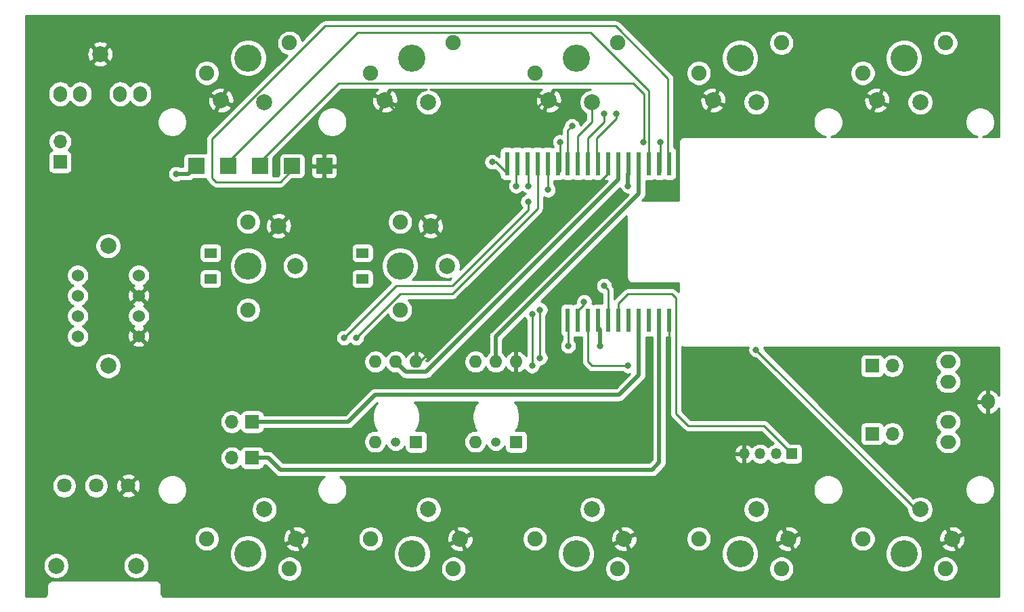
<source format=gbl>
G04 #@! TF.GenerationSoftware,KiCad,Pcbnew,(5.1.8)-1*
G04 #@! TF.CreationDate,2023-04-24T00:28:35+09:00*
G04 #@! TF.ProjectId,windsynth,77696e64-7379-46e7-9468-2e6b69636164,rev?*
G04 #@! TF.SameCoordinates,Original*
G04 #@! TF.FileFunction,Copper,L2,Bot*
G04 #@! TF.FilePolarity,Positive*
%FSLAX46Y46*%
G04 Gerber Fmt 4.6, Leading zero omitted, Abs format (unit mm)*
G04 Created by KiCad (PCBNEW (5.1.8)-1) date 2023-04-24 00:28:35*
%MOMM*%
%LPD*%
G01*
G04 APERTURE LIST*
G04 #@! TA.AperFunction,ComponentPad*
%ADD10O,1.700000X1.700000*%
G04 #@! TD*
G04 #@! TA.AperFunction,ComponentPad*
%ADD11R,1.700000X1.700000*%
G04 #@! TD*
G04 #@! TA.AperFunction,ComponentPad*
%ADD12R,1.350000X1.350000*%
G04 #@! TD*
G04 #@! TA.AperFunction,ComponentPad*
%ADD13O,1.350000X1.350000*%
G04 #@! TD*
G04 #@! TA.AperFunction,ComponentPad*
%ADD14R,1.600000X1.600000*%
G04 #@! TD*
G04 #@! TA.AperFunction,ComponentPad*
%ADD15O,1.600000X1.600000*%
G04 #@! TD*
G04 #@! TA.AperFunction,ComponentPad*
%ADD16O,1.200000X1.200000*%
G04 #@! TD*
G04 #@! TA.AperFunction,ComponentPad*
%ADD17C,1.524000*%
G04 #@! TD*
G04 #@! TA.AperFunction,ComponentPad*
%ADD18C,2.000000*%
G04 #@! TD*
G04 #@! TA.AperFunction,ComponentPad*
%ADD19O,1.700000X2.000000*%
G04 #@! TD*
G04 #@! TA.AperFunction,ComponentPad*
%ADD20O,2.000000X1.700000*%
G04 #@! TD*
G04 #@! TA.AperFunction,ComponentPad*
%ADD21C,1.900000*%
G04 #@! TD*
G04 #@! TA.AperFunction,ComponentPad*
%ADD22C,3.400000*%
G04 #@! TD*
G04 #@! TA.AperFunction,SMDPad,CuDef*
%ADD23R,1.500000X1.200000*%
G04 #@! TD*
G04 #@! TA.AperFunction,ComponentPad*
%ADD24C,1.800000*%
G04 #@! TD*
G04 #@! TA.AperFunction,SMDPad,CuDef*
%ADD25R,0.600000X3.000000*%
G04 #@! TD*
G04 #@! TA.AperFunction,SMDPad,CuDef*
%ADD26R,2.000000X2.000000*%
G04 #@! TD*
G04 #@! TA.AperFunction,ViaPad*
%ADD27C,0.800000*%
G04 #@! TD*
G04 #@! TA.AperFunction,Conductor*
%ADD28C,0.250000*%
G04 #@! TD*
G04 #@! TA.AperFunction,Conductor*
%ADD29C,0.500000*%
G04 #@! TD*
G04 #@! TA.AperFunction,Conductor*
%ADD30C,0.254000*%
G04 #@! TD*
G04 #@! TA.AperFunction,Conductor*
%ADD31C,0.100000*%
G04 #@! TD*
G04 APERTURE END LIST*
D10*
G04 #@! TO.P,10u,2*
G04 #@! TO.N,Net-(C1-Pad2)*
X127500000Y-71460000D03*
D11*
G04 #@! TO.P,10u,1*
G04 #@! TO.N,Net-(C1-Pad1)*
X127500000Y-74000000D03*
G04 #@! TD*
D12*
G04 #@! TO.P,I2C,1*
G04 #@! TO.N,Net-(J7-Pad1)*
X219000000Y-110500000D03*
D13*
G04 #@! TO.P,I2C,2*
G04 #@! TO.N,Net-(J7-Pad2)*
X217000000Y-110500000D03*
G04 #@! TO.P,I2C,3*
G04 #@! TO.N,+5V*
X215000000Y-110500000D03*
G04 #@! TO.P,I2C,4*
G04 #@! TO.N,GND*
X213000000Y-110500000D03*
G04 #@! TD*
D14*
G04 #@! TO.P,BreathSensor1,1*
G04 #@! TO.N,N/C*
X172000000Y-109000000D03*
D15*
G04 #@! TO.P,BreathSensor1,4*
G04 #@! TO.N,+3V3*
X166920000Y-99000000D03*
D16*
G04 #@! TO.P,BreathSensor1,2*
G04 #@! TO.N,N/C*
X169460000Y-109000000D03*
D15*
G04 #@! TO.P,BreathSensor1,5*
G04 #@! TO.N,Net-(J1-Pad5)*
X169460000Y-99000000D03*
G04 #@! TO.P,BreathSensor1,3*
G04 #@! TO.N,N/C*
X166900000Y-109000000D03*
G04 #@! TO.P,BreathSensor1,6*
G04 #@! TO.N,GND*
X172000000Y-99000000D03*
G04 #@! TD*
D17*
G04 #@! TO.P,AE-PAM8012,1*
G04 #@! TO.N,+5V*
X137310000Y-88190000D03*
G04 #@! TO.P,AE-PAM8012,2*
G04 #@! TO.N,GND*
X137310000Y-90730000D03*
G04 #@! TO.P,AE-PAM8012,3*
G04 #@! TO.N,Net-(J3-Pad3)*
X137310000Y-93270000D03*
G04 #@! TO.P,AE-PAM8012,4*
G04 #@! TO.N,GND*
X137310000Y-95810000D03*
G04 #@! TO.P,AE-PAM8012,5*
G04 #@! TO.N,Net-(J5-Pad5)*
X129690000Y-88190000D03*
G04 #@! TO.P,AE-PAM8012,6*
G04 #@! TO.N,N/C*
X129690000Y-90730000D03*
G04 #@! TO.P,AE-PAM8012,7*
X129690000Y-93270000D03*
G04 #@! TO.P,AE-PAM8012,8*
G04 #@! TO.N,Net-(J5-Pad8)*
X129690000Y-95810000D03*
G04 #@! TD*
D18*
G04 #@! TO.P,Speaker,1*
G04 #@! TO.N,Net-(J5-Pad5)*
X133500000Y-84500000D03*
G04 #@! TO.P,Speaker,2*
G04 #@! TO.N,Net-(J5-Pad8)*
X133500000Y-99500000D03*
G04 #@! TD*
G04 #@! TO.P,HEADPHONE,1*
G04 #@! TO.N,GND*
X132500000Y-60500000D03*
D19*
G04 #@! TO.P,HEADPHONE,2*
G04 #@! TO.N,Net-(C1-Pad2)*
X127500000Y-65500000D03*
G04 #@! TO.P,HEADPHONE,3*
G04 #@! TO.N,Net-(J3-Pad3)*
X130000000Y-65500000D03*
G04 #@! TO.P,HEADPHONE,4*
X135000000Y-65500000D03*
G04 #@! TO.P,HEADPHONE,5*
G04 #@! TO.N,Net-(C1-Pad2)*
X137500000Y-65500000D03*
G04 #@! TD*
D20*
G04 #@! TO.P,MIDI-TRS,5*
G04 #@! TO.N,Net-(J4-Pad5)*
X238500000Y-109000000D03*
G04 #@! TO.P,MIDI-TRS,4*
G04 #@! TO.N,N/C*
X238500000Y-106500000D03*
G04 #@! TO.P,MIDI-TRS,3*
X238500000Y-101500000D03*
G04 #@! TO.P,MIDI-TRS,2*
G04 #@! TO.N,Net-(J4-Pad2)*
X238500000Y-99000000D03*
D19*
G04 #@! TO.P,MIDI-TRS,1*
G04 #@! TO.N,GND*
X243500000Y-104000000D03*
G04 #@! TD*
D21*
G04 #@! TO.P,KeyA,*
G04 #@! TO.N,*
X176668309Y-59118889D03*
X166331691Y-62881111D03*
D22*
X171500000Y-61000000D03*
D18*
G04 #@! TO.P,KeyA,2*
G04 #@! TO.N,GND*
X168101213Y-66280933D03*
G04 #@! TO.P,KeyA,1*
G04 #@! TO.N,Net-(KeyA1-Pad1)*
X173517919Y-66544186D03*
G04 #@! TD*
G04 #@! TO.P,KeyB,1*
G04 #@! TO.N,Net-(KeyB1-Pad1)*
X153017919Y-66544186D03*
G04 #@! TO.P,KeyB,2*
G04 #@! TO.N,GND*
X147601213Y-66280933D03*
D22*
G04 #@! TO.P,KeyB,*
G04 #@! TO.N,*
X151000000Y-61000000D03*
D21*
X145831691Y-62881111D03*
X156168309Y-59118889D03*
G04 #@! TD*
D18*
G04 #@! TO.P,KeyD,1*
G04 #@! TO.N,Net-(KeyD1-Pad1)*
X194017919Y-117455814D03*
G04 #@! TO.P,KeyD,2*
G04 #@! TO.N,GND*
X197998140Y-121139269D03*
D22*
G04 #@! TO.P,KeyD,*
G04 #@! TO.N,*
X192000000Y-123000000D03*
D21*
X197168309Y-124881111D03*
X186831691Y-121118889D03*
G04 #@! TD*
G04 #@! TO.P,KeyEb,*
G04 #@! TO.N,*
X207331691Y-121118889D03*
X217668309Y-124881111D03*
D22*
X212500000Y-123000000D03*
D18*
G04 #@! TO.P,KeyEb,2*
G04 #@! TO.N,GND*
X218498140Y-121139269D03*
G04 #@! TO.P,KeyEb,1*
G04 #@! TO.N,Net-(KeyDb1-Pad1)*
X214517919Y-117455814D03*
G04 #@! TD*
D21*
G04 #@! TO.P,KeyE,*
G04 #@! TO.N,*
X166331691Y-121118889D03*
X176668309Y-124881111D03*
D22*
X171500000Y-123000000D03*
D18*
G04 #@! TO.P,KeyE,2*
G04 #@! TO.N,GND*
X177498140Y-121139269D03*
G04 #@! TO.P,KeyE,1*
G04 #@! TO.N,Net-(KeyE1-Pad1)*
X173517919Y-117455814D03*
G04 #@! TD*
G04 #@! TO.P,KeyF,1*
G04 #@! TO.N,Net-(KeyF1-Pad1)*
X153017919Y-117455814D03*
G04 #@! TO.P,KeyF,2*
G04 #@! TO.N,GND*
X156998140Y-121139269D03*
D22*
G04 #@! TO.P,KeyF,*
G04 #@! TO.N,*
X151000000Y-123000000D03*
D21*
X156168309Y-124881111D03*
X145831691Y-121118889D03*
G04 #@! TD*
G04 #@! TO.P,KeyG,*
G04 #@! TO.N,*
X197168309Y-59118889D03*
X186831691Y-62881111D03*
D22*
X192000000Y-61000000D03*
D18*
G04 #@! TO.P,KeyG,2*
G04 #@! TO.N,GND*
X188601213Y-66280933D03*
G04 #@! TO.P,KeyG,1*
G04 #@! TO.N,Net-(KeyG1-Pad1)*
X194017919Y-66544186D03*
G04 #@! TD*
G04 #@! TO.P,KeyGs,1*
G04 #@! TO.N,Net-(KeyGs1-Pad1)*
X214517919Y-66544186D03*
G04 #@! TO.P,KeyGs,2*
G04 #@! TO.N,GND*
X209101213Y-66280933D03*
D22*
G04 #@! TO.P,KeyGs,*
G04 #@! TO.N,*
X212500000Y-61000000D03*
D21*
X207331691Y-62881111D03*
X217668309Y-59118889D03*
G04 #@! TD*
D18*
G04 #@! TO.P,KeyLowC,1*
G04 #@! TO.N,Net-(KeyLowC1-Pad1)*
X235017919Y-117455814D03*
G04 #@! TO.P,KeyLowC,2*
G04 #@! TO.N,GND*
X238998140Y-121139269D03*
D22*
G04 #@! TO.P,KeyLowC,*
G04 #@! TO.N,*
X233000000Y-123000000D03*
D21*
X238168309Y-124881111D03*
X227831691Y-121118889D03*
G04 #@! TD*
G04 #@! TO.P,KeyLowCs,*
G04 #@! TO.N,*
X238168309Y-59118889D03*
X227831691Y-62881111D03*
D22*
X233000000Y-61000000D03*
D18*
G04 #@! TO.P,KeyLowCs,2*
G04 #@! TO.N,GND*
X229601213Y-66280933D03*
G04 #@! TO.P,KeyLowCs,1*
G04 #@! TO.N,Net-(KeyLowCs1-Pad1)*
X235017919Y-66544186D03*
G04 #@! TD*
D23*
G04 #@! TO.P,OctDown,3*
G04 #@! TO.N,N/C*
X165300000Y-85400000D03*
G04 #@! TO.P,OctDown,4*
X165300000Y-88600000D03*
D21*
G04 #@! TO.P,OctDown,*
G04 #@! TO.N,*
X170000000Y-92500000D03*
X170000000Y-81500000D03*
D22*
X170000000Y-87000000D03*
D18*
G04 #@! TO.P,OctDown,2*
G04 #@! TO.N,GND*
X173800000Y-82000000D03*
G04 #@! TO.P,OctDown,1*
G04 #@! TO.N,Net-(OctDown1-Pad1)*
X175900000Y-87000000D03*
G04 #@! TD*
G04 #@! TO.P,OctUp,1*
G04 #@! TO.N,Net-(OctUp1-Pad1)*
X156900000Y-87000000D03*
G04 #@! TO.P,OctUp,2*
G04 #@! TO.N,GND*
X154800000Y-82000000D03*
D22*
G04 #@! TO.P,OctUp,*
G04 #@! TO.N,*
X151000000Y-87000000D03*
D21*
X151000000Y-81500000D03*
X151000000Y-92500000D03*
D23*
G04 #@! TO.P,OctUp,4*
G04 #@! TO.N,N/C*
X146300000Y-88600000D03*
G04 #@! TO.P,OctUp,3*
X146300000Y-85400000D03*
G04 #@! TD*
D11*
G04 #@! TO.P,56k,1*
G04 #@! TO.N,Net-(R1-Pad1)*
X151500000Y-111000000D03*
D10*
G04 #@! TO.P,56k,2*
G04 #@! TO.N,Net-(R1-Pad2)*
X148960000Y-111000000D03*
G04 #@! TD*
D11*
G04 #@! TO.P,220,1*
G04 #@! TO.N,Net-(R2-Pad1)*
X151500000Y-106500000D03*
D10*
G04 #@! TO.P,220,2*
G04 #@! TO.N,Net-(R1-Pad2)*
X148960000Y-106500000D03*
G04 #@! TD*
G04 #@! TO.P,47,2*
G04 #@! TO.N,Net-(J4-Pad2)*
X231540000Y-99500000D03*
D11*
G04 #@! TO.P,47,1*
G04 #@! TO.N,Net-(R3-Pad1)*
X229000000Y-99500000D03*
G04 #@! TD*
G04 #@! TO.P,47,1*
G04 #@! TO.N,+3V3*
X229000000Y-108000000D03*
D10*
G04 #@! TO.P,47,2*
G04 #@! TO.N,Net-(J4-Pad5)*
X231540000Y-108000000D03*
G04 #@! TD*
D18*
G04 #@! TO.P,VOLUME,*
G04 #@! TO.N,*
X127000000Y-124500000D03*
D24*
G04 #@! TO.P,VOLUME,3*
G04 #@! TO.N,Net-(R1-Pad2)*
X128000000Y-114500000D03*
G04 #@! TO.P,VOLUME,2*
G04 #@! TO.N,Net-(C1-Pad1)*
X132000000Y-114500000D03*
G04 #@! TO.P,VOLUME,1*
G04 #@! TO.N,GND*
X136000000Y-114500000D03*
D18*
G04 #@! TO.P,VOLUME,*
G04 #@! TO.N,*
X137000000Y-124500000D03*
G04 #@! TD*
D25*
G04 #@! TO.P,M5StampS3,17*
G04 #@! TO.N,Net-(J11-Pad1)*
X203660000Y-74200000D03*
G04 #@! TO.P,M5StampS3,16*
G04 #@! TO.N,Net-(J10-Pad1)*
X202390000Y-74200000D03*
G04 #@! TO.P,M5StampS3,15*
G04 #@! TO.N,Net-(J9-Pad1)*
X201120000Y-74200000D03*
G04 #@! TO.P,M5StampS3,14*
G04 #@! TO.N,Net-(J2-Pad5)*
X199850000Y-74200000D03*
G04 #@! TO.P,M5StampS3,13*
G04 #@! TO.N,+5V*
X198580000Y-74200000D03*
G04 #@! TO.P,M5StampS3,12*
G04 #@! TO.N,Net-(J1-Pad5)*
X197310000Y-74200000D03*
G04 #@! TO.P,M5StampS3,11*
G04 #@! TO.N,GND*
X196040000Y-74200000D03*
G04 #@! TO.P,M5StampS3,10*
G04 #@! TO.N,Net-(KeyB1-Pad1)*
X194770000Y-74200000D03*
G04 #@! TO.P,M5StampS3,9*
G04 #@! TO.N,Net-(KeyA1-Pad1)*
X193500000Y-74200000D03*
G04 #@! TO.P,M5StampS3,8*
G04 #@! TO.N,Net-(KeyG1-Pad1)*
X192230000Y-74200000D03*
G04 #@! TO.P,M5StampS3,7*
G04 #@! TO.N,Net-(KeyGs1-Pad1)*
X190960000Y-74200000D03*
G04 #@! TO.P,M5StampS3,18*
G04 #@! TO.N,GND*
X203660000Y-93800000D03*
G04 #@! TO.P,M5StampS3,20*
G04 #@! TO.N,N/C*
X201120000Y-93800000D03*
G04 #@! TO.P,M5StampS3,21*
G04 #@! TO.N,Net-(R2-Pad1)*
X199850000Y-93800000D03*
G04 #@! TO.P,M5StampS3,19*
G04 #@! TO.N,Net-(R1-Pad1)*
X202390000Y-93800000D03*
G04 #@! TO.P,M5StampS3,24*
G04 #@! TO.N,Net-(OctDown1-Pad1)*
X196040000Y-93800000D03*
G04 #@! TO.P,M5StampS3,23*
G04 #@! TO.N,Net-(J7-Pad1)*
X197310000Y-93800000D03*
G04 #@! TO.P,M5StampS3,22*
G04 #@! TO.N,N/C*
X198580000Y-93800000D03*
G04 #@! TO.P,M5StampS3,25*
G04 #@! TO.N,Net-(J7-Pad2)*
X194770000Y-93800000D03*
G04 #@! TO.P,M5StampS3,27*
G04 #@! TO.N,Net-(OctUp1-Pad1)*
X192230000Y-93800000D03*
G04 #@! TO.P,M5StampS3,26*
G04 #@! TO.N,Net-(R3-Pad1)*
X193500000Y-93800000D03*
G04 #@! TO.P,M5StampS3,28*
G04 #@! TO.N,+3V3*
X190960000Y-93800000D03*
G04 #@! TO.P,M5StampS3,2*
G04 #@! TO.N,Net-(KeyDb1-Pad1)*
X184630000Y-74200000D03*
G04 #@! TO.P,M5StampS3,5*
G04 #@! TO.N,Net-(KeyF1-Pad1)*
X188440000Y-74200000D03*
G04 #@! TO.P,M5StampS3,6*
G04 #@! TO.N,Net-(KeyLowCs1-Pad1)*
X189710000Y-74200000D03*
G04 #@! TO.P,M5StampS3,4*
G04 #@! TO.N,Net-(KeyE1-Pad1)*
X187170000Y-74200000D03*
G04 #@! TO.P,M5StampS3,3*
G04 #@! TO.N,Net-(KeyD1-Pad1)*
X185900000Y-74200000D03*
G04 #@! TO.P,M5StampS3,1*
G04 #@! TO.N,Net-(KeyLowC1-Pad1)*
X183360000Y-74200000D03*
G04 #@! TD*
D14*
G04 #@! TO.P,BreathSensor2,1*
G04 #@! TO.N,N/C*
X184500000Y-109000000D03*
D15*
G04 #@! TO.P,BreathSensor2,4*
G04 #@! TO.N,+3V3*
X179420000Y-99000000D03*
D16*
G04 #@! TO.P,BreathSensor2,2*
G04 #@! TO.N,N/C*
X181960000Y-109000000D03*
D15*
G04 #@! TO.P,BreathSensor2,5*
G04 #@! TO.N,Net-(J2-Pad5)*
X181960000Y-99000000D03*
G04 #@! TO.P,BreathSensor2,3*
G04 #@! TO.N,N/C*
X179400000Y-109000000D03*
G04 #@! TO.P,BreathSensor2,6*
G04 #@! TO.N,GND*
X184500000Y-99000000D03*
G04 #@! TD*
D26*
G04 #@! TO.P,J8,1*
G04 #@! TO.N,+5V*
X144500000Y-74500000D03*
G04 #@! TD*
G04 #@! TO.P,J9,1*
G04 #@! TO.N,Net-(J9-Pad1)*
X148500000Y-74500000D03*
G04 #@! TD*
G04 #@! TO.P,J10,1*
G04 #@! TO.N,Net-(J10-Pad1)*
X152500000Y-74500000D03*
G04 #@! TD*
G04 #@! TO.P,J11,1*
G04 #@! TO.N,Net-(J11-Pad1)*
X156500000Y-74500000D03*
G04 #@! TD*
G04 #@! TO.P,J12,1*
G04 #@! TO.N,GND*
X160500000Y-74500000D03*
G04 #@! TD*
D27*
G04 #@! TO.N,+5V*
X198500000Y-77000000D03*
X142000000Y-75500000D03*
G04 #@! TO.N,+3V3*
X191000000Y-97000000D03*
G04 #@! TO.N,Net-(KeyA1-Pad1)*
X195500000Y-68000000D03*
G04 #@! TO.N,Net-(KeyB1-Pad1)*
X197000000Y-68000000D03*
G04 #@! TO.N,Net-(KeyD1-Pad1)*
X186500000Y-99500000D03*
X186500000Y-93000000D03*
X186000000Y-77000000D03*
G04 #@! TO.N,Net-(KeyDb1-Pad1)*
X187500000Y-98500000D03*
X187500000Y-92500000D03*
X184500000Y-77000000D03*
G04 #@! TO.N,Net-(KeyE1-Pad1)*
X164500000Y-96000000D03*
G04 #@! TO.N,Net-(KeyF1-Pad1)*
X163000000Y-96000000D03*
X186000000Y-79000000D03*
X188500000Y-77500000D03*
G04 #@! TO.N,Net-(KeyGs1-Pad1)*
X191500000Y-69500000D03*
G04 #@! TO.N,Net-(KeyLowC1-Pad1)*
X181500000Y-74000000D03*
X214500000Y-97500000D03*
G04 #@! TO.N,Net-(KeyLowCs1-Pad1)*
X190000000Y-71500000D03*
G04 #@! TO.N,Net-(OctDown1-Pad1)*
X195500000Y-89500000D03*
G04 #@! TO.N,Net-(OctUp1-Pad1)*
X193000000Y-91500000D03*
G04 #@! TO.N,Net-(R3-Pad1)*
X198500000Y-99500000D03*
G04 #@! TO.N,Net-(J7-Pad2)*
X195000000Y-97000000D03*
G04 #@! TO.N,Net-(J10-Pad1)*
X200395000Y-71500000D03*
X202500000Y-71500000D03*
G04 #@! TD*
D28*
G04 #@! TO.N,GND*
X168101213Y-66280933D02*
X171500000Y-69679720D01*
X171500000Y-69679720D02*
X184679720Y-69679720D01*
X188078507Y-66280933D02*
X188601213Y-66280933D01*
X184679720Y-69679720D02*
X188078507Y-66280933D01*
X172440000Y-99000000D02*
X196040000Y-75400000D01*
X172000000Y-99000000D02*
X172440000Y-99000000D01*
X203660000Y-92600000D02*
X203660000Y-109160000D01*
X205000000Y-110500000D02*
X213000000Y-110500000D01*
X203660000Y-109160000D02*
X205000000Y-110500000D01*
D29*
G04 #@! TO.N,+5V*
X198500000Y-75480000D02*
X198580000Y-75400000D01*
X198500000Y-77000000D02*
X198500000Y-75480000D01*
X143500000Y-75500000D02*
X144500000Y-74500000D01*
X142000000Y-75500000D02*
X143500000Y-75500000D01*
D28*
G04 #@! TO.N,+3V3*
X191000000Y-92640000D02*
X190960000Y-92600000D01*
X191000000Y-97000000D02*
X191000000Y-92640000D01*
D29*
G04 #@! TO.N,Net-(J2-Pad5)*
X199850000Y-77978235D02*
X199850000Y-75400000D01*
X181960000Y-95868235D02*
X199850000Y-77978235D01*
X181960000Y-99000000D02*
X181960000Y-95868235D01*
D28*
G04 #@! TO.N,Net-(KeyA1-Pad1)*
X195500000Y-68000000D02*
X195500000Y-69000000D01*
X193500000Y-71000000D02*
X193500000Y-75400000D01*
X195500000Y-69000000D02*
X193500000Y-71000000D01*
G04 #@! TO.N,Net-(KeyB1-Pad1)*
X194565685Y-71000000D02*
X194565685Y-75195685D01*
X194565685Y-75195685D02*
X194770000Y-75400000D01*
X197000000Y-68000000D02*
X197000000Y-68565685D01*
X197000000Y-68565685D02*
X194565685Y-71000000D01*
G04 #@! TO.N,Net-(KeyD1-Pad1)*
X186500000Y-99500000D02*
X186500000Y-93000000D01*
X186000000Y-75500000D02*
X185900000Y-75400000D01*
X186000000Y-77000000D02*
X186000000Y-75500000D01*
G04 #@! TO.N,Net-(KeyDb1-Pad1)*
X187500000Y-98500000D02*
X187500000Y-92500000D01*
X184500000Y-75530000D02*
X184630000Y-75400000D01*
X184500000Y-77000000D02*
X184500000Y-75530000D01*
G04 #@! TO.N,Net-(KeyE1-Pad1)*
X164500000Y-96000000D02*
X170000000Y-90500000D01*
X170000000Y-90500000D02*
X176500000Y-90500000D01*
X187170000Y-79830000D02*
X187170000Y-75400000D01*
X176500000Y-90500000D02*
X187170000Y-79830000D01*
G04 #@! TO.N,Net-(KeyF1-Pad1)*
X188500000Y-75460000D02*
X188440000Y-75400000D01*
X188500000Y-77500000D02*
X188500000Y-75460000D01*
X186000000Y-80000000D02*
X186000000Y-79000000D01*
X176500000Y-89500000D02*
X186000000Y-80000000D01*
X169500000Y-89500000D02*
X176500000Y-89500000D01*
X163000000Y-96000000D02*
X169500000Y-89500000D01*
G04 #@! TO.N,Net-(KeyG1-Pad1)*
X194017919Y-66544186D02*
X194017919Y-68982081D01*
X192230000Y-70770000D02*
X192230000Y-75400000D01*
X194017919Y-68982081D02*
X192230000Y-70770000D01*
G04 #@! TO.N,Net-(KeyGs1-Pad1)*
X190960000Y-70040000D02*
X190960000Y-75400000D01*
X191500000Y-69500000D02*
X190960000Y-70040000D01*
G04 #@! TO.N,Net-(KeyLowC1-Pad1)*
X181960000Y-74000000D02*
X183360000Y-75400000D01*
X181500000Y-74000000D02*
X181960000Y-74000000D01*
X234455814Y-117455814D02*
X235017919Y-117455814D01*
X214500000Y-97500000D02*
X234455814Y-117455814D01*
G04 #@! TO.N,Net-(KeyLowCs1-Pad1)*
X190000000Y-75110000D02*
X189710000Y-75400000D01*
X190000000Y-71500000D02*
X190000000Y-75110000D01*
G04 #@! TO.N,Net-(OctDown1-Pad1)*
X195500000Y-89500000D02*
X196000000Y-90000000D01*
X196000000Y-92560000D02*
X196040000Y-92600000D01*
X196000000Y-90000000D02*
X196000000Y-92560000D01*
G04 #@! TO.N,Net-(OctUp1-Pad1)*
X193000000Y-91830000D02*
X192230000Y-92600000D01*
X193000000Y-91500000D02*
X193000000Y-91830000D01*
D29*
G04 #@! TO.N,Net-(R1-Pad1)*
X151500000Y-111000000D02*
X153500000Y-111000000D01*
X153500000Y-111000000D02*
X155000000Y-112500000D01*
X155000000Y-112500000D02*
X201500000Y-112500000D01*
X202390000Y-111610000D02*
X202390000Y-92600000D01*
X201500000Y-112500000D02*
X202390000Y-111610000D01*
G04 #@! TO.N,Net-(R2-Pad1)*
X151500000Y-106500000D02*
X163500000Y-106500000D01*
X166882158Y-103117842D02*
X197382158Y-103117842D01*
X163500000Y-106500000D02*
X166882158Y-103117842D01*
X199850000Y-100650000D02*
X199850000Y-92600000D01*
X197382158Y-103117842D02*
X199850000Y-100650000D01*
D28*
G04 #@! TO.N,Net-(R3-Pad1)*
X198500000Y-99500000D02*
X194000000Y-99500000D01*
X193500000Y-99000000D02*
X193500000Y-92600000D01*
X194000000Y-99500000D02*
X193500000Y-99000000D01*
G04 #@! TO.N,Net-(J7-Pad1)*
X219000000Y-110500000D02*
X215500000Y-107000000D01*
X215500000Y-107000000D02*
X206000000Y-107000000D01*
X206000000Y-107000000D02*
X204500000Y-105500000D01*
X204500000Y-105500000D02*
X204500000Y-91000000D01*
X204500000Y-91000000D02*
X204000000Y-90500000D01*
X204000000Y-90500000D02*
X198500000Y-90500000D01*
X197310000Y-91690000D02*
X197310000Y-92600000D01*
X198500000Y-90500000D02*
X197310000Y-91690000D01*
D29*
G04 #@! TO.N,Net-(J7-Pad2)*
X194770000Y-94770000D02*
X194770000Y-92600000D01*
X195000000Y-95000000D02*
X194770000Y-94770000D01*
X195000000Y-97000000D02*
X195000000Y-95000000D01*
G04 #@! TO.N,Net-(J1-Pad5)*
X170710001Y-100250001D02*
X173249999Y-100250001D01*
X169460000Y-99000000D02*
X170710001Y-100250001D01*
X197310000Y-76190000D02*
X197310000Y-75400000D01*
X173249999Y-100250001D02*
X197310000Y-76190000D01*
D28*
G04 #@! TO.N,Net-(J9-Pad1)*
X148500000Y-74500000D02*
X148500000Y-74000000D01*
X164656112Y-57843888D02*
X193843888Y-57843888D01*
X148500000Y-74000000D02*
X164656112Y-57843888D01*
X201120000Y-65120000D02*
X201120000Y-75400000D01*
X193843888Y-57843888D02*
X201120000Y-65120000D01*
G04 #@! TO.N,Net-(J10-Pad1)*
X152500000Y-74500000D02*
X152500000Y-74000000D01*
X162343888Y-64156112D02*
X199156112Y-64156112D01*
X152500000Y-74000000D02*
X162343888Y-64156112D01*
X199156112Y-64156112D02*
X200500000Y-65500000D01*
X200494999Y-71400001D02*
X200395000Y-71500000D01*
X200494999Y-65505001D02*
X200494999Y-71400001D01*
X200500000Y-65500000D02*
X200494999Y-65505001D01*
X202500000Y-75290000D02*
X202390000Y-75400000D01*
X202500000Y-71500000D02*
X202500000Y-75290000D01*
G04 #@! TO.N,Net-(J11-Pad1)*
X156500000Y-74500000D02*
X156500000Y-75000000D01*
X156500000Y-75000000D02*
X155000000Y-76500000D01*
X155000000Y-76500000D02*
X147000000Y-76500000D01*
X147000000Y-76500000D02*
X146500000Y-76000000D01*
X146500000Y-71101103D02*
X160601103Y-57000000D01*
X146500000Y-76000000D02*
X146500000Y-71101103D01*
X196936422Y-57000000D02*
X203500000Y-63563578D01*
X160601103Y-57000000D02*
X196936422Y-57000000D01*
X203500000Y-75240000D02*
X203660000Y-75400000D01*
X203500000Y-63563578D02*
X203500000Y-75240000D01*
G04 #@! TD*
D30*
G04 #@! TO.N,GND*
X244840000Y-70840000D02*
X242839854Y-70840000D01*
X243045735Y-70799048D01*
X243386226Y-70658012D01*
X243692659Y-70453260D01*
X243953260Y-70192659D01*
X244158012Y-69886226D01*
X244299048Y-69545735D01*
X244370947Y-69184272D01*
X244370947Y-68815728D01*
X244299048Y-68454265D01*
X244158012Y-68113774D01*
X243953260Y-67807341D01*
X243692659Y-67546740D01*
X243386226Y-67341988D01*
X243045735Y-67200952D01*
X242684272Y-67129053D01*
X242315728Y-67129053D01*
X241954265Y-67200952D01*
X241613774Y-67341988D01*
X241307341Y-67546740D01*
X241046740Y-67807341D01*
X240841988Y-68113774D01*
X240700952Y-68454265D01*
X240629053Y-68815728D01*
X240629053Y-69184272D01*
X240700952Y-69545735D01*
X240841988Y-69886226D01*
X241046740Y-70192659D01*
X241307341Y-70453260D01*
X241613774Y-70658012D01*
X241954265Y-70799048D01*
X242160146Y-70840000D01*
X223839854Y-70840000D01*
X224045735Y-70799048D01*
X224386226Y-70658012D01*
X224692659Y-70453260D01*
X224953260Y-70192659D01*
X225158012Y-69886226D01*
X225299048Y-69545735D01*
X225370947Y-69184272D01*
X225370947Y-68815728D01*
X225299048Y-68454265D01*
X225158012Y-68113774D01*
X224953260Y-67807341D01*
X224820697Y-67674778D01*
X229091381Y-67674778D01*
X229271801Y-67890480D01*
X229592137Y-67923819D01*
X229912823Y-67894022D01*
X230221533Y-67802235D01*
X230506405Y-67651985D01*
X230664426Y-67523754D01*
X230672688Y-67532016D01*
X230752072Y-67452632D01*
X230756491Y-67449046D01*
X230763704Y-67441000D01*
X230852296Y-67352408D01*
X230847459Y-67347571D01*
X230888155Y-67302176D01*
X230887713Y-67020967D01*
X230200317Y-66700429D01*
X229794962Y-66295074D01*
X229615354Y-66474682D01*
X229639661Y-66498989D01*
X229091381Y-67674778D01*
X224820697Y-67674778D01*
X224692659Y-67546740D01*
X224386226Y-67341988D01*
X224045735Y-67200952D01*
X223684272Y-67129053D01*
X223315728Y-67129053D01*
X222954265Y-67200952D01*
X222613774Y-67341988D01*
X222307341Y-67546740D01*
X222046740Y-67807341D01*
X221841988Y-68113774D01*
X221700952Y-68454265D01*
X221629053Y-68815728D01*
X221629053Y-69184272D01*
X221700952Y-69545735D01*
X221841988Y-69886226D01*
X222046740Y-70192659D01*
X222307341Y-70453260D01*
X222613774Y-70658012D01*
X222954265Y-70799048D01*
X223160146Y-70840000D01*
X205532419Y-70840000D01*
X205500000Y-70836807D01*
X205467581Y-70840000D01*
X205370617Y-70849550D01*
X205246207Y-70887290D01*
X205131550Y-70948575D01*
X205031052Y-71031052D01*
X204948575Y-71131550D01*
X204887290Y-71246207D01*
X204849550Y-71370617D01*
X204836807Y-71500000D01*
X204840001Y-71532429D01*
X204840000Y-78840000D01*
X200239814Y-78840000D01*
X200445051Y-78634763D01*
X200478817Y-78607052D01*
X200556644Y-78512221D01*
X200589411Y-78472294D01*
X200671589Y-78318549D01*
X200722195Y-78151725D01*
X200728984Y-78082795D01*
X200735000Y-78021712D01*
X200735000Y-78021704D01*
X200739281Y-77978235D01*
X200735000Y-77934766D01*
X200735000Y-76329701D01*
X200820000Y-76338072D01*
X201420000Y-76338072D01*
X201544482Y-76325812D01*
X201664180Y-76289502D01*
X201755000Y-76240957D01*
X201845820Y-76289502D01*
X201965518Y-76325812D01*
X202090000Y-76338072D01*
X202690000Y-76338072D01*
X202814482Y-76325812D01*
X202934180Y-76289502D01*
X203025000Y-76240957D01*
X203115820Y-76289502D01*
X203235518Y-76325812D01*
X203360000Y-76338072D01*
X203960000Y-76338072D01*
X204084482Y-76325812D01*
X204204180Y-76289502D01*
X204314494Y-76230537D01*
X204411185Y-76151185D01*
X204490537Y-76054494D01*
X204549502Y-75944180D01*
X204585812Y-75824482D01*
X204598072Y-75700000D01*
X204598072Y-72700000D01*
X204585812Y-72575518D01*
X204549502Y-72455820D01*
X204490537Y-72345506D01*
X204411185Y-72248815D01*
X204314494Y-72169463D01*
X204260000Y-72140335D01*
X204260000Y-67674778D01*
X208591381Y-67674778D01*
X208771801Y-67890480D01*
X209092137Y-67923819D01*
X209412823Y-67894022D01*
X209721533Y-67802235D01*
X210006405Y-67651985D01*
X210164426Y-67523754D01*
X210172688Y-67532016D01*
X210252072Y-67452632D01*
X210256491Y-67449046D01*
X210263704Y-67441000D01*
X210352296Y-67352408D01*
X210347459Y-67347571D01*
X210388155Y-67302176D01*
X210387713Y-67020967D01*
X209700317Y-66700429D01*
X209294962Y-66295074D01*
X209115354Y-66474682D01*
X209139661Y-66498989D01*
X208591381Y-67674778D01*
X204260000Y-67674778D01*
X204260000Y-66271857D01*
X207458327Y-66271857D01*
X207488124Y-66592543D01*
X207579911Y-66901253D01*
X207730161Y-67186125D01*
X207858392Y-67344146D01*
X207850130Y-67352408D01*
X207929514Y-67431792D01*
X207933100Y-67436211D01*
X207941146Y-67443424D01*
X208029738Y-67532016D01*
X208034575Y-67527179D01*
X208079970Y-67567875D01*
X208361179Y-67567433D01*
X208681717Y-66880037D01*
X209087072Y-66474682D01*
X208907464Y-66295074D01*
X208883157Y-66319381D01*
X207707368Y-65771101D01*
X207491666Y-65951521D01*
X207458327Y-66271857D01*
X204260000Y-66271857D01*
X204260000Y-65259690D01*
X207814271Y-65259690D01*
X207814713Y-65540899D01*
X208502109Y-65861437D01*
X208907464Y-66266792D01*
X209087072Y-66087184D01*
X209115354Y-66087184D01*
X209294962Y-66266792D01*
X209319269Y-66242485D01*
X210495058Y-66790765D01*
X210710760Y-66610345D01*
X210734405Y-66383153D01*
X212882919Y-66383153D01*
X212882919Y-66705219D01*
X212945751Y-67021098D01*
X213069001Y-67318649D01*
X213247932Y-67586438D01*
X213475667Y-67814173D01*
X213743456Y-67993104D01*
X214041007Y-68116354D01*
X214356886Y-68179186D01*
X214678952Y-68179186D01*
X214994831Y-68116354D01*
X215292382Y-67993104D01*
X215560171Y-67814173D01*
X215787906Y-67586438D01*
X215966837Y-67318649D01*
X216090087Y-67021098D01*
X216152919Y-66705219D01*
X216152919Y-66383153D01*
X216130781Y-66271857D01*
X227958327Y-66271857D01*
X227988124Y-66592543D01*
X228079911Y-66901253D01*
X228230161Y-67186125D01*
X228358392Y-67344146D01*
X228350130Y-67352408D01*
X228429514Y-67431792D01*
X228433100Y-67436211D01*
X228441146Y-67443424D01*
X228529738Y-67532016D01*
X228534575Y-67527179D01*
X228579970Y-67567875D01*
X228861179Y-67567433D01*
X229181717Y-66880037D01*
X229587072Y-66474682D01*
X229407464Y-66295074D01*
X229383157Y-66319381D01*
X228207368Y-65771101D01*
X227991666Y-65951521D01*
X227958327Y-66271857D01*
X216130781Y-66271857D01*
X216090087Y-66067274D01*
X215966837Y-65769723D01*
X215787906Y-65501934D01*
X215560171Y-65274199D01*
X215538457Y-65259690D01*
X228314271Y-65259690D01*
X228314713Y-65540899D01*
X229002109Y-65861437D01*
X229407464Y-66266792D01*
X229587072Y-66087184D01*
X229615354Y-66087184D01*
X229794962Y-66266792D01*
X229819269Y-66242485D01*
X230995058Y-66790765D01*
X231210760Y-66610345D01*
X231234405Y-66383153D01*
X233382919Y-66383153D01*
X233382919Y-66705219D01*
X233445751Y-67021098D01*
X233569001Y-67318649D01*
X233747932Y-67586438D01*
X233975667Y-67814173D01*
X234243456Y-67993104D01*
X234541007Y-68116354D01*
X234856886Y-68179186D01*
X235178952Y-68179186D01*
X235494831Y-68116354D01*
X235792382Y-67993104D01*
X236060171Y-67814173D01*
X236287906Y-67586438D01*
X236466837Y-67318649D01*
X236590087Y-67021098D01*
X236652919Y-66705219D01*
X236652919Y-66383153D01*
X236590087Y-66067274D01*
X236466837Y-65769723D01*
X236287906Y-65501934D01*
X236060171Y-65274199D01*
X235792382Y-65095268D01*
X235494831Y-64972018D01*
X235178952Y-64909186D01*
X234856886Y-64909186D01*
X234541007Y-64972018D01*
X234243456Y-65095268D01*
X233975667Y-65274199D01*
X233747932Y-65501934D01*
X233569001Y-65769723D01*
X233445751Y-66067274D01*
X233382919Y-66383153D01*
X231234405Y-66383153D01*
X231244099Y-66290009D01*
X231214302Y-65969323D01*
X231122515Y-65660613D01*
X230972265Y-65375741D01*
X230844034Y-65217720D01*
X230852296Y-65209458D01*
X230772912Y-65130074D01*
X230769326Y-65125655D01*
X230761280Y-65118442D01*
X230672688Y-65029850D01*
X230667851Y-65034687D01*
X230622456Y-64993991D01*
X230341247Y-64994433D01*
X230020709Y-65681829D01*
X229615354Y-66087184D01*
X229587072Y-66087184D01*
X229562765Y-66062877D01*
X230111045Y-64887088D01*
X229930625Y-64671386D01*
X229610289Y-64638047D01*
X229289603Y-64667844D01*
X228980893Y-64759631D01*
X228696021Y-64909881D01*
X228538000Y-65038112D01*
X228529738Y-65029850D01*
X228450354Y-65109234D01*
X228445935Y-65112820D01*
X228438722Y-65120866D01*
X228350130Y-65209458D01*
X228354967Y-65214295D01*
X228314271Y-65259690D01*
X215538457Y-65259690D01*
X215292382Y-65095268D01*
X214994831Y-64972018D01*
X214678952Y-64909186D01*
X214356886Y-64909186D01*
X214041007Y-64972018D01*
X213743456Y-65095268D01*
X213475667Y-65274199D01*
X213247932Y-65501934D01*
X213069001Y-65769723D01*
X212945751Y-66067274D01*
X212882919Y-66383153D01*
X210734405Y-66383153D01*
X210744099Y-66290009D01*
X210714302Y-65969323D01*
X210622515Y-65660613D01*
X210472265Y-65375741D01*
X210344034Y-65217720D01*
X210352296Y-65209458D01*
X210272912Y-65130074D01*
X210269326Y-65125655D01*
X210261280Y-65118442D01*
X210172688Y-65029850D01*
X210167851Y-65034687D01*
X210122456Y-64993991D01*
X209841247Y-64994433D01*
X209520709Y-65681829D01*
X209115354Y-66087184D01*
X209087072Y-66087184D01*
X209062765Y-66062877D01*
X209611045Y-64887088D01*
X209430625Y-64671386D01*
X209110289Y-64638047D01*
X208789603Y-64667844D01*
X208480893Y-64759631D01*
X208196021Y-64909881D01*
X208038000Y-65038112D01*
X208029738Y-65029850D01*
X207950354Y-65109234D01*
X207945935Y-65112820D01*
X207938722Y-65120866D01*
X207850130Y-65209458D01*
X207854967Y-65214295D01*
X207814271Y-65259690D01*
X204260000Y-65259690D01*
X204260000Y-63600900D01*
X204263676Y-63563577D01*
X204260000Y-63526254D01*
X204260000Y-63526245D01*
X204249003Y-63414592D01*
X204205546Y-63271331D01*
X204134975Y-63139303D01*
X204134974Y-63139301D01*
X204063799Y-63052575D01*
X204040001Y-63023577D01*
X204011004Y-62999780D01*
X203736226Y-62725002D01*
X205746691Y-62725002D01*
X205746691Y-63037220D01*
X205807602Y-63343438D01*
X205927082Y-63631890D01*
X206100541Y-63891490D01*
X206321312Y-64112261D01*
X206580912Y-64285720D01*
X206869364Y-64405200D01*
X207175582Y-64466111D01*
X207487800Y-64466111D01*
X207794018Y-64405200D01*
X208082470Y-64285720D01*
X208342070Y-64112261D01*
X208562841Y-63891490D01*
X208736300Y-63631890D01*
X208855780Y-63343438D01*
X208916691Y-63037220D01*
X208916691Y-62725002D01*
X208855780Y-62418784D01*
X208736300Y-62130332D01*
X208562841Y-61870732D01*
X208342070Y-61649961D01*
X208082470Y-61476502D01*
X207794018Y-61357022D01*
X207487800Y-61296111D01*
X207175582Y-61296111D01*
X206869364Y-61357022D01*
X206580912Y-61476502D01*
X206321312Y-61649961D01*
X206100541Y-61870732D01*
X205927082Y-62130332D01*
X205807602Y-62418784D01*
X205746691Y-62725002D01*
X203736226Y-62725002D01*
X201781247Y-60770023D01*
X210165000Y-60770023D01*
X210165000Y-61229977D01*
X210254733Y-61681094D01*
X210430750Y-62106037D01*
X210686287Y-62488476D01*
X211011524Y-62813713D01*
X211393963Y-63069250D01*
X211818906Y-63245267D01*
X212270023Y-63335000D01*
X212729977Y-63335000D01*
X213181094Y-63245267D01*
X213606037Y-63069250D01*
X213988476Y-62813713D01*
X214077187Y-62725002D01*
X226246691Y-62725002D01*
X226246691Y-63037220D01*
X226307602Y-63343438D01*
X226427082Y-63631890D01*
X226600541Y-63891490D01*
X226821312Y-64112261D01*
X227080912Y-64285720D01*
X227369364Y-64405200D01*
X227675582Y-64466111D01*
X227987800Y-64466111D01*
X228294018Y-64405200D01*
X228582470Y-64285720D01*
X228842070Y-64112261D01*
X229062841Y-63891490D01*
X229236300Y-63631890D01*
X229355780Y-63343438D01*
X229416691Y-63037220D01*
X229416691Y-62725002D01*
X229355780Y-62418784D01*
X229236300Y-62130332D01*
X229062841Y-61870732D01*
X228842070Y-61649961D01*
X228582470Y-61476502D01*
X228294018Y-61357022D01*
X227987800Y-61296111D01*
X227675582Y-61296111D01*
X227369364Y-61357022D01*
X227080912Y-61476502D01*
X226821312Y-61649961D01*
X226600541Y-61870732D01*
X226427082Y-62130332D01*
X226307602Y-62418784D01*
X226246691Y-62725002D01*
X214077187Y-62725002D01*
X214313713Y-62488476D01*
X214569250Y-62106037D01*
X214745267Y-61681094D01*
X214835000Y-61229977D01*
X214835000Y-60770023D01*
X230665000Y-60770023D01*
X230665000Y-61229977D01*
X230754733Y-61681094D01*
X230930750Y-62106037D01*
X231186287Y-62488476D01*
X231511524Y-62813713D01*
X231893963Y-63069250D01*
X232318906Y-63245267D01*
X232770023Y-63335000D01*
X233229977Y-63335000D01*
X233681094Y-63245267D01*
X234106037Y-63069250D01*
X234488476Y-62813713D01*
X234813713Y-62488476D01*
X235069250Y-62106037D01*
X235245267Y-61681094D01*
X235335000Y-61229977D01*
X235335000Y-60770023D01*
X235245267Y-60318906D01*
X235069250Y-59893963D01*
X234813713Y-59511524D01*
X234488476Y-59186287D01*
X234153974Y-58962780D01*
X236583309Y-58962780D01*
X236583309Y-59274998D01*
X236644220Y-59581216D01*
X236763700Y-59869668D01*
X236937159Y-60129268D01*
X237157930Y-60350039D01*
X237417530Y-60523498D01*
X237705982Y-60642978D01*
X238012200Y-60703889D01*
X238324418Y-60703889D01*
X238630636Y-60642978D01*
X238919088Y-60523498D01*
X239178688Y-60350039D01*
X239399459Y-60129268D01*
X239572918Y-59869668D01*
X239692398Y-59581216D01*
X239753309Y-59274998D01*
X239753309Y-58962780D01*
X239692398Y-58656562D01*
X239572918Y-58368110D01*
X239399459Y-58108510D01*
X239178688Y-57887739D01*
X238919088Y-57714280D01*
X238630636Y-57594800D01*
X238324418Y-57533889D01*
X238012200Y-57533889D01*
X237705982Y-57594800D01*
X237417530Y-57714280D01*
X237157930Y-57887739D01*
X236937159Y-58108510D01*
X236763700Y-58368110D01*
X236644220Y-58656562D01*
X236583309Y-58962780D01*
X234153974Y-58962780D01*
X234106037Y-58930750D01*
X233681094Y-58754733D01*
X233229977Y-58665000D01*
X232770023Y-58665000D01*
X232318906Y-58754733D01*
X231893963Y-58930750D01*
X231511524Y-59186287D01*
X231186287Y-59511524D01*
X230930750Y-59893963D01*
X230754733Y-60318906D01*
X230665000Y-60770023D01*
X214835000Y-60770023D01*
X214745267Y-60318906D01*
X214569250Y-59893963D01*
X214313713Y-59511524D01*
X213988476Y-59186287D01*
X213653974Y-58962780D01*
X216083309Y-58962780D01*
X216083309Y-59274998D01*
X216144220Y-59581216D01*
X216263700Y-59869668D01*
X216437159Y-60129268D01*
X216657930Y-60350039D01*
X216917530Y-60523498D01*
X217205982Y-60642978D01*
X217512200Y-60703889D01*
X217824418Y-60703889D01*
X218130636Y-60642978D01*
X218419088Y-60523498D01*
X218678688Y-60350039D01*
X218899459Y-60129268D01*
X219072918Y-59869668D01*
X219192398Y-59581216D01*
X219253309Y-59274998D01*
X219253309Y-58962780D01*
X219192398Y-58656562D01*
X219072918Y-58368110D01*
X218899459Y-58108510D01*
X218678688Y-57887739D01*
X218419088Y-57714280D01*
X218130636Y-57594800D01*
X217824418Y-57533889D01*
X217512200Y-57533889D01*
X217205982Y-57594800D01*
X216917530Y-57714280D01*
X216657930Y-57887739D01*
X216437159Y-58108510D01*
X216263700Y-58368110D01*
X216144220Y-58656562D01*
X216083309Y-58962780D01*
X213653974Y-58962780D01*
X213606037Y-58930750D01*
X213181094Y-58754733D01*
X212729977Y-58665000D01*
X212270023Y-58665000D01*
X211818906Y-58754733D01*
X211393963Y-58930750D01*
X211011524Y-59186287D01*
X210686287Y-59511524D01*
X210430750Y-59893963D01*
X210254733Y-60318906D01*
X210165000Y-60770023D01*
X201781247Y-60770023D01*
X197500226Y-56489003D01*
X197476423Y-56459999D01*
X197360698Y-56365026D01*
X197228669Y-56294454D01*
X197085408Y-56250997D01*
X196973755Y-56240000D01*
X196973744Y-56240000D01*
X196936422Y-56236324D01*
X196899100Y-56240000D01*
X160638425Y-56240000D01*
X160601102Y-56236324D01*
X160563779Y-56240000D01*
X160563770Y-56240000D01*
X160452117Y-56250997D01*
X160308856Y-56294454D01*
X160176826Y-56365026D01*
X160093186Y-56433668D01*
X160061102Y-56459999D01*
X160037304Y-56488997D01*
X157721821Y-58804480D01*
X157692398Y-58656562D01*
X157572918Y-58368110D01*
X157399459Y-58108510D01*
X157178688Y-57887739D01*
X156919088Y-57714280D01*
X156630636Y-57594800D01*
X156324418Y-57533889D01*
X156012200Y-57533889D01*
X155705982Y-57594800D01*
X155417530Y-57714280D01*
X155157930Y-57887739D01*
X154937159Y-58108510D01*
X154763700Y-58368110D01*
X154644220Y-58656562D01*
X154583309Y-58962780D01*
X154583309Y-59274998D01*
X154644220Y-59581216D01*
X154763700Y-59869668D01*
X154937159Y-60129268D01*
X155157930Y-60350039D01*
X155417530Y-60523498D01*
X155705982Y-60642978D01*
X155853900Y-60672401D01*
X145988998Y-70537304D01*
X145960000Y-70561102D01*
X145936202Y-70590100D01*
X145936201Y-70590101D01*
X145865026Y-70676827D01*
X145794454Y-70808857D01*
X145770663Y-70887290D01*
X145750998Y-70952117D01*
X145741968Y-71043795D01*
X145736324Y-71101103D01*
X145740001Y-71138435D01*
X145740001Y-72909230D01*
X145624482Y-72874188D01*
X145500000Y-72861928D01*
X143500000Y-72861928D01*
X143375518Y-72874188D01*
X143255820Y-72910498D01*
X143145506Y-72969463D01*
X143048815Y-73048815D01*
X142969463Y-73145506D01*
X142910498Y-73255820D01*
X142874188Y-73375518D01*
X142861928Y-73500000D01*
X142861928Y-74615000D01*
X142538454Y-74615000D01*
X142490256Y-74582795D01*
X142301898Y-74504774D01*
X142101939Y-74465000D01*
X141898061Y-74465000D01*
X141698102Y-74504774D01*
X141509744Y-74582795D01*
X141340226Y-74696063D01*
X141196063Y-74840226D01*
X141082795Y-75009744D01*
X141004774Y-75198102D01*
X140965000Y-75398061D01*
X140965000Y-75601939D01*
X141004774Y-75801898D01*
X141082795Y-75990256D01*
X141196063Y-76159774D01*
X141340226Y-76303937D01*
X141509744Y-76417205D01*
X141698102Y-76495226D01*
X141898061Y-76535000D01*
X142101939Y-76535000D01*
X142301898Y-76495226D01*
X142490256Y-76417205D01*
X142538454Y-76385000D01*
X143456531Y-76385000D01*
X143500000Y-76389281D01*
X143543469Y-76385000D01*
X143543477Y-76385000D01*
X143673490Y-76372195D01*
X143840313Y-76321589D01*
X143994059Y-76239411D01*
X144117540Y-76138072D01*
X145500000Y-76138072D01*
X145624482Y-76125812D01*
X145744180Y-76089502D01*
X145745090Y-76089015D01*
X145750997Y-76148985D01*
X145785788Y-76263676D01*
X145794454Y-76292246D01*
X145865026Y-76424276D01*
X145898448Y-76465000D01*
X145959999Y-76540001D01*
X145989003Y-76563804D01*
X146436196Y-77010997D01*
X146459999Y-77040001D01*
X146575724Y-77134974D01*
X146707753Y-77205546D01*
X146851014Y-77249003D01*
X146962667Y-77260000D01*
X146962675Y-77260000D01*
X147000000Y-77263676D01*
X147037325Y-77260000D01*
X154962678Y-77260000D01*
X155000000Y-77263676D01*
X155037322Y-77260000D01*
X155037333Y-77260000D01*
X155148986Y-77249003D01*
X155292247Y-77205546D01*
X155424276Y-77134974D01*
X155540001Y-77040001D01*
X155563804Y-77010997D01*
X156436730Y-76138072D01*
X157500000Y-76138072D01*
X157624482Y-76125812D01*
X157744180Y-76089502D01*
X157854494Y-76030537D01*
X157951185Y-75951185D01*
X158030537Y-75854494D01*
X158089502Y-75744180D01*
X158125812Y-75624482D01*
X158138072Y-75500000D01*
X158861928Y-75500000D01*
X158874188Y-75624482D01*
X158910498Y-75744180D01*
X158969463Y-75854494D01*
X159048815Y-75951185D01*
X159145506Y-76030537D01*
X159255820Y-76089502D01*
X159375518Y-76125812D01*
X159500000Y-76138072D01*
X160214250Y-76135000D01*
X160373000Y-75976250D01*
X160373000Y-74627000D01*
X160627000Y-74627000D01*
X160627000Y-75976250D01*
X160785750Y-76135000D01*
X161500000Y-76138072D01*
X161624482Y-76125812D01*
X161744180Y-76089502D01*
X161854494Y-76030537D01*
X161951185Y-75951185D01*
X162030537Y-75854494D01*
X162089502Y-75744180D01*
X162125812Y-75624482D01*
X162138072Y-75500000D01*
X162135000Y-74785750D01*
X161976250Y-74627000D01*
X160627000Y-74627000D01*
X160373000Y-74627000D01*
X159023750Y-74627000D01*
X158865000Y-74785750D01*
X158861928Y-75500000D01*
X158138072Y-75500000D01*
X158138072Y-73500000D01*
X158861928Y-73500000D01*
X158865000Y-74214250D01*
X159023750Y-74373000D01*
X160373000Y-74373000D01*
X160373000Y-73023750D01*
X160627000Y-73023750D01*
X160627000Y-74373000D01*
X161976250Y-74373000D01*
X162135000Y-74214250D01*
X162138072Y-73500000D01*
X162125812Y-73375518D01*
X162089502Y-73255820D01*
X162030537Y-73145506D01*
X161951185Y-73048815D01*
X161854494Y-72969463D01*
X161744180Y-72910498D01*
X161624482Y-72874188D01*
X161500000Y-72861928D01*
X160785750Y-72865000D01*
X160627000Y-73023750D01*
X160373000Y-73023750D01*
X160214250Y-72865000D01*
X159500000Y-72861928D01*
X159375518Y-72874188D01*
X159255820Y-72910498D01*
X159145506Y-72969463D01*
X159048815Y-73048815D01*
X158969463Y-73145506D01*
X158910498Y-73255820D01*
X158874188Y-73375518D01*
X158861928Y-73500000D01*
X158138072Y-73500000D01*
X158125812Y-73375518D01*
X158089502Y-73255820D01*
X158030537Y-73145506D01*
X157951185Y-73048815D01*
X157854494Y-72969463D01*
X157744180Y-72910498D01*
X157624482Y-72874188D01*
X157500000Y-72861928D01*
X155500000Y-72861928D01*
X155375518Y-72874188D01*
X155255820Y-72910498D01*
X155145506Y-72969463D01*
X155048815Y-73048815D01*
X154969463Y-73145506D01*
X154910498Y-73255820D01*
X154874188Y-73375518D01*
X154861928Y-73500000D01*
X154861928Y-75500000D01*
X154867601Y-75557598D01*
X154685199Y-75740000D01*
X154090770Y-75740000D01*
X154125812Y-75624482D01*
X154138072Y-75500000D01*
X154138072Y-73500000D01*
X154132399Y-73442402D01*
X158759073Y-68815728D01*
X159629053Y-68815728D01*
X159629053Y-69184272D01*
X159700952Y-69545735D01*
X159841988Y-69886226D01*
X160046740Y-70192659D01*
X160307341Y-70453260D01*
X160613774Y-70658012D01*
X160954265Y-70799048D01*
X161315728Y-70870947D01*
X161684272Y-70870947D01*
X162045735Y-70799048D01*
X162386226Y-70658012D01*
X162692659Y-70453260D01*
X162953260Y-70192659D01*
X163158012Y-69886226D01*
X163299048Y-69545735D01*
X163370947Y-69184272D01*
X163370947Y-68815728D01*
X163299048Y-68454265D01*
X163158012Y-68113774D01*
X162953260Y-67807341D01*
X162820697Y-67674778D01*
X167591381Y-67674778D01*
X167771801Y-67890480D01*
X168092137Y-67923819D01*
X168412823Y-67894022D01*
X168721533Y-67802235D01*
X169006405Y-67651985D01*
X169164426Y-67523754D01*
X169172688Y-67532016D01*
X169252072Y-67452632D01*
X169256491Y-67449046D01*
X169263704Y-67441000D01*
X169352296Y-67352408D01*
X169347459Y-67347571D01*
X169388155Y-67302176D01*
X169387713Y-67020967D01*
X168700317Y-66700429D01*
X168294962Y-66295074D01*
X168115354Y-66474682D01*
X168139661Y-66498989D01*
X167591381Y-67674778D01*
X162820697Y-67674778D01*
X162692659Y-67546740D01*
X162386226Y-67341988D01*
X162045735Y-67200952D01*
X161684272Y-67129053D01*
X161315728Y-67129053D01*
X160954265Y-67200952D01*
X160613774Y-67341988D01*
X160307341Y-67546740D01*
X160046740Y-67807341D01*
X159841988Y-68113774D01*
X159700952Y-68454265D01*
X159629053Y-68815728D01*
X158759073Y-68815728D01*
X161302944Y-66271857D01*
X166458327Y-66271857D01*
X166488124Y-66592543D01*
X166579911Y-66901253D01*
X166730161Y-67186125D01*
X166858392Y-67344146D01*
X166850130Y-67352408D01*
X166929514Y-67431792D01*
X166933100Y-67436211D01*
X166941146Y-67443424D01*
X167029738Y-67532016D01*
X167034575Y-67527179D01*
X167079970Y-67567875D01*
X167361179Y-67567433D01*
X167681717Y-66880037D01*
X168087072Y-66474682D01*
X167907464Y-66295074D01*
X167883157Y-66319381D01*
X166707368Y-65771101D01*
X166491666Y-65951521D01*
X166458327Y-66271857D01*
X161302944Y-66271857D01*
X162658690Y-64916112D01*
X167188342Y-64916112D01*
X167038000Y-65038112D01*
X167029738Y-65029850D01*
X166950354Y-65109234D01*
X166945935Y-65112820D01*
X166938722Y-65120866D01*
X166850130Y-65209458D01*
X166854967Y-65214295D01*
X166814271Y-65259690D01*
X166814713Y-65540899D01*
X167502109Y-65861437D01*
X167907464Y-66266792D01*
X168087072Y-66087184D01*
X168115354Y-66087184D01*
X168294962Y-66266792D01*
X168319269Y-66242485D01*
X169495058Y-66790765D01*
X169710760Y-66610345D01*
X169744099Y-66290009D01*
X169714302Y-65969323D01*
X169622515Y-65660613D01*
X169472265Y-65375741D01*
X169344034Y-65217720D01*
X169352296Y-65209458D01*
X169272912Y-65130074D01*
X169269326Y-65125655D01*
X169261280Y-65118442D01*
X169172688Y-65029850D01*
X169167851Y-65034687D01*
X169122456Y-64993991D01*
X168841247Y-64994433D01*
X168520709Y-65681829D01*
X168115354Y-66087184D01*
X168087072Y-66087184D01*
X168062765Y-66062877D01*
X168597511Y-64916112D01*
X173322067Y-64916112D01*
X173041007Y-64972018D01*
X172743456Y-65095268D01*
X172475667Y-65274199D01*
X172247932Y-65501934D01*
X172069001Y-65769723D01*
X171945751Y-66067274D01*
X171882919Y-66383153D01*
X171882919Y-66705219D01*
X171945751Y-67021098D01*
X172069001Y-67318649D01*
X172247932Y-67586438D01*
X172475667Y-67814173D01*
X172743456Y-67993104D01*
X173041007Y-68116354D01*
X173356886Y-68179186D01*
X173678952Y-68179186D01*
X173994831Y-68116354D01*
X174292382Y-67993104D01*
X174560171Y-67814173D01*
X174699566Y-67674778D01*
X188091381Y-67674778D01*
X188271801Y-67890480D01*
X188592137Y-67923819D01*
X188912823Y-67894022D01*
X189221533Y-67802235D01*
X189506405Y-67651985D01*
X189664426Y-67523754D01*
X189672688Y-67532016D01*
X189752072Y-67452632D01*
X189756491Y-67449046D01*
X189763704Y-67441000D01*
X189852296Y-67352408D01*
X189847459Y-67347571D01*
X189888155Y-67302176D01*
X189887713Y-67020967D01*
X189200317Y-66700429D01*
X188794962Y-66295074D01*
X188615354Y-66474682D01*
X188639661Y-66498989D01*
X188091381Y-67674778D01*
X174699566Y-67674778D01*
X174787906Y-67586438D01*
X174966837Y-67318649D01*
X175090087Y-67021098D01*
X175152919Y-66705219D01*
X175152919Y-66383153D01*
X175130781Y-66271857D01*
X186958327Y-66271857D01*
X186988124Y-66592543D01*
X187079911Y-66901253D01*
X187230161Y-67186125D01*
X187358392Y-67344146D01*
X187350130Y-67352408D01*
X187429514Y-67431792D01*
X187433100Y-67436211D01*
X187441146Y-67443424D01*
X187529738Y-67532016D01*
X187534575Y-67527179D01*
X187579970Y-67567875D01*
X187861179Y-67567433D01*
X188181717Y-66880037D01*
X188587072Y-66474682D01*
X188407464Y-66295074D01*
X188383157Y-66319381D01*
X187207368Y-65771101D01*
X186991666Y-65951521D01*
X186958327Y-66271857D01*
X175130781Y-66271857D01*
X175090087Y-66067274D01*
X174966837Y-65769723D01*
X174787906Y-65501934D01*
X174560171Y-65274199D01*
X174292382Y-65095268D01*
X173994831Y-64972018D01*
X173713771Y-64916112D01*
X187688342Y-64916112D01*
X187538000Y-65038112D01*
X187529738Y-65029850D01*
X187450354Y-65109234D01*
X187445935Y-65112820D01*
X187438722Y-65120866D01*
X187350130Y-65209458D01*
X187354967Y-65214295D01*
X187314271Y-65259690D01*
X187314713Y-65540899D01*
X188002109Y-65861437D01*
X188407464Y-66266792D01*
X188587072Y-66087184D01*
X188615354Y-66087184D01*
X188794962Y-66266792D01*
X188819269Y-66242485D01*
X189995058Y-66790765D01*
X190210760Y-66610345D01*
X190244099Y-66290009D01*
X190214302Y-65969323D01*
X190122515Y-65660613D01*
X189972265Y-65375741D01*
X189844034Y-65217720D01*
X189852296Y-65209458D01*
X189772912Y-65130074D01*
X189769326Y-65125655D01*
X189761280Y-65118442D01*
X189672688Y-65029850D01*
X189667851Y-65034687D01*
X189622456Y-64993991D01*
X189341247Y-64994433D01*
X189020709Y-65681829D01*
X188615354Y-66087184D01*
X188587072Y-66087184D01*
X188562765Y-66062877D01*
X189097511Y-64916112D01*
X193822067Y-64916112D01*
X193541007Y-64972018D01*
X193243456Y-65095268D01*
X192975667Y-65274199D01*
X192747932Y-65501934D01*
X192569001Y-65769723D01*
X192445751Y-66067274D01*
X192382919Y-66383153D01*
X192382919Y-66705219D01*
X192445751Y-67021098D01*
X192569001Y-67318649D01*
X192747932Y-67586438D01*
X192975667Y-67814173D01*
X193243456Y-67993104D01*
X193257920Y-67999095D01*
X193257920Y-68667278D01*
X192533696Y-69391503D01*
X192495226Y-69198102D01*
X192417205Y-69009744D01*
X192303937Y-68840226D01*
X192159774Y-68696063D01*
X191990256Y-68582795D01*
X191801898Y-68504774D01*
X191601939Y-68465000D01*
X191398061Y-68465000D01*
X191198102Y-68504774D01*
X191009744Y-68582795D01*
X190840226Y-68696063D01*
X190696063Y-68840226D01*
X190582795Y-69009744D01*
X190504774Y-69198102D01*
X190465000Y-69398061D01*
X190465000Y-69460199D01*
X190449002Y-69476197D01*
X190419999Y-69499999D01*
X190387171Y-69540001D01*
X190325026Y-69615724D01*
X190286593Y-69687627D01*
X190254454Y-69747754D01*
X190210997Y-69891015D01*
X190200000Y-70002668D01*
X190200000Y-70002678D01*
X190196324Y-70040000D01*
X190200000Y-70077323D01*
X190200000Y-70484505D01*
X190101939Y-70465000D01*
X189898061Y-70465000D01*
X189698102Y-70504774D01*
X189509744Y-70582795D01*
X189340226Y-70696063D01*
X189196063Y-70840226D01*
X189082795Y-71009744D01*
X189004774Y-71198102D01*
X188965000Y-71398061D01*
X188965000Y-71601939D01*
X189004774Y-71801898D01*
X189082795Y-71990256D01*
X189163844Y-72111554D01*
X189075000Y-72159043D01*
X188984180Y-72110498D01*
X188864482Y-72074188D01*
X188740000Y-72061928D01*
X188140000Y-72061928D01*
X188015518Y-72074188D01*
X187895820Y-72110498D01*
X187805000Y-72159043D01*
X187714180Y-72110498D01*
X187594482Y-72074188D01*
X187470000Y-72061928D01*
X186870000Y-72061928D01*
X186745518Y-72074188D01*
X186625820Y-72110498D01*
X186535000Y-72159043D01*
X186444180Y-72110498D01*
X186324482Y-72074188D01*
X186200000Y-72061928D01*
X185600000Y-72061928D01*
X185475518Y-72074188D01*
X185355820Y-72110498D01*
X185265000Y-72159043D01*
X185174180Y-72110498D01*
X185054482Y-72074188D01*
X184930000Y-72061928D01*
X184330000Y-72061928D01*
X184205518Y-72074188D01*
X184085820Y-72110498D01*
X183995000Y-72159043D01*
X183904180Y-72110498D01*
X183784482Y-72074188D01*
X183660000Y-72061928D01*
X183060000Y-72061928D01*
X182935518Y-72074188D01*
X182815820Y-72110498D01*
X182705506Y-72169463D01*
X182608815Y-72248815D01*
X182529463Y-72345506D01*
X182470498Y-72455820D01*
X182434188Y-72575518D01*
X182421928Y-72700000D01*
X182421928Y-73395926D01*
X182384276Y-73365026D01*
X182264961Y-73301250D01*
X182159774Y-73196063D01*
X181990256Y-73082795D01*
X181801898Y-73004774D01*
X181601939Y-72965000D01*
X181398061Y-72965000D01*
X181198102Y-73004774D01*
X181009744Y-73082795D01*
X180840226Y-73196063D01*
X180696063Y-73340226D01*
X180582795Y-73509744D01*
X180504774Y-73698102D01*
X180465000Y-73898061D01*
X180465000Y-74101939D01*
X180504774Y-74301898D01*
X180582795Y-74490256D01*
X180696063Y-74659774D01*
X180840226Y-74803937D01*
X181009744Y-74917205D01*
X181198102Y-74995226D01*
X181398061Y-75035000D01*
X181601939Y-75035000D01*
X181801898Y-74995226D01*
X181857425Y-74972226D01*
X182421928Y-75536730D01*
X182421928Y-75700000D01*
X182434188Y-75824482D01*
X182470498Y-75944180D01*
X182529463Y-76054494D01*
X182608815Y-76151185D01*
X182705506Y-76230537D01*
X182815820Y-76289502D01*
X182935518Y-76325812D01*
X183060000Y-76338072D01*
X183660000Y-76338072D01*
X183702392Y-76333897D01*
X183696063Y-76340226D01*
X183582795Y-76509744D01*
X183504774Y-76698102D01*
X183465000Y-76898061D01*
X183465000Y-77101939D01*
X183504774Y-77301898D01*
X183582795Y-77490256D01*
X183696063Y-77659774D01*
X183840226Y-77803937D01*
X184009744Y-77917205D01*
X184198102Y-77995226D01*
X184398061Y-78035000D01*
X184601939Y-78035000D01*
X184801898Y-77995226D01*
X184990256Y-77917205D01*
X185159774Y-77803937D01*
X185250000Y-77713711D01*
X185340226Y-77803937D01*
X185509744Y-77917205D01*
X185698102Y-77995226D01*
X185722103Y-78000000D01*
X185698102Y-78004774D01*
X185509744Y-78082795D01*
X185340226Y-78196063D01*
X185196063Y-78340226D01*
X185082795Y-78509744D01*
X185004774Y-78698102D01*
X184965000Y-78898061D01*
X184965000Y-79101939D01*
X185004774Y-79301898D01*
X185082795Y-79490256D01*
X185196063Y-79659774D01*
X185230744Y-79694455D01*
X177478098Y-87447101D01*
X177535000Y-87161033D01*
X177535000Y-86838967D01*
X177472168Y-86523088D01*
X177348918Y-86225537D01*
X177169987Y-85957748D01*
X176942252Y-85730013D01*
X176674463Y-85551082D01*
X176376912Y-85427832D01*
X176061033Y-85365000D01*
X175738967Y-85365000D01*
X175423088Y-85427832D01*
X175125537Y-85551082D01*
X174857748Y-85730013D01*
X174630013Y-85957748D01*
X174451082Y-86225537D01*
X174327832Y-86523088D01*
X174265000Y-86838967D01*
X174265000Y-87161033D01*
X174327832Y-87476912D01*
X174451082Y-87774463D01*
X174630013Y-88042252D01*
X174857748Y-88269987D01*
X175125537Y-88448918D01*
X175423088Y-88572168D01*
X175738967Y-88635000D01*
X176061033Y-88635000D01*
X176347101Y-88578098D01*
X176185199Y-88740000D01*
X171562189Y-88740000D01*
X171813713Y-88488476D01*
X172069250Y-88106037D01*
X172245267Y-87681094D01*
X172335000Y-87229977D01*
X172335000Y-86770023D01*
X172245267Y-86318906D01*
X172069250Y-85893963D01*
X171813713Y-85511524D01*
X171488476Y-85186287D01*
X171106037Y-84930750D01*
X170681094Y-84754733D01*
X170229977Y-84665000D01*
X169770023Y-84665000D01*
X169318906Y-84754733D01*
X168893963Y-84930750D01*
X168511524Y-85186287D01*
X168186287Y-85511524D01*
X167930750Y-85893963D01*
X167754733Y-86318906D01*
X167665000Y-86770023D01*
X167665000Y-87229977D01*
X167754733Y-87681094D01*
X167930750Y-88106037D01*
X168186287Y-88488476D01*
X168511524Y-88813713D01*
X168871175Y-89054023D01*
X162960199Y-94965000D01*
X162898061Y-94965000D01*
X162698102Y-95004774D01*
X162509744Y-95082795D01*
X162340226Y-95196063D01*
X162196063Y-95340226D01*
X162082795Y-95509744D01*
X162004774Y-95698102D01*
X161965000Y-95898061D01*
X161965000Y-96101939D01*
X162004774Y-96301898D01*
X162082795Y-96490256D01*
X162196063Y-96659774D01*
X162340226Y-96803937D01*
X162509744Y-96917205D01*
X162698102Y-96995226D01*
X162898061Y-97035000D01*
X163101939Y-97035000D01*
X163301898Y-96995226D01*
X163490256Y-96917205D01*
X163659774Y-96803937D01*
X163750000Y-96713711D01*
X163840226Y-96803937D01*
X164009744Y-96917205D01*
X164198102Y-96995226D01*
X164398061Y-97035000D01*
X164601939Y-97035000D01*
X164801898Y-96995226D01*
X164990256Y-96917205D01*
X165159774Y-96803937D01*
X165303937Y-96659774D01*
X165417205Y-96490256D01*
X165495226Y-96301898D01*
X165535000Y-96101939D01*
X165535000Y-96039801D01*
X168515909Y-93058892D01*
X168595391Y-93250779D01*
X168768850Y-93510379D01*
X168989621Y-93731150D01*
X169249221Y-93904609D01*
X169537673Y-94024089D01*
X169843891Y-94085000D01*
X170156109Y-94085000D01*
X170462327Y-94024089D01*
X170750779Y-93904609D01*
X171010379Y-93731150D01*
X171231150Y-93510379D01*
X171404609Y-93250779D01*
X171524089Y-92962327D01*
X171585000Y-92656109D01*
X171585000Y-92343891D01*
X171524089Y-92037673D01*
X171404609Y-91749221D01*
X171231150Y-91489621D01*
X171010379Y-91268850D01*
X170997134Y-91260000D01*
X176462678Y-91260000D01*
X176500000Y-91263676D01*
X176537322Y-91260000D01*
X176537333Y-91260000D01*
X176648986Y-91249003D01*
X176792247Y-91205546D01*
X176924276Y-91134974D01*
X177040001Y-91040001D01*
X177063804Y-91010997D01*
X187681004Y-80393798D01*
X187710001Y-80370001D01*
X187804974Y-80254276D01*
X187875546Y-80122247D01*
X187919003Y-79978986D01*
X187930000Y-79867333D01*
X187930000Y-79867325D01*
X187933676Y-79830000D01*
X187930000Y-79792675D01*
X187930000Y-78363922D01*
X188009744Y-78417205D01*
X188198102Y-78495226D01*
X188398061Y-78535000D01*
X188601939Y-78535000D01*
X188801898Y-78495226D01*
X188990256Y-78417205D01*
X189159774Y-78303937D01*
X189303937Y-78159774D01*
X189417205Y-77990256D01*
X189495226Y-77801898D01*
X189535000Y-77601939D01*
X189535000Y-77398061D01*
X189495226Y-77198102D01*
X189417205Y-77009744D01*
X189303937Y-76840226D01*
X189260000Y-76796289D01*
X189260000Y-76318071D01*
X189285518Y-76325812D01*
X189410000Y-76338072D01*
X190010000Y-76338072D01*
X190134482Y-76325812D01*
X190254180Y-76289502D01*
X190335000Y-76246302D01*
X190415820Y-76289502D01*
X190535518Y-76325812D01*
X190660000Y-76338072D01*
X191260000Y-76338072D01*
X191384482Y-76325812D01*
X191504180Y-76289502D01*
X191595000Y-76240957D01*
X191685820Y-76289502D01*
X191805518Y-76325812D01*
X191930000Y-76338072D01*
X192530000Y-76338072D01*
X192654482Y-76325812D01*
X192774180Y-76289502D01*
X192865000Y-76240957D01*
X192955820Y-76289502D01*
X193075518Y-76325812D01*
X193200000Y-76338072D01*
X193800000Y-76338072D01*
X193924482Y-76325812D01*
X194044180Y-76289502D01*
X194135000Y-76240957D01*
X194225820Y-76289502D01*
X194345518Y-76325812D01*
X194470000Y-76338072D01*
X195070000Y-76338072D01*
X195194482Y-76325812D01*
X195314180Y-76289502D01*
X195405000Y-76240957D01*
X195495820Y-76289502D01*
X195615518Y-76325812D01*
X195740000Y-76338072D01*
X195910349Y-76338072D01*
X173375424Y-98872998D01*
X173270625Y-98872998D01*
X173391909Y-98650960D01*
X173297070Y-98386119D01*
X173152385Y-98144869D01*
X172963414Y-97936481D01*
X172737420Y-97768963D01*
X172483087Y-97648754D01*
X172349039Y-97608096D01*
X172127000Y-97730085D01*
X172127000Y-98873000D01*
X172147000Y-98873000D01*
X172147000Y-99127000D01*
X172127000Y-99127000D01*
X172127000Y-99147000D01*
X171873000Y-99147000D01*
X171873000Y-99127000D01*
X171853000Y-99127000D01*
X171853000Y-98873000D01*
X171873000Y-98873000D01*
X171873000Y-97730085D01*
X171650961Y-97608096D01*
X171516913Y-97648754D01*
X171262580Y-97768963D01*
X171036586Y-97936481D01*
X170847615Y-98144869D01*
X170736067Y-98330865D01*
X170731680Y-98320273D01*
X170574637Y-98085241D01*
X170374759Y-97885363D01*
X170139727Y-97728320D01*
X169878574Y-97620147D01*
X169601335Y-97565000D01*
X169318665Y-97565000D01*
X169041426Y-97620147D01*
X168780273Y-97728320D01*
X168545241Y-97885363D01*
X168345363Y-98085241D01*
X168190000Y-98317759D01*
X168034637Y-98085241D01*
X167834759Y-97885363D01*
X167599727Y-97728320D01*
X167338574Y-97620147D01*
X167061335Y-97565000D01*
X166778665Y-97565000D01*
X166501426Y-97620147D01*
X166240273Y-97728320D01*
X166005241Y-97885363D01*
X165805363Y-98085241D01*
X165648320Y-98320273D01*
X165540147Y-98581426D01*
X165485000Y-98858665D01*
X165485000Y-99141335D01*
X165540147Y-99418574D01*
X165648320Y-99679727D01*
X165805363Y-99914759D01*
X166005241Y-100114637D01*
X166240273Y-100271680D01*
X166501426Y-100379853D01*
X166778665Y-100435000D01*
X167061335Y-100435000D01*
X167338574Y-100379853D01*
X167599727Y-100271680D01*
X167834759Y-100114637D01*
X168034637Y-99914759D01*
X168190000Y-99682241D01*
X168345363Y-99914759D01*
X168545241Y-100114637D01*
X168780273Y-100271680D01*
X169041426Y-100379853D01*
X169318665Y-100435000D01*
X169601335Y-100435000D01*
X169636439Y-100428017D01*
X170053471Y-100845050D01*
X170081184Y-100878818D01*
X170114952Y-100906531D01*
X170114954Y-100906533D01*
X170141029Y-100927932D01*
X170215942Y-100989412D01*
X170369688Y-101071590D01*
X170536511Y-101122196D01*
X170666524Y-101135001D01*
X170666534Y-101135001D01*
X170710000Y-101139282D01*
X170753466Y-101135001D01*
X173206530Y-101135001D01*
X173249999Y-101139282D01*
X173293468Y-101135001D01*
X173293476Y-101135001D01*
X173423489Y-101122196D01*
X173590312Y-101071590D01*
X173744058Y-100989412D01*
X173878816Y-100878818D01*
X173906533Y-100845045D01*
X197495634Y-77255945D01*
X197504774Y-77301898D01*
X197582795Y-77490256D01*
X197696063Y-77659774D01*
X197840226Y-77803937D01*
X198009744Y-77917205D01*
X198198102Y-77995226D01*
X198398061Y-78035000D01*
X198541656Y-78035000D01*
X181364952Y-95211705D01*
X181331184Y-95239418D01*
X181303471Y-95273186D01*
X181303468Y-95273189D01*
X181220590Y-95374176D01*
X181138412Y-95527922D01*
X181087805Y-95694745D01*
X181070719Y-95868235D01*
X181075001Y-95911714D01*
X181075000Y-97865478D01*
X181045241Y-97885363D01*
X180845363Y-98085241D01*
X180690000Y-98317759D01*
X180534637Y-98085241D01*
X180334759Y-97885363D01*
X180099727Y-97728320D01*
X179838574Y-97620147D01*
X179561335Y-97565000D01*
X179278665Y-97565000D01*
X179001426Y-97620147D01*
X178740273Y-97728320D01*
X178505241Y-97885363D01*
X178305363Y-98085241D01*
X178148320Y-98320273D01*
X178040147Y-98581426D01*
X177985000Y-98858665D01*
X177985000Y-99141335D01*
X178040147Y-99418574D01*
X178148320Y-99679727D01*
X178305363Y-99914759D01*
X178505241Y-100114637D01*
X178740273Y-100271680D01*
X179001426Y-100379853D01*
X179278665Y-100435000D01*
X179561335Y-100435000D01*
X179838574Y-100379853D01*
X180099727Y-100271680D01*
X180334759Y-100114637D01*
X180534637Y-99914759D01*
X180690000Y-99682241D01*
X180845363Y-99914759D01*
X181045241Y-100114637D01*
X181280273Y-100271680D01*
X181541426Y-100379853D01*
X181818665Y-100435000D01*
X182101335Y-100435000D01*
X182378574Y-100379853D01*
X182639727Y-100271680D01*
X182874759Y-100114637D01*
X183074637Y-99914759D01*
X183231680Y-99679727D01*
X183236067Y-99669135D01*
X183347615Y-99855131D01*
X183536586Y-100063519D01*
X183762580Y-100231037D01*
X184016913Y-100351246D01*
X184150961Y-100391904D01*
X184373000Y-100269915D01*
X184373000Y-99127000D01*
X184353000Y-99127000D01*
X184353000Y-98873000D01*
X184373000Y-98873000D01*
X184373000Y-97730085D01*
X184150961Y-97608096D01*
X184016913Y-97648754D01*
X183762580Y-97768963D01*
X183536586Y-97936481D01*
X183347615Y-98144869D01*
X183236067Y-98330865D01*
X183231680Y-98320273D01*
X183074637Y-98085241D01*
X182874759Y-97885363D01*
X182845000Y-97865479D01*
X182845000Y-96234813D01*
X185585504Y-93494310D01*
X185696063Y-93659774D01*
X185740001Y-93703712D01*
X185740000Y-98290960D01*
X185652385Y-98144869D01*
X185463414Y-97936481D01*
X185237420Y-97768963D01*
X184983087Y-97648754D01*
X184849039Y-97608096D01*
X184627000Y-97730085D01*
X184627000Y-98873000D01*
X184647000Y-98873000D01*
X184647000Y-99127000D01*
X184627000Y-99127000D01*
X184627000Y-100269915D01*
X184849039Y-100391904D01*
X184983087Y-100351246D01*
X185237420Y-100231037D01*
X185463414Y-100063519D01*
X185566194Y-99950178D01*
X185582795Y-99990256D01*
X185696063Y-100159774D01*
X185840226Y-100303937D01*
X186009744Y-100417205D01*
X186198102Y-100495226D01*
X186398061Y-100535000D01*
X186601939Y-100535000D01*
X186801898Y-100495226D01*
X186990256Y-100417205D01*
X187159774Y-100303937D01*
X187303937Y-100159774D01*
X187417205Y-99990256D01*
X187495226Y-99801898D01*
X187535000Y-99601939D01*
X187535000Y-99535000D01*
X187601939Y-99535000D01*
X187801898Y-99495226D01*
X187990256Y-99417205D01*
X188159774Y-99303937D01*
X188303937Y-99159774D01*
X188417205Y-98990256D01*
X188495226Y-98801898D01*
X188535000Y-98601939D01*
X188535000Y-98398061D01*
X188495226Y-98198102D01*
X188417205Y-98009744D01*
X188303937Y-97840226D01*
X188260000Y-97796289D01*
X188260000Y-93203711D01*
X188303937Y-93159774D01*
X188417205Y-92990256D01*
X188495226Y-92801898D01*
X188535000Y-92601939D01*
X188535000Y-92398061D01*
X188495226Y-92198102D01*
X188417205Y-92009744D01*
X188303937Y-91840226D01*
X188159774Y-91696063D01*
X187990256Y-91582795D01*
X187801898Y-91504774D01*
X187612677Y-91467136D01*
X198340000Y-80739814D01*
X198340001Y-88467571D01*
X198336807Y-88500000D01*
X198349550Y-88629383D01*
X198387290Y-88753793D01*
X198448575Y-88868450D01*
X198531052Y-88968948D01*
X198631550Y-89051425D01*
X198746207Y-89112710D01*
X198870617Y-89150450D01*
X198967581Y-89160000D01*
X199000000Y-89163193D01*
X199032419Y-89160000D01*
X204840001Y-89160000D01*
X204840001Y-90265200D01*
X204563804Y-89989003D01*
X204540001Y-89959999D01*
X204424276Y-89865026D01*
X204292247Y-89794454D01*
X204148986Y-89750997D01*
X204037333Y-89740000D01*
X204037322Y-89740000D01*
X204000000Y-89736324D01*
X203962678Y-89740000D01*
X198537322Y-89740000D01*
X198499999Y-89736324D01*
X198462676Y-89740000D01*
X198462667Y-89740000D01*
X198351014Y-89750997D01*
X198224078Y-89789502D01*
X198207753Y-89794454D01*
X198075723Y-89865026D01*
X198003526Y-89924277D01*
X197959999Y-89959999D01*
X197936201Y-89988997D01*
X196799003Y-91126196D01*
X196769999Y-91149999D01*
X196760000Y-91162183D01*
X196760000Y-90037325D01*
X196763676Y-90000000D01*
X196760000Y-89962675D01*
X196760000Y-89962667D01*
X196749003Y-89851014D01*
X196705546Y-89707753D01*
X196634974Y-89575724D01*
X196540001Y-89459999D01*
X196535000Y-89455895D01*
X196535000Y-89398061D01*
X196495226Y-89198102D01*
X196417205Y-89009744D01*
X196303937Y-88840226D01*
X196159774Y-88696063D01*
X195990256Y-88582795D01*
X195801898Y-88504774D01*
X195601939Y-88465000D01*
X195398061Y-88465000D01*
X195198102Y-88504774D01*
X195009744Y-88582795D01*
X194840226Y-88696063D01*
X194696063Y-88840226D01*
X194582795Y-89009744D01*
X194504774Y-89198102D01*
X194465000Y-89398061D01*
X194465000Y-89601939D01*
X194504774Y-89801898D01*
X194582795Y-89990256D01*
X194696063Y-90159774D01*
X194840226Y-90303937D01*
X195009744Y-90417205D01*
X195198102Y-90495226D01*
X195240000Y-90503560D01*
X195240001Y-91687996D01*
X195194482Y-91674188D01*
X195070000Y-91661928D01*
X194470000Y-91661928D01*
X194345518Y-91674188D01*
X194225820Y-91710498D01*
X194135000Y-91759043D01*
X194044180Y-91710498D01*
X194015158Y-91701694D01*
X194035000Y-91601939D01*
X194035000Y-91398061D01*
X193995226Y-91198102D01*
X193917205Y-91009744D01*
X193803937Y-90840226D01*
X193659774Y-90696063D01*
X193490256Y-90582795D01*
X193301898Y-90504774D01*
X193101939Y-90465000D01*
X192898061Y-90465000D01*
X192698102Y-90504774D01*
X192509744Y-90582795D01*
X192340226Y-90696063D01*
X192196063Y-90840226D01*
X192082795Y-91009744D01*
X192004774Y-91198102D01*
X191965000Y-91398061D01*
X191965000Y-91601939D01*
X191976932Y-91661928D01*
X191930000Y-91661928D01*
X191805518Y-91674188D01*
X191685820Y-91710498D01*
X191595000Y-91759043D01*
X191504180Y-91710498D01*
X191384482Y-91674188D01*
X191260000Y-91661928D01*
X190660000Y-91661928D01*
X190535518Y-91674188D01*
X190415820Y-91710498D01*
X190305506Y-91769463D01*
X190208815Y-91848815D01*
X190129463Y-91945506D01*
X190070498Y-92055820D01*
X190034188Y-92175518D01*
X190021928Y-92300000D01*
X190021928Y-95300000D01*
X190034188Y-95424482D01*
X190070498Y-95544180D01*
X190129463Y-95654494D01*
X190208815Y-95751185D01*
X190240000Y-95776778D01*
X190240000Y-96296289D01*
X190196063Y-96340226D01*
X190082795Y-96509744D01*
X190004774Y-96698102D01*
X189965000Y-96898061D01*
X189965000Y-97101939D01*
X190004774Y-97301898D01*
X190082795Y-97490256D01*
X190196063Y-97659774D01*
X190340226Y-97803937D01*
X190509744Y-97917205D01*
X190698102Y-97995226D01*
X190898061Y-98035000D01*
X191101939Y-98035000D01*
X191301898Y-97995226D01*
X191490256Y-97917205D01*
X191659774Y-97803937D01*
X191803937Y-97659774D01*
X191917205Y-97490256D01*
X191995226Y-97301898D01*
X192035000Y-97101939D01*
X192035000Y-96898061D01*
X191995226Y-96698102D01*
X191917205Y-96509744D01*
X191803937Y-96340226D01*
X191760000Y-96296289D01*
X191760000Y-95912004D01*
X191805518Y-95925812D01*
X191930000Y-95938072D01*
X192530000Y-95938072D01*
X192654482Y-95925812D01*
X192740000Y-95899870D01*
X192740000Y-98962677D01*
X192736324Y-99000000D01*
X192740000Y-99037322D01*
X192740000Y-99037332D01*
X192750997Y-99148985D01*
X192768824Y-99207753D01*
X192794454Y-99292246D01*
X192865026Y-99424276D01*
X192904871Y-99472826D01*
X192959999Y-99540001D01*
X192989003Y-99563804D01*
X193436196Y-100010997D01*
X193459999Y-100040001D01*
X193575724Y-100134974D01*
X193707753Y-100205546D01*
X193851014Y-100249003D01*
X193962667Y-100260000D01*
X193962675Y-100260000D01*
X194000000Y-100263676D01*
X194037325Y-100260000D01*
X197796289Y-100260000D01*
X197840226Y-100303937D01*
X198009744Y-100417205D01*
X198198102Y-100495226D01*
X198398061Y-100535000D01*
X198601939Y-100535000D01*
X198741102Y-100507319D01*
X197015580Y-102232842D01*
X166925627Y-102232842D01*
X166882158Y-102228561D01*
X166838689Y-102232842D01*
X166838681Y-102232842D01*
X166708668Y-102245647D01*
X166541845Y-102296253D01*
X166480553Y-102329014D01*
X166388099Y-102378431D01*
X166287111Y-102461310D01*
X166287109Y-102461312D01*
X166253341Y-102489025D01*
X166225628Y-102522793D01*
X163133422Y-105615000D01*
X152984625Y-105615000D01*
X152975812Y-105525518D01*
X152939502Y-105405820D01*
X152880537Y-105295506D01*
X152801185Y-105198815D01*
X152704494Y-105119463D01*
X152594180Y-105060498D01*
X152474482Y-105024188D01*
X152350000Y-105011928D01*
X150650000Y-105011928D01*
X150525518Y-105024188D01*
X150405820Y-105060498D01*
X150295506Y-105119463D01*
X150198815Y-105198815D01*
X150119463Y-105295506D01*
X150060498Y-105405820D01*
X150038487Y-105478380D01*
X149906632Y-105346525D01*
X149663411Y-105184010D01*
X149393158Y-105072068D01*
X149106260Y-105015000D01*
X148813740Y-105015000D01*
X148526842Y-105072068D01*
X148256589Y-105184010D01*
X148013368Y-105346525D01*
X147806525Y-105553368D01*
X147644010Y-105796589D01*
X147532068Y-106066842D01*
X147475000Y-106353740D01*
X147475000Y-106646260D01*
X147532068Y-106933158D01*
X147644010Y-107203411D01*
X147806525Y-107446632D01*
X148013368Y-107653475D01*
X148256589Y-107815990D01*
X148526842Y-107927932D01*
X148813740Y-107985000D01*
X149106260Y-107985000D01*
X149393158Y-107927932D01*
X149663411Y-107815990D01*
X149906632Y-107653475D01*
X150038487Y-107521620D01*
X150060498Y-107594180D01*
X150119463Y-107704494D01*
X150198815Y-107801185D01*
X150295506Y-107880537D01*
X150405820Y-107939502D01*
X150525518Y-107975812D01*
X150650000Y-107988072D01*
X152350000Y-107988072D01*
X152474482Y-107975812D01*
X152594180Y-107939502D01*
X152704494Y-107880537D01*
X152801185Y-107801185D01*
X152880537Y-107704494D01*
X152939502Y-107594180D01*
X152975812Y-107474482D01*
X152984625Y-107385000D01*
X163456531Y-107385000D01*
X163500000Y-107389281D01*
X163543469Y-107385000D01*
X163543477Y-107385000D01*
X163673490Y-107372195D01*
X163840313Y-107321589D01*
X163994059Y-107239411D01*
X164128817Y-107128817D01*
X164156534Y-107095044D01*
X167104522Y-104147057D01*
X166871875Y-104495238D01*
X166648318Y-105034952D01*
X166534350Y-105607909D01*
X166534350Y-106192091D01*
X166648318Y-106765048D01*
X166871875Y-107304762D01*
X167046439Y-107566015D01*
X167041335Y-107565000D01*
X166758665Y-107565000D01*
X166481426Y-107620147D01*
X166220273Y-107728320D01*
X165985241Y-107885363D01*
X165785363Y-108085241D01*
X165628320Y-108320273D01*
X165520147Y-108581426D01*
X165465000Y-108858665D01*
X165465000Y-109141335D01*
X165520147Y-109418574D01*
X165628320Y-109679727D01*
X165785363Y-109914759D01*
X165985241Y-110114637D01*
X166220273Y-110271680D01*
X166481426Y-110379853D01*
X166758665Y-110435000D01*
X167041335Y-110435000D01*
X167318574Y-110379853D01*
X167579727Y-110271680D01*
X167814759Y-110114637D01*
X168014637Y-109914759D01*
X168171680Y-109679727D01*
X168279853Y-109418574D01*
X168285294Y-109391220D01*
X168365557Y-109584992D01*
X168500713Y-109787267D01*
X168672733Y-109959287D01*
X168875008Y-110094443D01*
X169099764Y-110187540D01*
X169338363Y-110235000D01*
X169581637Y-110235000D01*
X169820236Y-110187540D01*
X170044992Y-110094443D01*
X170247267Y-109959287D01*
X170419287Y-109787267D01*
X170554443Y-109584992D01*
X170561928Y-109566922D01*
X170561928Y-109800000D01*
X170574188Y-109924482D01*
X170610498Y-110044180D01*
X170669463Y-110154494D01*
X170748815Y-110251185D01*
X170845506Y-110330537D01*
X170955820Y-110389502D01*
X171075518Y-110425812D01*
X171200000Y-110438072D01*
X172800000Y-110438072D01*
X172924482Y-110425812D01*
X173044180Y-110389502D01*
X173154494Y-110330537D01*
X173251185Y-110251185D01*
X173330537Y-110154494D01*
X173389502Y-110044180D01*
X173425812Y-109924482D01*
X173438072Y-109800000D01*
X173438072Y-108200000D01*
X173425812Y-108075518D01*
X173389502Y-107955820D01*
X173330537Y-107845506D01*
X173251185Y-107748815D01*
X173154494Y-107669463D01*
X173044180Y-107610498D01*
X172924482Y-107574188D01*
X172800000Y-107561928D01*
X171956292Y-107561928D01*
X172128125Y-107304762D01*
X172351682Y-106765048D01*
X172465650Y-106192091D01*
X172465650Y-105607909D01*
X172351682Y-105034952D01*
X172128125Y-104495238D01*
X171803571Y-104009508D01*
X171796905Y-104002842D01*
X179703095Y-104002842D01*
X179696429Y-104009508D01*
X179371875Y-104495238D01*
X179148318Y-105034952D01*
X179034350Y-105607909D01*
X179034350Y-106192091D01*
X179148318Y-106765048D01*
X179371875Y-107304762D01*
X179546439Y-107566015D01*
X179541335Y-107565000D01*
X179258665Y-107565000D01*
X178981426Y-107620147D01*
X178720273Y-107728320D01*
X178485241Y-107885363D01*
X178285363Y-108085241D01*
X178128320Y-108320273D01*
X178020147Y-108581426D01*
X177965000Y-108858665D01*
X177965000Y-109141335D01*
X178020147Y-109418574D01*
X178128320Y-109679727D01*
X178285363Y-109914759D01*
X178485241Y-110114637D01*
X178720273Y-110271680D01*
X178981426Y-110379853D01*
X179258665Y-110435000D01*
X179541335Y-110435000D01*
X179818574Y-110379853D01*
X180079727Y-110271680D01*
X180314759Y-110114637D01*
X180514637Y-109914759D01*
X180671680Y-109679727D01*
X180779853Y-109418574D01*
X180785294Y-109391220D01*
X180865557Y-109584992D01*
X181000713Y-109787267D01*
X181172733Y-109959287D01*
X181375008Y-110094443D01*
X181599764Y-110187540D01*
X181838363Y-110235000D01*
X182081637Y-110235000D01*
X182320236Y-110187540D01*
X182544992Y-110094443D01*
X182747267Y-109959287D01*
X182919287Y-109787267D01*
X183054443Y-109584992D01*
X183061928Y-109566922D01*
X183061928Y-109800000D01*
X183074188Y-109924482D01*
X183110498Y-110044180D01*
X183169463Y-110154494D01*
X183248815Y-110251185D01*
X183345506Y-110330537D01*
X183455820Y-110389502D01*
X183575518Y-110425812D01*
X183700000Y-110438072D01*
X185300000Y-110438072D01*
X185424482Y-110425812D01*
X185544180Y-110389502D01*
X185654494Y-110330537D01*
X185751185Y-110251185D01*
X185830537Y-110154494D01*
X185889502Y-110044180D01*
X185925812Y-109924482D01*
X185938072Y-109800000D01*
X185938072Y-108200000D01*
X185925812Y-108075518D01*
X185889502Y-107955820D01*
X185830537Y-107845506D01*
X185751185Y-107748815D01*
X185654494Y-107669463D01*
X185544180Y-107610498D01*
X185424482Y-107574188D01*
X185300000Y-107561928D01*
X184456292Y-107561928D01*
X184628125Y-107304762D01*
X184851682Y-106765048D01*
X184965650Y-106192091D01*
X184965650Y-105607909D01*
X184851682Y-105034952D01*
X184628125Y-104495238D01*
X184303571Y-104009508D01*
X184296905Y-104002842D01*
X197338689Y-104002842D01*
X197382158Y-104007123D01*
X197425627Y-104002842D01*
X197425635Y-104002842D01*
X197555648Y-103990037D01*
X197722471Y-103939431D01*
X197876217Y-103857253D01*
X198010975Y-103746659D01*
X198038692Y-103712886D01*
X200445050Y-101306529D01*
X200478817Y-101278817D01*
X200589411Y-101144059D01*
X200628147Y-101071589D01*
X200671589Y-100990314D01*
X200722195Y-100823490D01*
X200724392Y-100801185D01*
X200735000Y-100693477D01*
X200735000Y-100693469D01*
X200739281Y-100650000D01*
X200735000Y-100606531D01*
X200735000Y-95929701D01*
X200820000Y-95938072D01*
X201420000Y-95938072D01*
X201505001Y-95929700D01*
X201505000Y-111243421D01*
X201133422Y-111615000D01*
X155366579Y-111615000D01*
X154156534Y-110404956D01*
X154128817Y-110371183D01*
X153994059Y-110260589D01*
X153840313Y-110178411D01*
X153673490Y-110127805D01*
X153543477Y-110115000D01*
X153543469Y-110115000D01*
X153500000Y-110110719D01*
X153456531Y-110115000D01*
X152984625Y-110115000D01*
X152975812Y-110025518D01*
X152939502Y-109905820D01*
X152880537Y-109795506D01*
X152801185Y-109698815D01*
X152704494Y-109619463D01*
X152594180Y-109560498D01*
X152474482Y-109524188D01*
X152350000Y-109511928D01*
X150650000Y-109511928D01*
X150525518Y-109524188D01*
X150405820Y-109560498D01*
X150295506Y-109619463D01*
X150198815Y-109698815D01*
X150119463Y-109795506D01*
X150060498Y-109905820D01*
X150038487Y-109978380D01*
X149906632Y-109846525D01*
X149663411Y-109684010D01*
X149393158Y-109572068D01*
X149106260Y-109515000D01*
X148813740Y-109515000D01*
X148526842Y-109572068D01*
X148256589Y-109684010D01*
X148013368Y-109846525D01*
X147806525Y-110053368D01*
X147644010Y-110296589D01*
X147532068Y-110566842D01*
X147475000Y-110853740D01*
X147475000Y-111146260D01*
X147532068Y-111433158D01*
X147644010Y-111703411D01*
X147806525Y-111946632D01*
X148013368Y-112153475D01*
X148256589Y-112315990D01*
X148526842Y-112427932D01*
X148813740Y-112485000D01*
X149106260Y-112485000D01*
X149393158Y-112427932D01*
X149663411Y-112315990D01*
X149906632Y-112153475D01*
X150038487Y-112021620D01*
X150060498Y-112094180D01*
X150119463Y-112204494D01*
X150198815Y-112301185D01*
X150295506Y-112380537D01*
X150405820Y-112439502D01*
X150525518Y-112475812D01*
X150650000Y-112488072D01*
X152350000Y-112488072D01*
X152474482Y-112475812D01*
X152594180Y-112439502D01*
X152704494Y-112380537D01*
X152801185Y-112301185D01*
X152880537Y-112204494D01*
X152939502Y-112094180D01*
X152975812Y-111974482D01*
X152984625Y-111885000D01*
X153133422Y-111885000D01*
X154343470Y-113095049D01*
X154371183Y-113128817D01*
X154404951Y-113156530D01*
X154404953Y-113156532D01*
X154435668Y-113181739D01*
X154505941Y-113239411D01*
X154659687Y-113321589D01*
X154826510Y-113372195D01*
X154956523Y-113385000D01*
X154956533Y-113385000D01*
X154999999Y-113389281D01*
X155043465Y-113385000D01*
X160549402Y-113385000D01*
X160307341Y-113546740D01*
X160046740Y-113807341D01*
X159841988Y-114113774D01*
X159700952Y-114454265D01*
X159629053Y-114815728D01*
X159629053Y-115184272D01*
X159700952Y-115545735D01*
X159841988Y-115886226D01*
X160046740Y-116192659D01*
X160307341Y-116453260D01*
X160613774Y-116658012D01*
X160954265Y-116799048D01*
X161315728Y-116870947D01*
X161684272Y-116870947D01*
X162045735Y-116799048D01*
X162386226Y-116658012D01*
X162692659Y-116453260D01*
X162953260Y-116192659D01*
X163158012Y-115886226D01*
X163299048Y-115545735D01*
X163370947Y-115184272D01*
X163370947Y-114815728D01*
X221629053Y-114815728D01*
X221629053Y-115184272D01*
X221700952Y-115545735D01*
X221841988Y-115886226D01*
X222046740Y-116192659D01*
X222307341Y-116453260D01*
X222613774Y-116658012D01*
X222954265Y-116799048D01*
X223315728Y-116870947D01*
X223684272Y-116870947D01*
X224045735Y-116799048D01*
X224386226Y-116658012D01*
X224692659Y-116453260D01*
X224953260Y-116192659D01*
X225158012Y-115886226D01*
X225299048Y-115545735D01*
X225370947Y-115184272D01*
X225370947Y-114815728D01*
X225299048Y-114454265D01*
X225158012Y-114113774D01*
X224953260Y-113807341D01*
X224692659Y-113546740D01*
X224386226Y-113341988D01*
X224045735Y-113200952D01*
X223684272Y-113129053D01*
X223315728Y-113129053D01*
X222954265Y-113200952D01*
X222613774Y-113341988D01*
X222307341Y-113546740D01*
X222046740Y-113807341D01*
X221841988Y-114113774D01*
X221700952Y-114454265D01*
X221629053Y-114815728D01*
X163370947Y-114815728D01*
X163299048Y-114454265D01*
X163158012Y-114113774D01*
X162953260Y-113807341D01*
X162692659Y-113546740D01*
X162450598Y-113385000D01*
X201456531Y-113385000D01*
X201500000Y-113389281D01*
X201543469Y-113385000D01*
X201543477Y-113385000D01*
X201673490Y-113372195D01*
X201840313Y-113321589D01*
X201994059Y-113239411D01*
X202128817Y-113128817D01*
X202156534Y-113095044D01*
X202985050Y-112266529D01*
X203018817Y-112238817D01*
X203046986Y-112204494D01*
X203129410Y-112104060D01*
X203129411Y-112104059D01*
X203211589Y-111950313D01*
X203262195Y-111783490D01*
X203275000Y-111653477D01*
X203275000Y-111653467D01*
X203279281Y-111610001D01*
X203275000Y-111566534D01*
X203275000Y-110829401D01*
X211732085Y-110829401D01*
X211820711Y-111070430D01*
X211954656Y-111289537D01*
X212128773Y-111478303D01*
X212336371Y-111629473D01*
X212569472Y-111737238D01*
X212670600Y-111767910D01*
X212873000Y-111644224D01*
X212873000Y-110627000D01*
X211854915Y-110627000D01*
X211732085Y-110829401D01*
X203275000Y-110829401D01*
X203275000Y-110170599D01*
X211732085Y-110170599D01*
X211854915Y-110373000D01*
X212873000Y-110373000D01*
X212873000Y-109355776D01*
X212670600Y-109232090D01*
X212569472Y-109262762D01*
X212336371Y-109370527D01*
X212128773Y-109521697D01*
X211954656Y-109710463D01*
X211820711Y-109929570D01*
X211732085Y-110170599D01*
X203275000Y-110170599D01*
X203275000Y-95929701D01*
X203360000Y-95938072D01*
X203740001Y-95938072D01*
X203740000Y-105462678D01*
X203736324Y-105500000D01*
X203740000Y-105537322D01*
X203740000Y-105537332D01*
X203750997Y-105648985D01*
X203778379Y-105739252D01*
X203794454Y-105792246D01*
X203865026Y-105924276D01*
X203904871Y-105972826D01*
X203959999Y-106040001D01*
X203989003Y-106063804D01*
X205436200Y-107511002D01*
X205459999Y-107540001D01*
X205575724Y-107634974D01*
X205707753Y-107705546D01*
X205851014Y-107749003D01*
X205962667Y-107760000D01*
X205962676Y-107760000D01*
X205999999Y-107763676D01*
X206037322Y-107760000D01*
X215185199Y-107760000D01*
X216657634Y-109232436D01*
X216617887Y-109240342D01*
X216379482Y-109339093D01*
X216164923Y-109482456D01*
X216000000Y-109647379D01*
X215835077Y-109482456D01*
X215620518Y-109339093D01*
X215382113Y-109240342D01*
X215129024Y-109190000D01*
X214870976Y-109190000D01*
X214617887Y-109240342D01*
X214379482Y-109339093D01*
X214164923Y-109482456D01*
X213993319Y-109654060D01*
X213871227Y-109521697D01*
X213663629Y-109370527D01*
X213430528Y-109262762D01*
X213329400Y-109232090D01*
X213127000Y-109355776D01*
X213127000Y-110373000D01*
X213147000Y-110373000D01*
X213147000Y-110627000D01*
X213127000Y-110627000D01*
X213127000Y-111644224D01*
X213329400Y-111767910D01*
X213430528Y-111737238D01*
X213663629Y-111629473D01*
X213871227Y-111478303D01*
X213993319Y-111345940D01*
X214164923Y-111517544D01*
X214379482Y-111660907D01*
X214617887Y-111759658D01*
X214870976Y-111810000D01*
X215129024Y-111810000D01*
X215382113Y-111759658D01*
X215620518Y-111660907D01*
X215835077Y-111517544D01*
X216000000Y-111352621D01*
X216164923Y-111517544D01*
X216379482Y-111660907D01*
X216617887Y-111759658D01*
X216870976Y-111810000D01*
X217129024Y-111810000D01*
X217382113Y-111759658D01*
X217620518Y-111660907D01*
X217802513Y-111539303D01*
X217873815Y-111626185D01*
X217970506Y-111705537D01*
X218080820Y-111764502D01*
X218200518Y-111800812D01*
X218325000Y-111813072D01*
X219675000Y-111813072D01*
X219799482Y-111800812D01*
X219919180Y-111764502D01*
X220029494Y-111705537D01*
X220126185Y-111626185D01*
X220205537Y-111529494D01*
X220264502Y-111419180D01*
X220300812Y-111299482D01*
X220313072Y-111175000D01*
X220313072Y-109825000D01*
X220300812Y-109700518D01*
X220264502Y-109580820D01*
X220205537Y-109470506D01*
X220126185Y-109373815D01*
X220029494Y-109294463D01*
X219919180Y-109235498D01*
X219799482Y-109199188D01*
X219675000Y-109186928D01*
X218761731Y-109186928D01*
X216063804Y-106489003D01*
X216040001Y-106459999D01*
X215924276Y-106365026D01*
X215792247Y-106294454D01*
X215648986Y-106250997D01*
X215537333Y-106240000D01*
X215537322Y-106240000D01*
X215500000Y-106236324D01*
X215462678Y-106240000D01*
X206314802Y-106240000D01*
X205260000Y-105185199D01*
X205260000Y-97116894D01*
X205370617Y-97150450D01*
X205500000Y-97163193D01*
X205532419Y-97160000D01*
X213520556Y-97160000D01*
X213504774Y-97198102D01*
X213465000Y-97398061D01*
X213465000Y-97601939D01*
X213504774Y-97801898D01*
X213582795Y-97990256D01*
X213696063Y-98159774D01*
X213840226Y-98303937D01*
X214009744Y-98417205D01*
X214198102Y-98495226D01*
X214398061Y-98535000D01*
X214460199Y-98535000D01*
X233382919Y-117457721D01*
X233382919Y-117616847D01*
X233445751Y-117932726D01*
X233569001Y-118230277D01*
X233747932Y-118498066D01*
X233975667Y-118725801D01*
X234243456Y-118904732D01*
X234541007Y-119027982D01*
X234856886Y-119090814D01*
X235178952Y-119090814D01*
X235494831Y-119027982D01*
X235792382Y-118904732D01*
X236060171Y-118725801D01*
X236287906Y-118498066D01*
X236466837Y-118230277D01*
X236590087Y-117932726D01*
X236652919Y-117616847D01*
X236652919Y-117294781D01*
X236590087Y-116978902D01*
X236466837Y-116681351D01*
X236287906Y-116413562D01*
X236060171Y-116185827D01*
X235792382Y-116006896D01*
X235494831Y-115883646D01*
X235178952Y-115820814D01*
X234856886Y-115820814D01*
X234541007Y-115883646D01*
X234243456Y-116006896D01*
X234146489Y-116071687D01*
X232890530Y-114815728D01*
X240629053Y-114815728D01*
X240629053Y-115184272D01*
X240700952Y-115545735D01*
X240841988Y-115886226D01*
X241046740Y-116192659D01*
X241307341Y-116453260D01*
X241613774Y-116658012D01*
X241954265Y-116799048D01*
X242315728Y-116870947D01*
X242684272Y-116870947D01*
X243045735Y-116799048D01*
X243386226Y-116658012D01*
X243692659Y-116453260D01*
X243953260Y-116192659D01*
X244158012Y-115886226D01*
X244299048Y-115545735D01*
X244370947Y-115184272D01*
X244370947Y-114815728D01*
X244299048Y-114454265D01*
X244158012Y-114113774D01*
X243953260Y-113807341D01*
X243692659Y-113546740D01*
X243386226Y-113341988D01*
X243045735Y-113200952D01*
X242684272Y-113129053D01*
X242315728Y-113129053D01*
X241954265Y-113200952D01*
X241613774Y-113341988D01*
X241307341Y-113546740D01*
X241046740Y-113807341D01*
X240841988Y-114113774D01*
X240700952Y-114454265D01*
X240629053Y-114815728D01*
X232890530Y-114815728D01*
X225224802Y-107150000D01*
X227511928Y-107150000D01*
X227511928Y-108850000D01*
X227524188Y-108974482D01*
X227560498Y-109094180D01*
X227619463Y-109204494D01*
X227698815Y-109301185D01*
X227795506Y-109380537D01*
X227905820Y-109439502D01*
X228025518Y-109475812D01*
X228150000Y-109488072D01*
X229850000Y-109488072D01*
X229974482Y-109475812D01*
X230094180Y-109439502D01*
X230204494Y-109380537D01*
X230301185Y-109301185D01*
X230380537Y-109204494D01*
X230439502Y-109094180D01*
X230461513Y-109021620D01*
X230593368Y-109153475D01*
X230836589Y-109315990D01*
X231106842Y-109427932D01*
X231393740Y-109485000D01*
X231686260Y-109485000D01*
X231973158Y-109427932D01*
X232243411Y-109315990D01*
X232486632Y-109153475D01*
X232693475Y-108946632D01*
X232855990Y-108703411D01*
X232967932Y-108433158D01*
X233025000Y-108146260D01*
X233025000Y-107853740D01*
X232967932Y-107566842D01*
X232855990Y-107296589D01*
X232693475Y-107053368D01*
X232486632Y-106846525D01*
X232243411Y-106684010D01*
X231973158Y-106572068D01*
X231686260Y-106515000D01*
X231393740Y-106515000D01*
X231106842Y-106572068D01*
X230836589Y-106684010D01*
X230593368Y-106846525D01*
X230461513Y-106978380D01*
X230439502Y-106905820D01*
X230380537Y-106795506D01*
X230301185Y-106698815D01*
X230204494Y-106619463D01*
X230094180Y-106560498D01*
X229974482Y-106524188D01*
X229850000Y-106511928D01*
X228150000Y-106511928D01*
X228025518Y-106524188D01*
X227905820Y-106560498D01*
X227795506Y-106619463D01*
X227698815Y-106698815D01*
X227619463Y-106795506D01*
X227560498Y-106905820D01*
X227524188Y-107025518D01*
X227511928Y-107150000D01*
X225224802Y-107150000D01*
X224574802Y-106500000D01*
X236857815Y-106500000D01*
X236886487Y-106791111D01*
X236971401Y-107071034D01*
X237109294Y-107329014D01*
X237294866Y-107555134D01*
X237520986Y-107740706D01*
X237538374Y-107750000D01*
X237520986Y-107759294D01*
X237294866Y-107944866D01*
X237109294Y-108170986D01*
X236971401Y-108428966D01*
X236886487Y-108708889D01*
X236857815Y-109000000D01*
X236886487Y-109291111D01*
X236971401Y-109571034D01*
X237109294Y-109829014D01*
X237294866Y-110055134D01*
X237520986Y-110240706D01*
X237778966Y-110378599D01*
X238058889Y-110463513D01*
X238277050Y-110485000D01*
X238722950Y-110485000D01*
X238941111Y-110463513D01*
X239221034Y-110378599D01*
X239479014Y-110240706D01*
X239705134Y-110055134D01*
X239890706Y-109829014D01*
X240028599Y-109571034D01*
X240113513Y-109291111D01*
X240142185Y-109000000D01*
X240113513Y-108708889D01*
X240028599Y-108428966D01*
X239890706Y-108170986D01*
X239705134Y-107944866D01*
X239479014Y-107759294D01*
X239461626Y-107750000D01*
X239479014Y-107740706D01*
X239705134Y-107555134D01*
X239890706Y-107329014D01*
X240028599Y-107071034D01*
X240113513Y-106791111D01*
X240142185Y-106500000D01*
X240113513Y-106208889D01*
X240028599Y-105928966D01*
X239890706Y-105670986D01*
X239705134Y-105444866D01*
X239479014Y-105259294D01*
X239221034Y-105121401D01*
X238941111Y-105036487D01*
X238722950Y-105015000D01*
X238277050Y-105015000D01*
X238058889Y-105036487D01*
X237778966Y-105121401D01*
X237520986Y-105259294D01*
X237294866Y-105444866D01*
X237109294Y-105670986D01*
X236971401Y-105928966D01*
X236886487Y-106208889D01*
X236857815Y-106500000D01*
X224574802Y-106500000D01*
X222434544Y-104359742D01*
X242028715Y-104359742D01*
X242097904Y-104642745D01*
X242220975Y-104906812D01*
X242393198Y-105141795D01*
X242607954Y-105338664D01*
X242856991Y-105489854D01*
X243130739Y-105589554D01*
X243143110Y-105591476D01*
X243373000Y-105470155D01*
X243373000Y-104127000D01*
X242172768Y-104127000D01*
X242028715Y-104359742D01*
X222434544Y-104359742D01*
X221715060Y-103640258D01*
X242028715Y-103640258D01*
X242172768Y-103873000D01*
X243373000Y-103873000D01*
X243373000Y-102529845D01*
X243143110Y-102408524D01*
X243130739Y-102410446D01*
X242856991Y-102510146D01*
X242607954Y-102661336D01*
X242393198Y-102858205D01*
X242220975Y-103093188D01*
X242097904Y-103357255D01*
X242028715Y-103640258D01*
X221715060Y-103640258D01*
X216724802Y-98650000D01*
X227511928Y-98650000D01*
X227511928Y-100350000D01*
X227524188Y-100474482D01*
X227560498Y-100594180D01*
X227619463Y-100704494D01*
X227698815Y-100801185D01*
X227795506Y-100880537D01*
X227905820Y-100939502D01*
X228025518Y-100975812D01*
X228150000Y-100988072D01*
X229850000Y-100988072D01*
X229974482Y-100975812D01*
X230094180Y-100939502D01*
X230204494Y-100880537D01*
X230301185Y-100801185D01*
X230380537Y-100704494D01*
X230439502Y-100594180D01*
X230461513Y-100521620D01*
X230593368Y-100653475D01*
X230836589Y-100815990D01*
X231106842Y-100927932D01*
X231393740Y-100985000D01*
X231686260Y-100985000D01*
X231973158Y-100927932D01*
X232243411Y-100815990D01*
X232486632Y-100653475D01*
X232693475Y-100446632D01*
X232855990Y-100203411D01*
X232967932Y-99933158D01*
X233025000Y-99646260D01*
X233025000Y-99353740D01*
X232967932Y-99066842D01*
X232940246Y-99000000D01*
X236857815Y-99000000D01*
X236886487Y-99291111D01*
X236971401Y-99571034D01*
X237109294Y-99829014D01*
X237294866Y-100055134D01*
X237520986Y-100240706D01*
X237538374Y-100250000D01*
X237520986Y-100259294D01*
X237294866Y-100444866D01*
X237109294Y-100670986D01*
X236971401Y-100928966D01*
X236886487Y-101208889D01*
X236857815Y-101500000D01*
X236886487Y-101791111D01*
X236971401Y-102071034D01*
X237109294Y-102329014D01*
X237294866Y-102555134D01*
X237520986Y-102740706D01*
X237778966Y-102878599D01*
X238058889Y-102963513D01*
X238277050Y-102985000D01*
X238722950Y-102985000D01*
X238941111Y-102963513D01*
X239221034Y-102878599D01*
X239479014Y-102740706D01*
X239705134Y-102555134D01*
X239890706Y-102329014D01*
X240028599Y-102071034D01*
X240113513Y-101791111D01*
X240142185Y-101500000D01*
X240113513Y-101208889D01*
X240028599Y-100928966D01*
X239890706Y-100670986D01*
X239705134Y-100444866D01*
X239479014Y-100259294D01*
X239461626Y-100250000D01*
X239479014Y-100240706D01*
X239705134Y-100055134D01*
X239890706Y-99829014D01*
X240028599Y-99571034D01*
X240113513Y-99291111D01*
X240142185Y-99000000D01*
X240113513Y-98708889D01*
X240028599Y-98428966D01*
X239890706Y-98170986D01*
X239705134Y-97944866D01*
X239479014Y-97759294D01*
X239221034Y-97621401D01*
X238941111Y-97536487D01*
X238722950Y-97515000D01*
X238277050Y-97515000D01*
X238058889Y-97536487D01*
X237778966Y-97621401D01*
X237520986Y-97759294D01*
X237294866Y-97944866D01*
X237109294Y-98170986D01*
X236971401Y-98428966D01*
X236886487Y-98708889D01*
X236857815Y-99000000D01*
X232940246Y-99000000D01*
X232855990Y-98796589D01*
X232693475Y-98553368D01*
X232486632Y-98346525D01*
X232243411Y-98184010D01*
X231973158Y-98072068D01*
X231686260Y-98015000D01*
X231393740Y-98015000D01*
X231106842Y-98072068D01*
X230836589Y-98184010D01*
X230593368Y-98346525D01*
X230461513Y-98478380D01*
X230439502Y-98405820D01*
X230380537Y-98295506D01*
X230301185Y-98198815D01*
X230204494Y-98119463D01*
X230094180Y-98060498D01*
X229974482Y-98024188D01*
X229850000Y-98011928D01*
X228150000Y-98011928D01*
X228025518Y-98024188D01*
X227905820Y-98060498D01*
X227795506Y-98119463D01*
X227698815Y-98198815D01*
X227619463Y-98295506D01*
X227560498Y-98405820D01*
X227524188Y-98525518D01*
X227511928Y-98650000D01*
X216724802Y-98650000D01*
X215535000Y-97460199D01*
X215535000Y-97398061D01*
X215495226Y-97198102D01*
X215479444Y-97160000D01*
X244840001Y-97160000D01*
X244840001Y-103224021D01*
X244779025Y-103093188D01*
X244606802Y-102858205D01*
X244392046Y-102661336D01*
X244143009Y-102510146D01*
X243869261Y-102410446D01*
X243856890Y-102408524D01*
X243627000Y-102529845D01*
X243627000Y-103873000D01*
X243647000Y-103873000D01*
X243647000Y-104127000D01*
X243627000Y-104127000D01*
X243627000Y-105470155D01*
X243856890Y-105591476D01*
X243869261Y-105589554D01*
X244143009Y-105489854D01*
X244392046Y-105338664D01*
X244606802Y-105141795D01*
X244779025Y-104906812D01*
X244840001Y-104775980D01*
X244840000Y-128340000D01*
X140532279Y-128340000D01*
X140434576Y-128330420D01*
X140371643Y-128311420D01*
X140313594Y-128280554D01*
X140262657Y-128239011D01*
X140220752Y-128188356D01*
X140189485Y-128130529D01*
X140170044Y-128067728D01*
X140160000Y-127972165D01*
X140160000Y-127032419D01*
X140163193Y-127000000D01*
X140150450Y-126870617D01*
X140112710Y-126746207D01*
X140051425Y-126631550D01*
X139968948Y-126531052D01*
X139868450Y-126448575D01*
X139753793Y-126387290D01*
X139629383Y-126349550D01*
X139532419Y-126340000D01*
X139500000Y-126336807D01*
X139467581Y-126340000D01*
X126532419Y-126340000D01*
X126500000Y-126336807D01*
X126467581Y-126340000D01*
X126370617Y-126349550D01*
X126246207Y-126387290D01*
X126131550Y-126448575D01*
X126031052Y-126531052D01*
X125948575Y-126631550D01*
X125887290Y-126746207D01*
X125849550Y-126870617D01*
X125836807Y-127000000D01*
X125840000Y-127032420D01*
X125840001Y-127967711D01*
X125830420Y-128065424D01*
X125811420Y-128128357D01*
X125780554Y-128186406D01*
X125739011Y-128237343D01*
X125688356Y-128279248D01*
X125630529Y-128310515D01*
X125567728Y-128329956D01*
X125472165Y-128340000D01*
X123160000Y-128340000D01*
X123160000Y-124338967D01*
X125365000Y-124338967D01*
X125365000Y-124661033D01*
X125427832Y-124976912D01*
X125551082Y-125274463D01*
X125730013Y-125542252D01*
X125957748Y-125769987D01*
X126225537Y-125948918D01*
X126523088Y-126072168D01*
X126838967Y-126135000D01*
X127161033Y-126135000D01*
X127476912Y-126072168D01*
X127774463Y-125948918D01*
X128042252Y-125769987D01*
X128269987Y-125542252D01*
X128448918Y-125274463D01*
X128572168Y-124976912D01*
X128635000Y-124661033D01*
X128635000Y-124338967D01*
X135365000Y-124338967D01*
X135365000Y-124661033D01*
X135427832Y-124976912D01*
X135551082Y-125274463D01*
X135730013Y-125542252D01*
X135957748Y-125769987D01*
X136225537Y-125948918D01*
X136523088Y-126072168D01*
X136838967Y-126135000D01*
X137161033Y-126135000D01*
X137476912Y-126072168D01*
X137774463Y-125948918D01*
X138042252Y-125769987D01*
X138269987Y-125542252D01*
X138448918Y-125274463D01*
X138572168Y-124976912D01*
X138635000Y-124661033D01*
X138635000Y-124338967D01*
X138572168Y-124023088D01*
X138448918Y-123725537D01*
X138269987Y-123457748D01*
X138042252Y-123230013D01*
X137774463Y-123051082D01*
X137476912Y-122927832D01*
X137161033Y-122865000D01*
X136838967Y-122865000D01*
X136523088Y-122927832D01*
X136225537Y-123051082D01*
X135957748Y-123230013D01*
X135730013Y-123457748D01*
X135551082Y-123725537D01*
X135427832Y-124023088D01*
X135365000Y-124338967D01*
X128635000Y-124338967D01*
X128572168Y-124023088D01*
X128448918Y-123725537D01*
X128269987Y-123457748D01*
X128042252Y-123230013D01*
X127774463Y-123051082D01*
X127476912Y-122927832D01*
X127161033Y-122865000D01*
X126838967Y-122865000D01*
X126523088Y-122927832D01*
X126225537Y-123051082D01*
X125957748Y-123230013D01*
X125730013Y-123457748D01*
X125551082Y-123725537D01*
X125427832Y-124023088D01*
X125365000Y-124338967D01*
X123160000Y-124338967D01*
X123160000Y-122770023D01*
X148665000Y-122770023D01*
X148665000Y-123229977D01*
X148754733Y-123681094D01*
X148930750Y-124106037D01*
X149186287Y-124488476D01*
X149511524Y-124813713D01*
X149893963Y-125069250D01*
X150318906Y-125245267D01*
X150770023Y-125335000D01*
X151229977Y-125335000D01*
X151681094Y-125245267D01*
X152106037Y-125069250D01*
X152488476Y-124813713D01*
X152577187Y-124725002D01*
X154583309Y-124725002D01*
X154583309Y-125037220D01*
X154644220Y-125343438D01*
X154763700Y-125631890D01*
X154937159Y-125891490D01*
X155157930Y-126112261D01*
X155417530Y-126285720D01*
X155705982Y-126405200D01*
X156012200Y-126466111D01*
X156324418Y-126466111D01*
X156630636Y-126405200D01*
X156919088Y-126285720D01*
X157178688Y-126112261D01*
X157399459Y-125891490D01*
X157572918Y-125631890D01*
X157692398Y-125343438D01*
X157753309Y-125037220D01*
X157753309Y-124725002D01*
X157692398Y-124418784D01*
X157572918Y-124130332D01*
X157399459Y-123870732D01*
X157178688Y-123649961D01*
X156919088Y-123476502D01*
X156630636Y-123357022D01*
X156324418Y-123296111D01*
X156012200Y-123296111D01*
X155705982Y-123357022D01*
X155417530Y-123476502D01*
X155157930Y-123649961D01*
X154937159Y-123870732D01*
X154763700Y-124130332D01*
X154644220Y-124418784D01*
X154583309Y-124725002D01*
X152577187Y-124725002D01*
X152813713Y-124488476D01*
X153069250Y-124106037D01*
X153245267Y-123681094D01*
X153335000Y-123229977D01*
X153335000Y-122770023D01*
X153245267Y-122318906D01*
X153179659Y-122160512D01*
X155711198Y-122160512D01*
X155935161Y-122391959D01*
X156199973Y-122575265D01*
X156495459Y-122703388D01*
X156810262Y-122771402D01*
X157132286Y-122776693D01*
X157179006Y-122770023D01*
X169165000Y-122770023D01*
X169165000Y-123229977D01*
X169254733Y-123681094D01*
X169430750Y-124106037D01*
X169686287Y-124488476D01*
X170011524Y-124813713D01*
X170393963Y-125069250D01*
X170818906Y-125245267D01*
X171270023Y-125335000D01*
X171729977Y-125335000D01*
X172181094Y-125245267D01*
X172606037Y-125069250D01*
X172988476Y-124813713D01*
X173077187Y-124725002D01*
X175083309Y-124725002D01*
X175083309Y-125037220D01*
X175144220Y-125343438D01*
X175263700Y-125631890D01*
X175437159Y-125891490D01*
X175657930Y-126112261D01*
X175917530Y-126285720D01*
X176205982Y-126405200D01*
X176512200Y-126466111D01*
X176824418Y-126466111D01*
X177130636Y-126405200D01*
X177419088Y-126285720D01*
X177678688Y-126112261D01*
X177899459Y-125891490D01*
X178072918Y-125631890D01*
X178192398Y-125343438D01*
X178253309Y-125037220D01*
X178253309Y-124725002D01*
X178192398Y-124418784D01*
X178072918Y-124130332D01*
X177899459Y-123870732D01*
X177678688Y-123649961D01*
X177419088Y-123476502D01*
X177130636Y-123357022D01*
X176824418Y-123296111D01*
X176512200Y-123296111D01*
X176205982Y-123357022D01*
X175917530Y-123476502D01*
X175657930Y-123649961D01*
X175437159Y-123870732D01*
X175263700Y-124130332D01*
X175144220Y-124418784D01*
X175083309Y-124725002D01*
X173077187Y-124725002D01*
X173313713Y-124488476D01*
X173569250Y-124106037D01*
X173745267Y-123681094D01*
X173835000Y-123229977D01*
X173835000Y-122770023D01*
X173745267Y-122318906D01*
X173679659Y-122160512D01*
X176211198Y-122160512D01*
X176435161Y-122391959D01*
X176699973Y-122575265D01*
X176995459Y-122703388D01*
X177310262Y-122771402D01*
X177632286Y-122776693D01*
X177679006Y-122770023D01*
X189665000Y-122770023D01*
X189665000Y-123229977D01*
X189754733Y-123681094D01*
X189930750Y-124106037D01*
X190186287Y-124488476D01*
X190511524Y-124813713D01*
X190893963Y-125069250D01*
X191318906Y-125245267D01*
X191770023Y-125335000D01*
X192229977Y-125335000D01*
X192681094Y-125245267D01*
X193106037Y-125069250D01*
X193488476Y-124813713D01*
X193577187Y-124725002D01*
X195583309Y-124725002D01*
X195583309Y-125037220D01*
X195644220Y-125343438D01*
X195763700Y-125631890D01*
X195937159Y-125891490D01*
X196157930Y-126112261D01*
X196417530Y-126285720D01*
X196705982Y-126405200D01*
X197012200Y-126466111D01*
X197324418Y-126466111D01*
X197630636Y-126405200D01*
X197919088Y-126285720D01*
X198178688Y-126112261D01*
X198399459Y-125891490D01*
X198572918Y-125631890D01*
X198692398Y-125343438D01*
X198753309Y-125037220D01*
X198753309Y-124725002D01*
X198692398Y-124418784D01*
X198572918Y-124130332D01*
X198399459Y-123870732D01*
X198178688Y-123649961D01*
X197919088Y-123476502D01*
X197630636Y-123357022D01*
X197324418Y-123296111D01*
X197012200Y-123296111D01*
X196705982Y-123357022D01*
X196417530Y-123476502D01*
X196157930Y-123649961D01*
X195937159Y-123870732D01*
X195763700Y-124130332D01*
X195644220Y-124418784D01*
X195583309Y-124725002D01*
X193577187Y-124725002D01*
X193813713Y-124488476D01*
X194069250Y-124106037D01*
X194245267Y-123681094D01*
X194335000Y-123229977D01*
X194335000Y-122770023D01*
X194245267Y-122318906D01*
X194179659Y-122160512D01*
X196711198Y-122160512D01*
X196935161Y-122391959D01*
X197199973Y-122575265D01*
X197495459Y-122703388D01*
X197810262Y-122771402D01*
X198132286Y-122776693D01*
X198179006Y-122770023D01*
X210165000Y-122770023D01*
X210165000Y-123229977D01*
X210254733Y-123681094D01*
X210430750Y-124106037D01*
X210686287Y-124488476D01*
X211011524Y-124813713D01*
X211393963Y-125069250D01*
X211818906Y-125245267D01*
X212270023Y-125335000D01*
X212729977Y-125335000D01*
X213181094Y-125245267D01*
X213606037Y-125069250D01*
X213988476Y-124813713D01*
X214077187Y-124725002D01*
X216083309Y-124725002D01*
X216083309Y-125037220D01*
X216144220Y-125343438D01*
X216263700Y-125631890D01*
X216437159Y-125891490D01*
X216657930Y-126112261D01*
X216917530Y-126285720D01*
X217205982Y-126405200D01*
X217512200Y-126466111D01*
X217824418Y-126466111D01*
X218130636Y-126405200D01*
X218419088Y-126285720D01*
X218678688Y-126112261D01*
X218899459Y-125891490D01*
X219072918Y-125631890D01*
X219192398Y-125343438D01*
X219253309Y-125037220D01*
X219253309Y-124725002D01*
X219192398Y-124418784D01*
X219072918Y-124130332D01*
X218899459Y-123870732D01*
X218678688Y-123649961D01*
X218419088Y-123476502D01*
X218130636Y-123357022D01*
X217824418Y-123296111D01*
X217512200Y-123296111D01*
X217205982Y-123357022D01*
X216917530Y-123476502D01*
X216657930Y-123649961D01*
X216437159Y-123870732D01*
X216263700Y-124130332D01*
X216144220Y-124418784D01*
X216083309Y-124725002D01*
X214077187Y-124725002D01*
X214313713Y-124488476D01*
X214569250Y-124106037D01*
X214745267Y-123681094D01*
X214835000Y-123229977D01*
X214835000Y-122770023D01*
X214745267Y-122318906D01*
X214679659Y-122160512D01*
X217211198Y-122160512D01*
X217435161Y-122391959D01*
X217699973Y-122575265D01*
X217995459Y-122703388D01*
X218310262Y-122771402D01*
X218632286Y-122776693D01*
X218679006Y-122770023D01*
X230665000Y-122770023D01*
X230665000Y-123229977D01*
X230754733Y-123681094D01*
X230930750Y-124106037D01*
X231186287Y-124488476D01*
X231511524Y-124813713D01*
X231893963Y-125069250D01*
X232318906Y-125245267D01*
X232770023Y-125335000D01*
X233229977Y-125335000D01*
X233681094Y-125245267D01*
X234106037Y-125069250D01*
X234488476Y-124813713D01*
X234577187Y-124725002D01*
X236583309Y-124725002D01*
X236583309Y-125037220D01*
X236644220Y-125343438D01*
X236763700Y-125631890D01*
X236937159Y-125891490D01*
X237157930Y-126112261D01*
X237417530Y-126285720D01*
X237705982Y-126405200D01*
X238012200Y-126466111D01*
X238324418Y-126466111D01*
X238630636Y-126405200D01*
X238919088Y-126285720D01*
X239178688Y-126112261D01*
X239399459Y-125891490D01*
X239572918Y-125631890D01*
X239692398Y-125343438D01*
X239753309Y-125037220D01*
X239753309Y-124725002D01*
X239692398Y-124418784D01*
X239572918Y-124130332D01*
X239399459Y-123870732D01*
X239178688Y-123649961D01*
X238919088Y-123476502D01*
X238630636Y-123357022D01*
X238324418Y-123296111D01*
X238012200Y-123296111D01*
X237705982Y-123357022D01*
X237417530Y-123476502D01*
X237157930Y-123649961D01*
X236937159Y-123870732D01*
X236763700Y-124130332D01*
X236644220Y-124418784D01*
X236583309Y-124725002D01*
X234577187Y-124725002D01*
X234813713Y-124488476D01*
X235069250Y-124106037D01*
X235245267Y-123681094D01*
X235335000Y-123229977D01*
X235335000Y-122770023D01*
X235245267Y-122318906D01*
X235179659Y-122160512D01*
X237711198Y-122160512D01*
X237935161Y-122391959D01*
X238199973Y-122575265D01*
X238495459Y-122703388D01*
X238810262Y-122771402D01*
X239132286Y-122776693D01*
X239327552Y-122748816D01*
X239507972Y-122533114D01*
X238936711Y-121308043D01*
X237711640Y-121879303D01*
X237711198Y-122160512D01*
X235179659Y-122160512D01*
X235069250Y-121893963D01*
X234813713Y-121511524D01*
X234575604Y-121273415D01*
X237360716Y-121273415D01*
X237388593Y-121468681D01*
X237604295Y-121649101D01*
X238565896Y-121200698D01*
X239166914Y-121200698D01*
X239738174Y-122425769D01*
X240019383Y-122426211D01*
X240250830Y-122202248D01*
X240434136Y-121937436D01*
X240562259Y-121641950D01*
X240630273Y-121327147D01*
X240635564Y-121005123D01*
X240607687Y-120809857D01*
X240391985Y-120629437D01*
X239166914Y-121200698D01*
X238565896Y-121200698D01*
X238829366Y-121077840D01*
X238258106Y-119852769D01*
X237976897Y-119852327D01*
X237745450Y-120076290D01*
X237562144Y-120341102D01*
X237434021Y-120636588D01*
X237366007Y-120951391D01*
X237360716Y-121273415D01*
X234575604Y-121273415D01*
X234488476Y-121186287D01*
X234106037Y-120930750D01*
X233681094Y-120754733D01*
X233229977Y-120665000D01*
X232770023Y-120665000D01*
X232318906Y-120754733D01*
X231893963Y-120930750D01*
X231511524Y-121186287D01*
X231186287Y-121511524D01*
X230930750Y-121893963D01*
X230754733Y-122318906D01*
X230665000Y-122770023D01*
X218679006Y-122770023D01*
X218827552Y-122748816D01*
X219007972Y-122533114D01*
X218436711Y-121308043D01*
X217211640Y-121879303D01*
X217211198Y-122160512D01*
X214679659Y-122160512D01*
X214569250Y-121893963D01*
X214313713Y-121511524D01*
X214075604Y-121273415D01*
X216860716Y-121273415D01*
X216888593Y-121468681D01*
X217104295Y-121649101D01*
X218065896Y-121200698D01*
X218666914Y-121200698D01*
X219238174Y-122425769D01*
X219519383Y-122426211D01*
X219750830Y-122202248D01*
X219934136Y-121937436D01*
X220062259Y-121641950D01*
X220130273Y-121327147D01*
X220135564Y-121005123D01*
X220129519Y-120962780D01*
X226246691Y-120962780D01*
X226246691Y-121274998D01*
X226307602Y-121581216D01*
X226427082Y-121869668D01*
X226600541Y-122129268D01*
X226821312Y-122350039D01*
X227080912Y-122523498D01*
X227369364Y-122642978D01*
X227675582Y-122703889D01*
X227987800Y-122703889D01*
X228294018Y-122642978D01*
X228582470Y-122523498D01*
X228842070Y-122350039D01*
X229062841Y-122129268D01*
X229236300Y-121869668D01*
X229355780Y-121581216D01*
X229416691Y-121274998D01*
X229416691Y-120962780D01*
X229355780Y-120656562D01*
X229236300Y-120368110D01*
X229062841Y-120108510D01*
X228842070Y-119887739D01*
X228629081Y-119745424D01*
X238488308Y-119745424D01*
X239059569Y-120970495D01*
X240284640Y-120399235D01*
X240285082Y-120118026D01*
X240061119Y-119886579D01*
X239796307Y-119703273D01*
X239500821Y-119575150D01*
X239186018Y-119507136D01*
X238863994Y-119501845D01*
X238668728Y-119529722D01*
X238488308Y-119745424D01*
X228629081Y-119745424D01*
X228582470Y-119714280D01*
X228294018Y-119594800D01*
X227987800Y-119533889D01*
X227675582Y-119533889D01*
X227369364Y-119594800D01*
X227080912Y-119714280D01*
X226821312Y-119887739D01*
X226600541Y-120108510D01*
X226427082Y-120368110D01*
X226307602Y-120656562D01*
X226246691Y-120962780D01*
X220129519Y-120962780D01*
X220107687Y-120809857D01*
X219891985Y-120629437D01*
X218666914Y-121200698D01*
X218065896Y-121200698D01*
X218329366Y-121077840D01*
X217758106Y-119852769D01*
X217476897Y-119852327D01*
X217245450Y-120076290D01*
X217062144Y-120341102D01*
X216934021Y-120636588D01*
X216866007Y-120951391D01*
X216860716Y-121273415D01*
X214075604Y-121273415D01*
X213988476Y-121186287D01*
X213606037Y-120930750D01*
X213181094Y-120754733D01*
X212729977Y-120665000D01*
X212270023Y-120665000D01*
X211818906Y-120754733D01*
X211393963Y-120930750D01*
X211011524Y-121186287D01*
X210686287Y-121511524D01*
X210430750Y-121893963D01*
X210254733Y-122318906D01*
X210165000Y-122770023D01*
X198179006Y-122770023D01*
X198327552Y-122748816D01*
X198507972Y-122533114D01*
X197936711Y-121308043D01*
X196711640Y-121879303D01*
X196711198Y-122160512D01*
X194179659Y-122160512D01*
X194069250Y-121893963D01*
X193813713Y-121511524D01*
X193575604Y-121273415D01*
X196360716Y-121273415D01*
X196388593Y-121468681D01*
X196604295Y-121649101D01*
X197565896Y-121200698D01*
X198166914Y-121200698D01*
X198738174Y-122425769D01*
X199019383Y-122426211D01*
X199250830Y-122202248D01*
X199434136Y-121937436D01*
X199562259Y-121641950D01*
X199630273Y-121327147D01*
X199635564Y-121005123D01*
X199629519Y-120962780D01*
X205746691Y-120962780D01*
X205746691Y-121274998D01*
X205807602Y-121581216D01*
X205927082Y-121869668D01*
X206100541Y-122129268D01*
X206321312Y-122350039D01*
X206580912Y-122523498D01*
X206869364Y-122642978D01*
X207175582Y-122703889D01*
X207487800Y-122703889D01*
X207794018Y-122642978D01*
X208082470Y-122523498D01*
X208342070Y-122350039D01*
X208562841Y-122129268D01*
X208736300Y-121869668D01*
X208855780Y-121581216D01*
X208916691Y-121274998D01*
X208916691Y-120962780D01*
X208855780Y-120656562D01*
X208736300Y-120368110D01*
X208562841Y-120108510D01*
X208342070Y-119887739D01*
X208129081Y-119745424D01*
X217988308Y-119745424D01*
X218559569Y-120970495D01*
X219784640Y-120399235D01*
X219785082Y-120118026D01*
X219561119Y-119886579D01*
X219296307Y-119703273D01*
X219000821Y-119575150D01*
X218686018Y-119507136D01*
X218363994Y-119501845D01*
X218168728Y-119529722D01*
X217988308Y-119745424D01*
X208129081Y-119745424D01*
X208082470Y-119714280D01*
X207794018Y-119594800D01*
X207487800Y-119533889D01*
X207175582Y-119533889D01*
X206869364Y-119594800D01*
X206580912Y-119714280D01*
X206321312Y-119887739D01*
X206100541Y-120108510D01*
X205927082Y-120368110D01*
X205807602Y-120656562D01*
X205746691Y-120962780D01*
X199629519Y-120962780D01*
X199607687Y-120809857D01*
X199391985Y-120629437D01*
X198166914Y-121200698D01*
X197565896Y-121200698D01*
X197829366Y-121077840D01*
X197258106Y-119852769D01*
X196976897Y-119852327D01*
X196745450Y-120076290D01*
X196562144Y-120341102D01*
X196434021Y-120636588D01*
X196366007Y-120951391D01*
X196360716Y-121273415D01*
X193575604Y-121273415D01*
X193488476Y-121186287D01*
X193106037Y-120930750D01*
X192681094Y-120754733D01*
X192229977Y-120665000D01*
X191770023Y-120665000D01*
X191318906Y-120754733D01*
X190893963Y-120930750D01*
X190511524Y-121186287D01*
X190186287Y-121511524D01*
X189930750Y-121893963D01*
X189754733Y-122318906D01*
X189665000Y-122770023D01*
X177679006Y-122770023D01*
X177827552Y-122748816D01*
X178007972Y-122533114D01*
X177436711Y-121308043D01*
X176211640Y-121879303D01*
X176211198Y-122160512D01*
X173679659Y-122160512D01*
X173569250Y-121893963D01*
X173313713Y-121511524D01*
X173075604Y-121273415D01*
X175860716Y-121273415D01*
X175888593Y-121468681D01*
X176104295Y-121649101D01*
X177065896Y-121200698D01*
X177666914Y-121200698D01*
X178238174Y-122425769D01*
X178519383Y-122426211D01*
X178750830Y-122202248D01*
X178934136Y-121937436D01*
X179062259Y-121641950D01*
X179130273Y-121327147D01*
X179135564Y-121005123D01*
X179129519Y-120962780D01*
X185246691Y-120962780D01*
X185246691Y-121274998D01*
X185307602Y-121581216D01*
X185427082Y-121869668D01*
X185600541Y-122129268D01*
X185821312Y-122350039D01*
X186080912Y-122523498D01*
X186369364Y-122642978D01*
X186675582Y-122703889D01*
X186987800Y-122703889D01*
X187294018Y-122642978D01*
X187582470Y-122523498D01*
X187842070Y-122350039D01*
X188062841Y-122129268D01*
X188236300Y-121869668D01*
X188355780Y-121581216D01*
X188416691Y-121274998D01*
X188416691Y-120962780D01*
X188355780Y-120656562D01*
X188236300Y-120368110D01*
X188062841Y-120108510D01*
X187842070Y-119887739D01*
X187629081Y-119745424D01*
X197488308Y-119745424D01*
X198059569Y-120970495D01*
X199284640Y-120399235D01*
X199285082Y-120118026D01*
X199061119Y-119886579D01*
X198796307Y-119703273D01*
X198500821Y-119575150D01*
X198186018Y-119507136D01*
X197863994Y-119501845D01*
X197668728Y-119529722D01*
X197488308Y-119745424D01*
X187629081Y-119745424D01*
X187582470Y-119714280D01*
X187294018Y-119594800D01*
X186987800Y-119533889D01*
X186675582Y-119533889D01*
X186369364Y-119594800D01*
X186080912Y-119714280D01*
X185821312Y-119887739D01*
X185600541Y-120108510D01*
X185427082Y-120368110D01*
X185307602Y-120656562D01*
X185246691Y-120962780D01*
X179129519Y-120962780D01*
X179107687Y-120809857D01*
X178891985Y-120629437D01*
X177666914Y-121200698D01*
X177065896Y-121200698D01*
X177329366Y-121077840D01*
X176758106Y-119852769D01*
X176476897Y-119852327D01*
X176245450Y-120076290D01*
X176062144Y-120341102D01*
X175934021Y-120636588D01*
X175866007Y-120951391D01*
X175860716Y-121273415D01*
X173075604Y-121273415D01*
X172988476Y-121186287D01*
X172606037Y-120930750D01*
X172181094Y-120754733D01*
X171729977Y-120665000D01*
X171270023Y-120665000D01*
X170818906Y-120754733D01*
X170393963Y-120930750D01*
X170011524Y-121186287D01*
X169686287Y-121511524D01*
X169430750Y-121893963D01*
X169254733Y-122318906D01*
X169165000Y-122770023D01*
X157179006Y-122770023D01*
X157327552Y-122748816D01*
X157507972Y-122533114D01*
X156936711Y-121308043D01*
X155711640Y-121879303D01*
X155711198Y-122160512D01*
X153179659Y-122160512D01*
X153069250Y-121893963D01*
X152813713Y-121511524D01*
X152575604Y-121273415D01*
X155360716Y-121273415D01*
X155388593Y-121468681D01*
X155604295Y-121649101D01*
X156565896Y-121200698D01*
X157166914Y-121200698D01*
X157738174Y-122425769D01*
X158019383Y-122426211D01*
X158250830Y-122202248D01*
X158434136Y-121937436D01*
X158562259Y-121641950D01*
X158630273Y-121327147D01*
X158635564Y-121005123D01*
X158629519Y-120962780D01*
X164746691Y-120962780D01*
X164746691Y-121274998D01*
X164807602Y-121581216D01*
X164927082Y-121869668D01*
X165100541Y-122129268D01*
X165321312Y-122350039D01*
X165580912Y-122523498D01*
X165869364Y-122642978D01*
X166175582Y-122703889D01*
X166487800Y-122703889D01*
X166794018Y-122642978D01*
X167082470Y-122523498D01*
X167342070Y-122350039D01*
X167562841Y-122129268D01*
X167736300Y-121869668D01*
X167855780Y-121581216D01*
X167916691Y-121274998D01*
X167916691Y-120962780D01*
X167855780Y-120656562D01*
X167736300Y-120368110D01*
X167562841Y-120108510D01*
X167342070Y-119887739D01*
X167129081Y-119745424D01*
X176988308Y-119745424D01*
X177559569Y-120970495D01*
X178784640Y-120399235D01*
X178785082Y-120118026D01*
X178561119Y-119886579D01*
X178296307Y-119703273D01*
X178000821Y-119575150D01*
X177686018Y-119507136D01*
X177363994Y-119501845D01*
X177168728Y-119529722D01*
X176988308Y-119745424D01*
X167129081Y-119745424D01*
X167082470Y-119714280D01*
X166794018Y-119594800D01*
X166487800Y-119533889D01*
X166175582Y-119533889D01*
X165869364Y-119594800D01*
X165580912Y-119714280D01*
X165321312Y-119887739D01*
X165100541Y-120108510D01*
X164927082Y-120368110D01*
X164807602Y-120656562D01*
X164746691Y-120962780D01*
X158629519Y-120962780D01*
X158607687Y-120809857D01*
X158391985Y-120629437D01*
X157166914Y-121200698D01*
X156565896Y-121200698D01*
X156829366Y-121077840D01*
X156258106Y-119852769D01*
X155976897Y-119852327D01*
X155745450Y-120076290D01*
X155562144Y-120341102D01*
X155434021Y-120636588D01*
X155366007Y-120951391D01*
X155360716Y-121273415D01*
X152575604Y-121273415D01*
X152488476Y-121186287D01*
X152106037Y-120930750D01*
X151681094Y-120754733D01*
X151229977Y-120665000D01*
X150770023Y-120665000D01*
X150318906Y-120754733D01*
X149893963Y-120930750D01*
X149511524Y-121186287D01*
X149186287Y-121511524D01*
X148930750Y-121893963D01*
X148754733Y-122318906D01*
X148665000Y-122770023D01*
X123160000Y-122770023D01*
X123160000Y-120962780D01*
X144246691Y-120962780D01*
X144246691Y-121274998D01*
X144307602Y-121581216D01*
X144427082Y-121869668D01*
X144600541Y-122129268D01*
X144821312Y-122350039D01*
X145080912Y-122523498D01*
X145369364Y-122642978D01*
X145675582Y-122703889D01*
X145987800Y-122703889D01*
X146294018Y-122642978D01*
X146582470Y-122523498D01*
X146842070Y-122350039D01*
X147062841Y-122129268D01*
X147236300Y-121869668D01*
X147355780Y-121581216D01*
X147416691Y-121274998D01*
X147416691Y-120962780D01*
X147355780Y-120656562D01*
X147236300Y-120368110D01*
X147062841Y-120108510D01*
X146842070Y-119887739D01*
X146629081Y-119745424D01*
X156488308Y-119745424D01*
X157059569Y-120970495D01*
X158284640Y-120399235D01*
X158285082Y-120118026D01*
X158061119Y-119886579D01*
X157796307Y-119703273D01*
X157500821Y-119575150D01*
X157186018Y-119507136D01*
X156863994Y-119501845D01*
X156668728Y-119529722D01*
X156488308Y-119745424D01*
X146629081Y-119745424D01*
X146582470Y-119714280D01*
X146294018Y-119594800D01*
X145987800Y-119533889D01*
X145675582Y-119533889D01*
X145369364Y-119594800D01*
X145080912Y-119714280D01*
X144821312Y-119887739D01*
X144600541Y-120108510D01*
X144427082Y-120368110D01*
X144307602Y-120656562D01*
X144246691Y-120962780D01*
X123160000Y-120962780D01*
X123160000Y-117294781D01*
X151382919Y-117294781D01*
X151382919Y-117616847D01*
X151445751Y-117932726D01*
X151569001Y-118230277D01*
X151747932Y-118498066D01*
X151975667Y-118725801D01*
X152243456Y-118904732D01*
X152541007Y-119027982D01*
X152856886Y-119090814D01*
X153178952Y-119090814D01*
X153494831Y-119027982D01*
X153792382Y-118904732D01*
X154060171Y-118725801D01*
X154287906Y-118498066D01*
X154466837Y-118230277D01*
X154590087Y-117932726D01*
X154652919Y-117616847D01*
X154652919Y-117294781D01*
X171882919Y-117294781D01*
X171882919Y-117616847D01*
X171945751Y-117932726D01*
X172069001Y-118230277D01*
X172247932Y-118498066D01*
X172475667Y-118725801D01*
X172743456Y-118904732D01*
X173041007Y-119027982D01*
X173356886Y-119090814D01*
X173678952Y-119090814D01*
X173994831Y-119027982D01*
X174292382Y-118904732D01*
X174560171Y-118725801D01*
X174787906Y-118498066D01*
X174966837Y-118230277D01*
X175090087Y-117932726D01*
X175152919Y-117616847D01*
X175152919Y-117294781D01*
X192382919Y-117294781D01*
X192382919Y-117616847D01*
X192445751Y-117932726D01*
X192569001Y-118230277D01*
X192747932Y-118498066D01*
X192975667Y-118725801D01*
X193243456Y-118904732D01*
X193541007Y-119027982D01*
X193856886Y-119090814D01*
X194178952Y-119090814D01*
X194494831Y-119027982D01*
X194792382Y-118904732D01*
X195060171Y-118725801D01*
X195287906Y-118498066D01*
X195466837Y-118230277D01*
X195590087Y-117932726D01*
X195652919Y-117616847D01*
X195652919Y-117294781D01*
X212882919Y-117294781D01*
X212882919Y-117616847D01*
X212945751Y-117932726D01*
X213069001Y-118230277D01*
X213247932Y-118498066D01*
X213475667Y-118725801D01*
X213743456Y-118904732D01*
X214041007Y-119027982D01*
X214356886Y-119090814D01*
X214678952Y-119090814D01*
X214994831Y-119027982D01*
X215292382Y-118904732D01*
X215560171Y-118725801D01*
X215787906Y-118498066D01*
X215966837Y-118230277D01*
X216090087Y-117932726D01*
X216152919Y-117616847D01*
X216152919Y-117294781D01*
X216090087Y-116978902D01*
X215966837Y-116681351D01*
X215787906Y-116413562D01*
X215560171Y-116185827D01*
X215292382Y-116006896D01*
X214994831Y-115883646D01*
X214678952Y-115820814D01*
X214356886Y-115820814D01*
X214041007Y-115883646D01*
X213743456Y-116006896D01*
X213475667Y-116185827D01*
X213247932Y-116413562D01*
X213069001Y-116681351D01*
X212945751Y-116978902D01*
X212882919Y-117294781D01*
X195652919Y-117294781D01*
X195590087Y-116978902D01*
X195466837Y-116681351D01*
X195287906Y-116413562D01*
X195060171Y-116185827D01*
X194792382Y-116006896D01*
X194494831Y-115883646D01*
X194178952Y-115820814D01*
X193856886Y-115820814D01*
X193541007Y-115883646D01*
X193243456Y-116006896D01*
X192975667Y-116185827D01*
X192747932Y-116413562D01*
X192569001Y-116681351D01*
X192445751Y-116978902D01*
X192382919Y-117294781D01*
X175152919Y-117294781D01*
X175090087Y-116978902D01*
X174966837Y-116681351D01*
X174787906Y-116413562D01*
X174560171Y-116185827D01*
X174292382Y-116006896D01*
X173994831Y-115883646D01*
X173678952Y-115820814D01*
X173356886Y-115820814D01*
X173041007Y-115883646D01*
X172743456Y-116006896D01*
X172475667Y-116185827D01*
X172247932Y-116413562D01*
X172069001Y-116681351D01*
X171945751Y-116978902D01*
X171882919Y-117294781D01*
X154652919Y-117294781D01*
X154590087Y-116978902D01*
X154466837Y-116681351D01*
X154287906Y-116413562D01*
X154060171Y-116185827D01*
X153792382Y-116006896D01*
X153494831Y-115883646D01*
X153178952Y-115820814D01*
X152856886Y-115820814D01*
X152541007Y-115883646D01*
X152243456Y-116006896D01*
X151975667Y-116185827D01*
X151747932Y-116413562D01*
X151569001Y-116681351D01*
X151445751Y-116978902D01*
X151382919Y-117294781D01*
X123160000Y-117294781D01*
X123160000Y-114348816D01*
X126465000Y-114348816D01*
X126465000Y-114651184D01*
X126523989Y-114947743D01*
X126639701Y-115227095D01*
X126807688Y-115478505D01*
X127021495Y-115692312D01*
X127272905Y-115860299D01*
X127552257Y-115976011D01*
X127848816Y-116035000D01*
X128151184Y-116035000D01*
X128447743Y-115976011D01*
X128727095Y-115860299D01*
X128978505Y-115692312D01*
X129192312Y-115478505D01*
X129360299Y-115227095D01*
X129476011Y-114947743D01*
X129535000Y-114651184D01*
X129535000Y-114348816D01*
X130465000Y-114348816D01*
X130465000Y-114651184D01*
X130523989Y-114947743D01*
X130639701Y-115227095D01*
X130807688Y-115478505D01*
X131021495Y-115692312D01*
X131272905Y-115860299D01*
X131552257Y-115976011D01*
X131848816Y-116035000D01*
X132151184Y-116035000D01*
X132447743Y-115976011D01*
X132727095Y-115860299D01*
X132978505Y-115692312D01*
X133106737Y-115564080D01*
X135115525Y-115564080D01*
X135199208Y-115818261D01*
X135471775Y-115949158D01*
X135764642Y-116024365D01*
X136066553Y-116040991D01*
X136365907Y-115998397D01*
X136651199Y-115898222D01*
X136800792Y-115818261D01*
X136884475Y-115564080D01*
X136000000Y-114679605D01*
X135115525Y-115564080D01*
X133106737Y-115564080D01*
X133192312Y-115478505D01*
X133360299Y-115227095D01*
X133476011Y-114947743D01*
X133535000Y-114651184D01*
X133535000Y-114566553D01*
X134459009Y-114566553D01*
X134501603Y-114865907D01*
X134601778Y-115151199D01*
X134681739Y-115300792D01*
X134935920Y-115384475D01*
X135820395Y-114500000D01*
X136179605Y-114500000D01*
X137064080Y-115384475D01*
X137318261Y-115300792D01*
X137449158Y-115028225D01*
X137503726Y-114815728D01*
X139629053Y-114815728D01*
X139629053Y-115184272D01*
X139700952Y-115545735D01*
X139841988Y-115886226D01*
X140046740Y-116192659D01*
X140307341Y-116453260D01*
X140613774Y-116658012D01*
X140954265Y-116799048D01*
X141315728Y-116870947D01*
X141684272Y-116870947D01*
X142045735Y-116799048D01*
X142386226Y-116658012D01*
X142692659Y-116453260D01*
X142953260Y-116192659D01*
X143158012Y-115886226D01*
X143299048Y-115545735D01*
X143370947Y-115184272D01*
X143370947Y-114815728D01*
X143299048Y-114454265D01*
X143158012Y-114113774D01*
X142953260Y-113807341D01*
X142692659Y-113546740D01*
X142386226Y-113341988D01*
X142045735Y-113200952D01*
X141684272Y-113129053D01*
X141315728Y-113129053D01*
X140954265Y-113200952D01*
X140613774Y-113341988D01*
X140307341Y-113546740D01*
X140046740Y-113807341D01*
X139841988Y-114113774D01*
X139700952Y-114454265D01*
X139629053Y-114815728D01*
X137503726Y-114815728D01*
X137524365Y-114735358D01*
X137540991Y-114433447D01*
X137498397Y-114134093D01*
X137398222Y-113848801D01*
X137318261Y-113699208D01*
X137064080Y-113615525D01*
X136179605Y-114500000D01*
X135820395Y-114500000D01*
X134935920Y-113615525D01*
X134681739Y-113699208D01*
X134550842Y-113971775D01*
X134475635Y-114264642D01*
X134459009Y-114566553D01*
X133535000Y-114566553D01*
X133535000Y-114348816D01*
X133476011Y-114052257D01*
X133360299Y-113772905D01*
X133192312Y-113521495D01*
X133106737Y-113435920D01*
X135115525Y-113435920D01*
X136000000Y-114320395D01*
X136884475Y-113435920D01*
X136800792Y-113181739D01*
X136528225Y-113050842D01*
X136235358Y-112975635D01*
X135933447Y-112959009D01*
X135634093Y-113001603D01*
X135348801Y-113101778D01*
X135199208Y-113181739D01*
X135115525Y-113435920D01*
X133106737Y-113435920D01*
X132978505Y-113307688D01*
X132727095Y-113139701D01*
X132447743Y-113023989D01*
X132151184Y-112965000D01*
X131848816Y-112965000D01*
X131552257Y-113023989D01*
X131272905Y-113139701D01*
X131021495Y-113307688D01*
X130807688Y-113521495D01*
X130639701Y-113772905D01*
X130523989Y-114052257D01*
X130465000Y-114348816D01*
X129535000Y-114348816D01*
X129476011Y-114052257D01*
X129360299Y-113772905D01*
X129192312Y-113521495D01*
X128978505Y-113307688D01*
X128727095Y-113139701D01*
X128447743Y-113023989D01*
X128151184Y-112965000D01*
X127848816Y-112965000D01*
X127552257Y-113023989D01*
X127272905Y-113139701D01*
X127021495Y-113307688D01*
X126807688Y-113521495D01*
X126639701Y-113772905D01*
X126523989Y-114052257D01*
X126465000Y-114348816D01*
X123160000Y-114348816D01*
X123160000Y-99338967D01*
X131865000Y-99338967D01*
X131865000Y-99661033D01*
X131927832Y-99976912D01*
X132051082Y-100274463D01*
X132230013Y-100542252D01*
X132457748Y-100769987D01*
X132725537Y-100948918D01*
X133023088Y-101072168D01*
X133338967Y-101135000D01*
X133661033Y-101135000D01*
X133976912Y-101072168D01*
X134274463Y-100948918D01*
X134542252Y-100769987D01*
X134769987Y-100542252D01*
X134948918Y-100274463D01*
X135072168Y-99976912D01*
X135135000Y-99661033D01*
X135135000Y-99338967D01*
X135072168Y-99023088D01*
X134948918Y-98725537D01*
X134769987Y-98457748D01*
X134542252Y-98230013D01*
X134274463Y-98051082D01*
X133976912Y-97927832D01*
X133661033Y-97865000D01*
X133338967Y-97865000D01*
X133023088Y-97927832D01*
X132725537Y-98051082D01*
X132457748Y-98230013D01*
X132230013Y-98457748D01*
X132051082Y-98725537D01*
X131927832Y-99023088D01*
X131865000Y-99338967D01*
X123160000Y-99338967D01*
X123160000Y-88052408D01*
X128293000Y-88052408D01*
X128293000Y-88327592D01*
X128346686Y-88597490D01*
X128451995Y-88851727D01*
X128604880Y-89080535D01*
X128799465Y-89275120D01*
X129028273Y-89428005D01*
X129105515Y-89460000D01*
X129028273Y-89491995D01*
X128799465Y-89644880D01*
X128604880Y-89839465D01*
X128451995Y-90068273D01*
X128346686Y-90322510D01*
X128293000Y-90592408D01*
X128293000Y-90867592D01*
X128346686Y-91137490D01*
X128451995Y-91391727D01*
X128604880Y-91620535D01*
X128799465Y-91815120D01*
X129028273Y-91968005D01*
X129105515Y-92000000D01*
X129028273Y-92031995D01*
X128799465Y-92184880D01*
X128604880Y-92379465D01*
X128451995Y-92608273D01*
X128346686Y-92862510D01*
X128293000Y-93132408D01*
X128293000Y-93407592D01*
X128346686Y-93677490D01*
X128451995Y-93931727D01*
X128604880Y-94160535D01*
X128799465Y-94355120D01*
X129028273Y-94508005D01*
X129105515Y-94540000D01*
X129028273Y-94571995D01*
X128799465Y-94724880D01*
X128604880Y-94919465D01*
X128451995Y-95148273D01*
X128346686Y-95402510D01*
X128293000Y-95672408D01*
X128293000Y-95947592D01*
X128346686Y-96217490D01*
X128451995Y-96471727D01*
X128604880Y-96700535D01*
X128799465Y-96895120D01*
X129028273Y-97048005D01*
X129282510Y-97153314D01*
X129552408Y-97207000D01*
X129827592Y-97207000D01*
X130097490Y-97153314D01*
X130351727Y-97048005D01*
X130580535Y-96895120D01*
X130700090Y-96775565D01*
X136524040Y-96775565D01*
X136591020Y-97015656D01*
X136840048Y-97132756D01*
X137107135Y-97199023D01*
X137382017Y-97211910D01*
X137654133Y-97170922D01*
X137913023Y-97077636D01*
X138028980Y-97015656D01*
X138095960Y-96775565D01*
X137310000Y-95989605D01*
X136524040Y-96775565D01*
X130700090Y-96775565D01*
X130775120Y-96700535D01*
X130928005Y-96471727D01*
X131033314Y-96217490D01*
X131087000Y-95947592D01*
X131087000Y-95882017D01*
X135908090Y-95882017D01*
X135949078Y-96154133D01*
X136042364Y-96413023D01*
X136104344Y-96528980D01*
X136344435Y-96595960D01*
X137130395Y-95810000D01*
X137489605Y-95810000D01*
X138275565Y-96595960D01*
X138515656Y-96528980D01*
X138632756Y-96279952D01*
X138699023Y-96012865D01*
X138711910Y-95737983D01*
X138670922Y-95465867D01*
X138577636Y-95206977D01*
X138515656Y-95091020D01*
X138275565Y-95024040D01*
X137489605Y-95810000D01*
X137130395Y-95810000D01*
X136344435Y-95024040D01*
X136104344Y-95091020D01*
X135987244Y-95340048D01*
X135920977Y-95607135D01*
X135908090Y-95882017D01*
X131087000Y-95882017D01*
X131087000Y-95672408D01*
X131033314Y-95402510D01*
X130928005Y-95148273D01*
X130775120Y-94919465D01*
X130580535Y-94724880D01*
X130351727Y-94571995D01*
X130274485Y-94540000D01*
X130351727Y-94508005D01*
X130580535Y-94355120D01*
X130775120Y-94160535D01*
X130928005Y-93931727D01*
X131033314Y-93677490D01*
X131087000Y-93407592D01*
X131087000Y-93132408D01*
X135913000Y-93132408D01*
X135913000Y-93407592D01*
X135966686Y-93677490D01*
X136071995Y-93931727D01*
X136224880Y-94160535D01*
X136419465Y-94355120D01*
X136648273Y-94508005D01*
X136719943Y-94537692D01*
X136706977Y-94542364D01*
X136591020Y-94604344D01*
X136524040Y-94844435D01*
X137310000Y-95630395D01*
X138095960Y-94844435D01*
X138028980Y-94604344D01*
X137893240Y-94540515D01*
X137971727Y-94508005D01*
X138200535Y-94355120D01*
X138395120Y-94160535D01*
X138548005Y-93931727D01*
X138653314Y-93677490D01*
X138707000Y-93407592D01*
X138707000Y-93132408D01*
X138653314Y-92862510D01*
X138548005Y-92608273D01*
X138395120Y-92379465D01*
X138359546Y-92343891D01*
X149415000Y-92343891D01*
X149415000Y-92656109D01*
X149475911Y-92962327D01*
X149595391Y-93250779D01*
X149768850Y-93510379D01*
X149989621Y-93731150D01*
X150249221Y-93904609D01*
X150537673Y-94024089D01*
X150843891Y-94085000D01*
X151156109Y-94085000D01*
X151462327Y-94024089D01*
X151750779Y-93904609D01*
X152010379Y-93731150D01*
X152231150Y-93510379D01*
X152404609Y-93250779D01*
X152524089Y-92962327D01*
X152585000Y-92656109D01*
X152585000Y-92343891D01*
X152524089Y-92037673D01*
X152404609Y-91749221D01*
X152231150Y-91489621D01*
X152010379Y-91268850D01*
X151750779Y-91095391D01*
X151462327Y-90975911D01*
X151156109Y-90915000D01*
X150843891Y-90915000D01*
X150537673Y-90975911D01*
X150249221Y-91095391D01*
X149989621Y-91268850D01*
X149768850Y-91489621D01*
X149595391Y-91749221D01*
X149475911Y-92037673D01*
X149415000Y-92343891D01*
X138359546Y-92343891D01*
X138200535Y-92184880D01*
X137971727Y-92031995D01*
X137900057Y-92002308D01*
X137913023Y-91997636D01*
X138028980Y-91935656D01*
X138095960Y-91695565D01*
X137310000Y-90909605D01*
X136524040Y-91695565D01*
X136591020Y-91935656D01*
X136726760Y-91999485D01*
X136648273Y-92031995D01*
X136419465Y-92184880D01*
X136224880Y-92379465D01*
X136071995Y-92608273D01*
X135966686Y-92862510D01*
X135913000Y-93132408D01*
X131087000Y-93132408D01*
X131033314Y-92862510D01*
X130928005Y-92608273D01*
X130775120Y-92379465D01*
X130580535Y-92184880D01*
X130351727Y-92031995D01*
X130274485Y-92000000D01*
X130351727Y-91968005D01*
X130580535Y-91815120D01*
X130775120Y-91620535D01*
X130928005Y-91391727D01*
X131033314Y-91137490D01*
X131087000Y-90867592D01*
X131087000Y-90802017D01*
X135908090Y-90802017D01*
X135949078Y-91074133D01*
X136042364Y-91333023D01*
X136104344Y-91448980D01*
X136344435Y-91515960D01*
X137130395Y-90730000D01*
X137489605Y-90730000D01*
X138275565Y-91515960D01*
X138515656Y-91448980D01*
X138632756Y-91199952D01*
X138699023Y-90932865D01*
X138711910Y-90657983D01*
X138670922Y-90385867D01*
X138577636Y-90126977D01*
X138515656Y-90011020D01*
X138275565Y-89944040D01*
X137489605Y-90730000D01*
X137130395Y-90730000D01*
X136344435Y-89944040D01*
X136104344Y-90011020D01*
X135987244Y-90260048D01*
X135920977Y-90527135D01*
X135908090Y-90802017D01*
X131087000Y-90802017D01*
X131087000Y-90592408D01*
X131033314Y-90322510D01*
X130928005Y-90068273D01*
X130775120Y-89839465D01*
X130580535Y-89644880D01*
X130351727Y-89491995D01*
X130274485Y-89460000D01*
X130351727Y-89428005D01*
X130580535Y-89275120D01*
X130775120Y-89080535D01*
X130928005Y-88851727D01*
X131033314Y-88597490D01*
X131087000Y-88327592D01*
X131087000Y-88052408D01*
X135913000Y-88052408D01*
X135913000Y-88327592D01*
X135966686Y-88597490D01*
X136071995Y-88851727D01*
X136224880Y-89080535D01*
X136419465Y-89275120D01*
X136648273Y-89428005D01*
X136719943Y-89457692D01*
X136706977Y-89462364D01*
X136591020Y-89524344D01*
X136524040Y-89764435D01*
X137310000Y-90550395D01*
X138095960Y-89764435D01*
X138028980Y-89524344D01*
X137893240Y-89460515D01*
X137971727Y-89428005D01*
X138200535Y-89275120D01*
X138395120Y-89080535D01*
X138548005Y-88851727D01*
X138653314Y-88597490D01*
X138707000Y-88327592D01*
X138707000Y-88052408D01*
X138696576Y-88000000D01*
X144911928Y-88000000D01*
X144911928Y-89200000D01*
X144924188Y-89324482D01*
X144960498Y-89444180D01*
X145019463Y-89554494D01*
X145098815Y-89651185D01*
X145195506Y-89730537D01*
X145305820Y-89789502D01*
X145425518Y-89825812D01*
X145550000Y-89838072D01*
X147050000Y-89838072D01*
X147174482Y-89825812D01*
X147294180Y-89789502D01*
X147404494Y-89730537D01*
X147501185Y-89651185D01*
X147580537Y-89554494D01*
X147639502Y-89444180D01*
X147675812Y-89324482D01*
X147688072Y-89200000D01*
X147688072Y-88000000D01*
X147675812Y-87875518D01*
X147639502Y-87755820D01*
X147580537Y-87645506D01*
X147501185Y-87548815D01*
X147404494Y-87469463D01*
X147294180Y-87410498D01*
X147174482Y-87374188D01*
X147050000Y-87361928D01*
X145550000Y-87361928D01*
X145425518Y-87374188D01*
X145305820Y-87410498D01*
X145195506Y-87469463D01*
X145098815Y-87548815D01*
X145019463Y-87645506D01*
X144960498Y-87755820D01*
X144924188Y-87875518D01*
X144911928Y-88000000D01*
X138696576Y-88000000D01*
X138653314Y-87782510D01*
X138548005Y-87528273D01*
X138395120Y-87299465D01*
X138200535Y-87104880D01*
X137971727Y-86951995D01*
X137717490Y-86846686D01*
X137447592Y-86793000D01*
X137172408Y-86793000D01*
X136902510Y-86846686D01*
X136648273Y-86951995D01*
X136419465Y-87104880D01*
X136224880Y-87299465D01*
X136071995Y-87528273D01*
X135966686Y-87782510D01*
X135913000Y-88052408D01*
X131087000Y-88052408D01*
X131033314Y-87782510D01*
X130928005Y-87528273D01*
X130775120Y-87299465D01*
X130580535Y-87104880D01*
X130351727Y-86951995D01*
X130097490Y-86846686D01*
X129827592Y-86793000D01*
X129552408Y-86793000D01*
X129282510Y-86846686D01*
X129028273Y-86951995D01*
X128799465Y-87104880D01*
X128604880Y-87299465D01*
X128451995Y-87528273D01*
X128346686Y-87782510D01*
X128293000Y-88052408D01*
X123160000Y-88052408D01*
X123160000Y-86770023D01*
X148665000Y-86770023D01*
X148665000Y-87229977D01*
X148754733Y-87681094D01*
X148930750Y-88106037D01*
X149186287Y-88488476D01*
X149511524Y-88813713D01*
X149893963Y-89069250D01*
X150318906Y-89245267D01*
X150770023Y-89335000D01*
X151229977Y-89335000D01*
X151681094Y-89245267D01*
X152106037Y-89069250D01*
X152488476Y-88813713D01*
X152813713Y-88488476D01*
X153069250Y-88106037D01*
X153245267Y-87681094D01*
X153335000Y-87229977D01*
X153335000Y-86838967D01*
X155265000Y-86838967D01*
X155265000Y-87161033D01*
X155327832Y-87476912D01*
X155451082Y-87774463D01*
X155630013Y-88042252D01*
X155857748Y-88269987D01*
X156125537Y-88448918D01*
X156423088Y-88572168D01*
X156738967Y-88635000D01*
X157061033Y-88635000D01*
X157376912Y-88572168D01*
X157674463Y-88448918D01*
X157942252Y-88269987D01*
X158169987Y-88042252D01*
X158198218Y-88000000D01*
X163911928Y-88000000D01*
X163911928Y-89200000D01*
X163924188Y-89324482D01*
X163960498Y-89444180D01*
X164019463Y-89554494D01*
X164098815Y-89651185D01*
X164195506Y-89730537D01*
X164305820Y-89789502D01*
X164425518Y-89825812D01*
X164550000Y-89838072D01*
X166050000Y-89838072D01*
X166174482Y-89825812D01*
X166294180Y-89789502D01*
X166404494Y-89730537D01*
X166501185Y-89651185D01*
X166580537Y-89554494D01*
X166639502Y-89444180D01*
X166675812Y-89324482D01*
X166688072Y-89200000D01*
X166688072Y-88000000D01*
X166675812Y-87875518D01*
X166639502Y-87755820D01*
X166580537Y-87645506D01*
X166501185Y-87548815D01*
X166404494Y-87469463D01*
X166294180Y-87410498D01*
X166174482Y-87374188D01*
X166050000Y-87361928D01*
X164550000Y-87361928D01*
X164425518Y-87374188D01*
X164305820Y-87410498D01*
X164195506Y-87469463D01*
X164098815Y-87548815D01*
X164019463Y-87645506D01*
X163960498Y-87755820D01*
X163924188Y-87875518D01*
X163911928Y-88000000D01*
X158198218Y-88000000D01*
X158348918Y-87774463D01*
X158472168Y-87476912D01*
X158535000Y-87161033D01*
X158535000Y-86838967D01*
X158472168Y-86523088D01*
X158348918Y-86225537D01*
X158169987Y-85957748D01*
X157942252Y-85730013D01*
X157674463Y-85551082D01*
X157376912Y-85427832D01*
X157061033Y-85365000D01*
X156738967Y-85365000D01*
X156423088Y-85427832D01*
X156125537Y-85551082D01*
X155857748Y-85730013D01*
X155630013Y-85957748D01*
X155451082Y-86225537D01*
X155327832Y-86523088D01*
X155265000Y-86838967D01*
X153335000Y-86838967D01*
X153335000Y-86770023D01*
X153245267Y-86318906D01*
X153069250Y-85893963D01*
X152813713Y-85511524D01*
X152488476Y-85186287D01*
X152106037Y-84930750D01*
X151790379Y-84800000D01*
X163911928Y-84800000D01*
X163911928Y-86000000D01*
X163924188Y-86124482D01*
X163960498Y-86244180D01*
X164019463Y-86354494D01*
X164098815Y-86451185D01*
X164195506Y-86530537D01*
X164305820Y-86589502D01*
X164425518Y-86625812D01*
X164550000Y-86638072D01*
X166050000Y-86638072D01*
X166174482Y-86625812D01*
X166294180Y-86589502D01*
X166404494Y-86530537D01*
X166501185Y-86451185D01*
X166580537Y-86354494D01*
X166639502Y-86244180D01*
X166675812Y-86124482D01*
X166688072Y-86000000D01*
X166688072Y-84800000D01*
X166675812Y-84675518D01*
X166639502Y-84555820D01*
X166580537Y-84445506D01*
X166501185Y-84348815D01*
X166404494Y-84269463D01*
X166294180Y-84210498D01*
X166174482Y-84174188D01*
X166050000Y-84161928D01*
X164550000Y-84161928D01*
X164425518Y-84174188D01*
X164305820Y-84210498D01*
X164195506Y-84269463D01*
X164098815Y-84348815D01*
X164019463Y-84445506D01*
X163960498Y-84555820D01*
X163924188Y-84675518D01*
X163911928Y-84800000D01*
X151790379Y-84800000D01*
X151681094Y-84754733D01*
X151229977Y-84665000D01*
X150770023Y-84665000D01*
X150318906Y-84754733D01*
X149893963Y-84930750D01*
X149511524Y-85186287D01*
X149186287Y-85511524D01*
X148930750Y-85893963D01*
X148754733Y-86318906D01*
X148665000Y-86770023D01*
X123160000Y-86770023D01*
X123160000Y-84338967D01*
X131865000Y-84338967D01*
X131865000Y-84661033D01*
X131927832Y-84976912D01*
X132051082Y-85274463D01*
X132230013Y-85542252D01*
X132457748Y-85769987D01*
X132725537Y-85948918D01*
X133023088Y-86072168D01*
X133338967Y-86135000D01*
X133661033Y-86135000D01*
X133976912Y-86072168D01*
X134274463Y-85948918D01*
X134542252Y-85769987D01*
X134769987Y-85542252D01*
X134948918Y-85274463D01*
X135072168Y-84976912D01*
X135107357Y-84800000D01*
X144911928Y-84800000D01*
X144911928Y-86000000D01*
X144924188Y-86124482D01*
X144960498Y-86244180D01*
X145019463Y-86354494D01*
X145098815Y-86451185D01*
X145195506Y-86530537D01*
X145305820Y-86589502D01*
X145425518Y-86625812D01*
X145550000Y-86638072D01*
X147050000Y-86638072D01*
X147174482Y-86625812D01*
X147294180Y-86589502D01*
X147404494Y-86530537D01*
X147501185Y-86451185D01*
X147580537Y-86354494D01*
X147639502Y-86244180D01*
X147675812Y-86124482D01*
X147688072Y-86000000D01*
X147688072Y-84800000D01*
X147675812Y-84675518D01*
X147639502Y-84555820D01*
X147580537Y-84445506D01*
X147501185Y-84348815D01*
X147404494Y-84269463D01*
X147294180Y-84210498D01*
X147174482Y-84174188D01*
X147050000Y-84161928D01*
X145550000Y-84161928D01*
X145425518Y-84174188D01*
X145305820Y-84210498D01*
X145195506Y-84269463D01*
X145098815Y-84348815D01*
X145019463Y-84445506D01*
X144960498Y-84555820D01*
X144924188Y-84675518D01*
X144911928Y-84800000D01*
X135107357Y-84800000D01*
X135135000Y-84661033D01*
X135135000Y-84338967D01*
X135072168Y-84023088D01*
X134948918Y-83725537D01*
X134769987Y-83457748D01*
X134542252Y-83230013D01*
X134400674Y-83135413D01*
X153844192Y-83135413D01*
X153939956Y-83399814D01*
X154229571Y-83540704D01*
X154541108Y-83622384D01*
X154862595Y-83641718D01*
X155181675Y-83597961D01*
X155486088Y-83492795D01*
X155660044Y-83399814D01*
X155755808Y-83135413D01*
X172844192Y-83135413D01*
X172939956Y-83399814D01*
X173229571Y-83540704D01*
X173541108Y-83622384D01*
X173862595Y-83641718D01*
X174181675Y-83597961D01*
X174486088Y-83492795D01*
X174660044Y-83399814D01*
X174755808Y-83135413D01*
X173800000Y-82179605D01*
X172844192Y-83135413D01*
X155755808Y-83135413D01*
X154800000Y-82179605D01*
X153844192Y-83135413D01*
X134400674Y-83135413D01*
X134274463Y-83051082D01*
X133976912Y-82927832D01*
X133661033Y-82865000D01*
X133338967Y-82865000D01*
X133023088Y-82927832D01*
X132725537Y-83051082D01*
X132457748Y-83230013D01*
X132230013Y-83457748D01*
X132051082Y-83725537D01*
X131927832Y-84023088D01*
X131865000Y-84338967D01*
X123160000Y-84338967D01*
X123160000Y-81343891D01*
X149415000Y-81343891D01*
X149415000Y-81656109D01*
X149475911Y-81962327D01*
X149595391Y-82250779D01*
X149768850Y-82510379D01*
X149989621Y-82731150D01*
X150249221Y-82904609D01*
X150537673Y-83024089D01*
X150843891Y-83085000D01*
X151156109Y-83085000D01*
X151462327Y-83024089D01*
X151750779Y-82904609D01*
X152010379Y-82731150D01*
X152231150Y-82510379D01*
X152404609Y-82250779D01*
X152482556Y-82062595D01*
X153158282Y-82062595D01*
X153202039Y-82381675D01*
X153307205Y-82686088D01*
X153400186Y-82860044D01*
X153664587Y-82955808D01*
X154620395Y-82000000D01*
X154979605Y-82000000D01*
X155935413Y-82955808D01*
X156199814Y-82860044D01*
X156340704Y-82570429D01*
X156422384Y-82258892D01*
X156441718Y-81937405D01*
X156397961Y-81618325D01*
X156303152Y-81343891D01*
X168415000Y-81343891D01*
X168415000Y-81656109D01*
X168475911Y-81962327D01*
X168595391Y-82250779D01*
X168768850Y-82510379D01*
X168989621Y-82731150D01*
X169249221Y-82904609D01*
X169537673Y-83024089D01*
X169843891Y-83085000D01*
X170156109Y-83085000D01*
X170462327Y-83024089D01*
X170750779Y-82904609D01*
X171010379Y-82731150D01*
X171231150Y-82510379D01*
X171404609Y-82250779D01*
X171482556Y-82062595D01*
X172158282Y-82062595D01*
X172202039Y-82381675D01*
X172307205Y-82686088D01*
X172400186Y-82860044D01*
X172664587Y-82955808D01*
X173620395Y-82000000D01*
X173979605Y-82000000D01*
X174935413Y-82955808D01*
X175199814Y-82860044D01*
X175340704Y-82570429D01*
X175422384Y-82258892D01*
X175441718Y-81937405D01*
X175397961Y-81618325D01*
X175292795Y-81313912D01*
X175199814Y-81139956D01*
X174935413Y-81044192D01*
X173979605Y-82000000D01*
X173620395Y-82000000D01*
X172664587Y-81044192D01*
X172400186Y-81139956D01*
X172259296Y-81429571D01*
X172177616Y-81741108D01*
X172158282Y-82062595D01*
X171482556Y-82062595D01*
X171524089Y-81962327D01*
X171585000Y-81656109D01*
X171585000Y-81343891D01*
X171524089Y-81037673D01*
X171452395Y-80864587D01*
X172844192Y-80864587D01*
X173800000Y-81820395D01*
X174755808Y-80864587D01*
X174660044Y-80600186D01*
X174370429Y-80459296D01*
X174058892Y-80377616D01*
X173737405Y-80358282D01*
X173418325Y-80402039D01*
X173113912Y-80507205D01*
X172939956Y-80600186D01*
X172844192Y-80864587D01*
X171452395Y-80864587D01*
X171404609Y-80749221D01*
X171231150Y-80489621D01*
X171010379Y-80268850D01*
X170750779Y-80095391D01*
X170462327Y-79975911D01*
X170156109Y-79915000D01*
X169843891Y-79915000D01*
X169537673Y-79975911D01*
X169249221Y-80095391D01*
X168989621Y-80268850D01*
X168768850Y-80489621D01*
X168595391Y-80749221D01*
X168475911Y-81037673D01*
X168415000Y-81343891D01*
X156303152Y-81343891D01*
X156292795Y-81313912D01*
X156199814Y-81139956D01*
X155935413Y-81044192D01*
X154979605Y-82000000D01*
X154620395Y-82000000D01*
X153664587Y-81044192D01*
X153400186Y-81139956D01*
X153259296Y-81429571D01*
X153177616Y-81741108D01*
X153158282Y-82062595D01*
X152482556Y-82062595D01*
X152524089Y-81962327D01*
X152585000Y-81656109D01*
X152585000Y-81343891D01*
X152524089Y-81037673D01*
X152452395Y-80864587D01*
X153844192Y-80864587D01*
X154800000Y-81820395D01*
X155755808Y-80864587D01*
X155660044Y-80600186D01*
X155370429Y-80459296D01*
X155058892Y-80377616D01*
X154737405Y-80358282D01*
X154418325Y-80402039D01*
X154113912Y-80507205D01*
X153939956Y-80600186D01*
X153844192Y-80864587D01*
X152452395Y-80864587D01*
X152404609Y-80749221D01*
X152231150Y-80489621D01*
X152010379Y-80268850D01*
X151750779Y-80095391D01*
X151462327Y-79975911D01*
X151156109Y-79915000D01*
X150843891Y-79915000D01*
X150537673Y-79975911D01*
X150249221Y-80095391D01*
X149989621Y-80268850D01*
X149768850Y-80489621D01*
X149595391Y-80749221D01*
X149475911Y-81037673D01*
X149415000Y-81343891D01*
X123160000Y-81343891D01*
X123160000Y-73150000D01*
X126011928Y-73150000D01*
X126011928Y-74850000D01*
X126024188Y-74974482D01*
X126060498Y-75094180D01*
X126119463Y-75204494D01*
X126198815Y-75301185D01*
X126295506Y-75380537D01*
X126405820Y-75439502D01*
X126525518Y-75475812D01*
X126650000Y-75488072D01*
X128350000Y-75488072D01*
X128474482Y-75475812D01*
X128594180Y-75439502D01*
X128704494Y-75380537D01*
X128801185Y-75301185D01*
X128880537Y-75204494D01*
X128939502Y-75094180D01*
X128975812Y-74974482D01*
X128988072Y-74850000D01*
X128988072Y-73150000D01*
X128975812Y-73025518D01*
X128939502Y-72905820D01*
X128880537Y-72795506D01*
X128801185Y-72698815D01*
X128704494Y-72619463D01*
X128594180Y-72560498D01*
X128521620Y-72538487D01*
X128653475Y-72406632D01*
X128815990Y-72163411D01*
X128927932Y-71893158D01*
X128985000Y-71606260D01*
X128985000Y-71313740D01*
X128927932Y-71026842D01*
X128815990Y-70756589D01*
X128653475Y-70513368D01*
X128446632Y-70306525D01*
X128203411Y-70144010D01*
X127933158Y-70032068D01*
X127646260Y-69975000D01*
X127353740Y-69975000D01*
X127066842Y-70032068D01*
X126796589Y-70144010D01*
X126553368Y-70306525D01*
X126346525Y-70513368D01*
X126184010Y-70756589D01*
X126072068Y-71026842D01*
X126015000Y-71313740D01*
X126015000Y-71606260D01*
X126072068Y-71893158D01*
X126184010Y-72163411D01*
X126346525Y-72406632D01*
X126478380Y-72538487D01*
X126405820Y-72560498D01*
X126295506Y-72619463D01*
X126198815Y-72698815D01*
X126119463Y-72795506D01*
X126060498Y-72905820D01*
X126024188Y-73025518D01*
X126011928Y-73150000D01*
X123160000Y-73150000D01*
X123160000Y-68815728D01*
X139629053Y-68815728D01*
X139629053Y-69184272D01*
X139700952Y-69545735D01*
X139841988Y-69886226D01*
X140046740Y-70192659D01*
X140307341Y-70453260D01*
X140613774Y-70658012D01*
X140954265Y-70799048D01*
X141315728Y-70870947D01*
X141684272Y-70870947D01*
X142045735Y-70799048D01*
X142386226Y-70658012D01*
X142692659Y-70453260D01*
X142953260Y-70192659D01*
X143158012Y-69886226D01*
X143299048Y-69545735D01*
X143370947Y-69184272D01*
X143370947Y-68815728D01*
X143299048Y-68454265D01*
X143158012Y-68113774D01*
X142953260Y-67807341D01*
X142820697Y-67674778D01*
X147091381Y-67674778D01*
X147271801Y-67890480D01*
X147592137Y-67923819D01*
X147912823Y-67894022D01*
X148221533Y-67802235D01*
X148506405Y-67651985D01*
X148664426Y-67523754D01*
X148672688Y-67532016D01*
X148752072Y-67452632D01*
X148756491Y-67449046D01*
X148763704Y-67441000D01*
X148852296Y-67352408D01*
X148847459Y-67347571D01*
X148888155Y-67302176D01*
X148887713Y-67020967D01*
X148200317Y-66700429D01*
X147794962Y-66295074D01*
X147615354Y-66474682D01*
X147639661Y-66498989D01*
X147091381Y-67674778D01*
X142820697Y-67674778D01*
X142692659Y-67546740D01*
X142386226Y-67341988D01*
X142045735Y-67200952D01*
X141684272Y-67129053D01*
X141315728Y-67129053D01*
X140954265Y-67200952D01*
X140613774Y-67341988D01*
X140307341Y-67546740D01*
X140046740Y-67807341D01*
X139841988Y-68113774D01*
X139700952Y-68454265D01*
X139629053Y-68815728D01*
X123160000Y-68815728D01*
X123160000Y-65277051D01*
X126015000Y-65277051D01*
X126015000Y-65722950D01*
X126036487Y-65941111D01*
X126121401Y-66221034D01*
X126259294Y-66479014D01*
X126444866Y-66705134D01*
X126670987Y-66890706D01*
X126928967Y-67028599D01*
X127208890Y-67113513D01*
X127500000Y-67142185D01*
X127791111Y-67113513D01*
X128071034Y-67028599D01*
X128329014Y-66890706D01*
X128555134Y-66705134D01*
X128740706Y-66479014D01*
X128750000Y-66461626D01*
X128759294Y-66479014D01*
X128944866Y-66705134D01*
X129170987Y-66890706D01*
X129428967Y-67028599D01*
X129708890Y-67113513D01*
X130000000Y-67142185D01*
X130291111Y-67113513D01*
X130571034Y-67028599D01*
X130829014Y-66890706D01*
X131055134Y-66705134D01*
X131240706Y-66479014D01*
X131378599Y-66221033D01*
X131463513Y-65941110D01*
X131485000Y-65722949D01*
X131485000Y-65277051D01*
X133515000Y-65277051D01*
X133515000Y-65722950D01*
X133536487Y-65941111D01*
X133621401Y-66221034D01*
X133759294Y-66479014D01*
X133944866Y-66705134D01*
X134170987Y-66890706D01*
X134428967Y-67028599D01*
X134708890Y-67113513D01*
X135000000Y-67142185D01*
X135291111Y-67113513D01*
X135571034Y-67028599D01*
X135829014Y-66890706D01*
X136055134Y-66705134D01*
X136240706Y-66479014D01*
X136250000Y-66461626D01*
X136259294Y-66479014D01*
X136444866Y-66705134D01*
X136670987Y-66890706D01*
X136928967Y-67028599D01*
X137208890Y-67113513D01*
X137500000Y-67142185D01*
X137791111Y-67113513D01*
X138071034Y-67028599D01*
X138329014Y-66890706D01*
X138555134Y-66705134D01*
X138740706Y-66479014D01*
X138851433Y-66271857D01*
X145958327Y-66271857D01*
X145988124Y-66592543D01*
X146079911Y-66901253D01*
X146230161Y-67186125D01*
X146358392Y-67344146D01*
X146350130Y-67352408D01*
X146429514Y-67431792D01*
X146433100Y-67436211D01*
X146441146Y-67443424D01*
X146529738Y-67532016D01*
X146534575Y-67527179D01*
X146579970Y-67567875D01*
X146861179Y-67567433D01*
X147181717Y-66880037D01*
X147587072Y-66474682D01*
X147407464Y-66295074D01*
X147383157Y-66319381D01*
X146207368Y-65771101D01*
X145991666Y-65951521D01*
X145958327Y-66271857D01*
X138851433Y-66271857D01*
X138878599Y-66221033D01*
X138963513Y-65941110D01*
X138985000Y-65722949D01*
X138985000Y-65277050D01*
X138983291Y-65259690D01*
X146314271Y-65259690D01*
X146314713Y-65540899D01*
X147002109Y-65861437D01*
X147407464Y-66266792D01*
X147587072Y-66087184D01*
X147615354Y-66087184D01*
X147794962Y-66266792D01*
X147819269Y-66242485D01*
X148995058Y-66790765D01*
X149210760Y-66610345D01*
X149244099Y-66290009D01*
X149214302Y-65969323D01*
X149122515Y-65660613D01*
X148972265Y-65375741D01*
X148844034Y-65217720D01*
X148852296Y-65209458D01*
X148772912Y-65130074D01*
X148769326Y-65125655D01*
X148761280Y-65118442D01*
X148672688Y-65029850D01*
X148667851Y-65034687D01*
X148622456Y-64993991D01*
X148341247Y-64994433D01*
X148020709Y-65681829D01*
X147615354Y-66087184D01*
X147587072Y-66087184D01*
X147562765Y-66062877D01*
X148111045Y-64887088D01*
X147930625Y-64671386D01*
X147610289Y-64638047D01*
X147289603Y-64667844D01*
X146980893Y-64759631D01*
X146696021Y-64909881D01*
X146538000Y-65038112D01*
X146529738Y-65029850D01*
X146450354Y-65109234D01*
X146445935Y-65112820D01*
X146438722Y-65120866D01*
X146350130Y-65209458D01*
X146354967Y-65214295D01*
X146314271Y-65259690D01*
X138983291Y-65259690D01*
X138963513Y-65058889D01*
X138878599Y-64778966D01*
X138740706Y-64520986D01*
X138555134Y-64294866D01*
X138329013Y-64109294D01*
X138071033Y-63971401D01*
X137791110Y-63886487D01*
X137500000Y-63857815D01*
X137208889Y-63886487D01*
X136928966Y-63971401D01*
X136670986Y-64109294D01*
X136444866Y-64294866D01*
X136259294Y-64520987D01*
X136250000Y-64538374D01*
X136240706Y-64520986D01*
X136055134Y-64294866D01*
X135829013Y-64109294D01*
X135571033Y-63971401D01*
X135291110Y-63886487D01*
X135000000Y-63857815D01*
X134708889Y-63886487D01*
X134428966Y-63971401D01*
X134170986Y-64109294D01*
X133944866Y-64294866D01*
X133759294Y-64520987D01*
X133621401Y-64778967D01*
X133536487Y-65058890D01*
X133515000Y-65277051D01*
X131485000Y-65277051D01*
X131485000Y-65277050D01*
X131463513Y-65058889D01*
X131378599Y-64778966D01*
X131240706Y-64520986D01*
X131055134Y-64294866D01*
X130829013Y-64109294D01*
X130571033Y-63971401D01*
X130291110Y-63886487D01*
X130000000Y-63857815D01*
X129708889Y-63886487D01*
X129428966Y-63971401D01*
X129170986Y-64109294D01*
X128944866Y-64294866D01*
X128759294Y-64520987D01*
X128750000Y-64538374D01*
X128740706Y-64520986D01*
X128555134Y-64294866D01*
X128329013Y-64109294D01*
X128071033Y-63971401D01*
X127791110Y-63886487D01*
X127500000Y-63857815D01*
X127208889Y-63886487D01*
X126928966Y-63971401D01*
X126670986Y-64109294D01*
X126444866Y-64294866D01*
X126259294Y-64520987D01*
X126121401Y-64778967D01*
X126036487Y-65058890D01*
X126015000Y-65277051D01*
X123160000Y-65277051D01*
X123160000Y-62725002D01*
X144246691Y-62725002D01*
X144246691Y-63037220D01*
X144307602Y-63343438D01*
X144427082Y-63631890D01*
X144600541Y-63891490D01*
X144821312Y-64112261D01*
X145080912Y-64285720D01*
X145369364Y-64405200D01*
X145675582Y-64466111D01*
X145987800Y-64466111D01*
X146294018Y-64405200D01*
X146582470Y-64285720D01*
X146842070Y-64112261D01*
X147062841Y-63891490D01*
X147236300Y-63631890D01*
X147355780Y-63343438D01*
X147416691Y-63037220D01*
X147416691Y-62725002D01*
X147355780Y-62418784D01*
X147236300Y-62130332D01*
X147062841Y-61870732D01*
X146842070Y-61649961D01*
X146582470Y-61476502D01*
X146294018Y-61357022D01*
X145987800Y-61296111D01*
X145675582Y-61296111D01*
X145369364Y-61357022D01*
X145080912Y-61476502D01*
X144821312Y-61649961D01*
X144600541Y-61870732D01*
X144427082Y-62130332D01*
X144307602Y-62418784D01*
X144246691Y-62725002D01*
X123160000Y-62725002D01*
X123160000Y-61635413D01*
X131544192Y-61635413D01*
X131639956Y-61899814D01*
X131929571Y-62040704D01*
X132241108Y-62122384D01*
X132562595Y-62141718D01*
X132881675Y-62097961D01*
X133186088Y-61992795D01*
X133360044Y-61899814D01*
X133455808Y-61635413D01*
X132500000Y-60679605D01*
X131544192Y-61635413D01*
X123160000Y-61635413D01*
X123160000Y-60562595D01*
X130858282Y-60562595D01*
X130902039Y-60881675D01*
X131007205Y-61186088D01*
X131100186Y-61360044D01*
X131364587Y-61455808D01*
X132320395Y-60500000D01*
X132679605Y-60500000D01*
X133635413Y-61455808D01*
X133899814Y-61360044D01*
X134040704Y-61070429D01*
X134119465Y-60770023D01*
X148665000Y-60770023D01*
X148665000Y-61229977D01*
X148754733Y-61681094D01*
X148930750Y-62106037D01*
X149186287Y-62488476D01*
X149511524Y-62813713D01*
X149893963Y-63069250D01*
X150318906Y-63245267D01*
X150770023Y-63335000D01*
X151229977Y-63335000D01*
X151681094Y-63245267D01*
X152106037Y-63069250D01*
X152488476Y-62813713D01*
X152813713Y-62488476D01*
X153069250Y-62106037D01*
X153245267Y-61681094D01*
X153335000Y-61229977D01*
X153335000Y-60770023D01*
X153245267Y-60318906D01*
X153069250Y-59893963D01*
X152813713Y-59511524D01*
X152488476Y-59186287D01*
X152106037Y-58930750D01*
X151681094Y-58754733D01*
X151229977Y-58665000D01*
X150770023Y-58665000D01*
X150318906Y-58754733D01*
X149893963Y-58930750D01*
X149511524Y-59186287D01*
X149186287Y-59511524D01*
X148930750Y-59893963D01*
X148754733Y-60318906D01*
X148665000Y-60770023D01*
X134119465Y-60770023D01*
X134122384Y-60758892D01*
X134141718Y-60437405D01*
X134097961Y-60118325D01*
X133992795Y-59813912D01*
X133899814Y-59639956D01*
X133635413Y-59544192D01*
X132679605Y-60500000D01*
X132320395Y-60500000D01*
X131364587Y-59544192D01*
X131100186Y-59639956D01*
X130959296Y-59929571D01*
X130877616Y-60241108D01*
X130858282Y-60562595D01*
X123160000Y-60562595D01*
X123160000Y-59364587D01*
X131544192Y-59364587D01*
X132500000Y-60320395D01*
X133455808Y-59364587D01*
X133360044Y-59100186D01*
X133070429Y-58959296D01*
X132758892Y-58877616D01*
X132437405Y-58858282D01*
X132118325Y-58902039D01*
X131813912Y-59007205D01*
X131639956Y-59100186D01*
X131544192Y-59364587D01*
X123160000Y-59364587D01*
X123160000Y-55660000D01*
X244840001Y-55660000D01*
X244840000Y-70840000D01*
G04 #@! TA.AperFunction,Conductor*
D31*
G36*
X244840000Y-70840000D02*
G01*
X242839854Y-70840000D01*
X243045735Y-70799048D01*
X243386226Y-70658012D01*
X243692659Y-70453260D01*
X243953260Y-70192659D01*
X244158012Y-69886226D01*
X244299048Y-69545735D01*
X244370947Y-69184272D01*
X244370947Y-68815728D01*
X244299048Y-68454265D01*
X244158012Y-68113774D01*
X243953260Y-67807341D01*
X243692659Y-67546740D01*
X243386226Y-67341988D01*
X243045735Y-67200952D01*
X242684272Y-67129053D01*
X242315728Y-67129053D01*
X241954265Y-67200952D01*
X241613774Y-67341988D01*
X241307341Y-67546740D01*
X241046740Y-67807341D01*
X240841988Y-68113774D01*
X240700952Y-68454265D01*
X240629053Y-68815728D01*
X240629053Y-69184272D01*
X240700952Y-69545735D01*
X240841988Y-69886226D01*
X241046740Y-70192659D01*
X241307341Y-70453260D01*
X241613774Y-70658012D01*
X241954265Y-70799048D01*
X242160146Y-70840000D01*
X223839854Y-70840000D01*
X224045735Y-70799048D01*
X224386226Y-70658012D01*
X224692659Y-70453260D01*
X224953260Y-70192659D01*
X225158012Y-69886226D01*
X225299048Y-69545735D01*
X225370947Y-69184272D01*
X225370947Y-68815728D01*
X225299048Y-68454265D01*
X225158012Y-68113774D01*
X224953260Y-67807341D01*
X224820697Y-67674778D01*
X229091381Y-67674778D01*
X229271801Y-67890480D01*
X229592137Y-67923819D01*
X229912823Y-67894022D01*
X230221533Y-67802235D01*
X230506405Y-67651985D01*
X230664426Y-67523754D01*
X230672688Y-67532016D01*
X230752072Y-67452632D01*
X230756491Y-67449046D01*
X230763704Y-67441000D01*
X230852296Y-67352408D01*
X230847459Y-67347571D01*
X230888155Y-67302176D01*
X230887713Y-67020967D01*
X230200317Y-66700429D01*
X229794962Y-66295074D01*
X229615354Y-66474682D01*
X229639661Y-66498989D01*
X229091381Y-67674778D01*
X224820697Y-67674778D01*
X224692659Y-67546740D01*
X224386226Y-67341988D01*
X224045735Y-67200952D01*
X223684272Y-67129053D01*
X223315728Y-67129053D01*
X222954265Y-67200952D01*
X222613774Y-67341988D01*
X222307341Y-67546740D01*
X222046740Y-67807341D01*
X221841988Y-68113774D01*
X221700952Y-68454265D01*
X221629053Y-68815728D01*
X221629053Y-69184272D01*
X221700952Y-69545735D01*
X221841988Y-69886226D01*
X222046740Y-70192659D01*
X222307341Y-70453260D01*
X222613774Y-70658012D01*
X222954265Y-70799048D01*
X223160146Y-70840000D01*
X205532419Y-70840000D01*
X205500000Y-70836807D01*
X205467581Y-70840000D01*
X205370617Y-70849550D01*
X205246207Y-70887290D01*
X205131550Y-70948575D01*
X205031052Y-71031052D01*
X204948575Y-71131550D01*
X204887290Y-71246207D01*
X204849550Y-71370617D01*
X204836807Y-71500000D01*
X204840001Y-71532429D01*
X204840000Y-78840000D01*
X200239814Y-78840000D01*
X200445051Y-78634763D01*
X200478817Y-78607052D01*
X200556644Y-78512221D01*
X200589411Y-78472294D01*
X200671589Y-78318549D01*
X200722195Y-78151725D01*
X200728984Y-78082795D01*
X200735000Y-78021712D01*
X200735000Y-78021704D01*
X200739281Y-77978235D01*
X200735000Y-77934766D01*
X200735000Y-76329701D01*
X200820000Y-76338072D01*
X201420000Y-76338072D01*
X201544482Y-76325812D01*
X201664180Y-76289502D01*
X201755000Y-76240957D01*
X201845820Y-76289502D01*
X201965518Y-76325812D01*
X202090000Y-76338072D01*
X202690000Y-76338072D01*
X202814482Y-76325812D01*
X202934180Y-76289502D01*
X203025000Y-76240957D01*
X203115820Y-76289502D01*
X203235518Y-76325812D01*
X203360000Y-76338072D01*
X203960000Y-76338072D01*
X204084482Y-76325812D01*
X204204180Y-76289502D01*
X204314494Y-76230537D01*
X204411185Y-76151185D01*
X204490537Y-76054494D01*
X204549502Y-75944180D01*
X204585812Y-75824482D01*
X204598072Y-75700000D01*
X204598072Y-72700000D01*
X204585812Y-72575518D01*
X204549502Y-72455820D01*
X204490537Y-72345506D01*
X204411185Y-72248815D01*
X204314494Y-72169463D01*
X204260000Y-72140335D01*
X204260000Y-67674778D01*
X208591381Y-67674778D01*
X208771801Y-67890480D01*
X209092137Y-67923819D01*
X209412823Y-67894022D01*
X209721533Y-67802235D01*
X210006405Y-67651985D01*
X210164426Y-67523754D01*
X210172688Y-67532016D01*
X210252072Y-67452632D01*
X210256491Y-67449046D01*
X210263704Y-67441000D01*
X210352296Y-67352408D01*
X210347459Y-67347571D01*
X210388155Y-67302176D01*
X210387713Y-67020967D01*
X209700317Y-66700429D01*
X209294962Y-66295074D01*
X209115354Y-66474682D01*
X209139661Y-66498989D01*
X208591381Y-67674778D01*
X204260000Y-67674778D01*
X204260000Y-66271857D01*
X207458327Y-66271857D01*
X207488124Y-66592543D01*
X207579911Y-66901253D01*
X207730161Y-67186125D01*
X207858392Y-67344146D01*
X207850130Y-67352408D01*
X207929514Y-67431792D01*
X207933100Y-67436211D01*
X207941146Y-67443424D01*
X208029738Y-67532016D01*
X208034575Y-67527179D01*
X208079970Y-67567875D01*
X208361179Y-67567433D01*
X208681717Y-66880037D01*
X209087072Y-66474682D01*
X208907464Y-66295074D01*
X208883157Y-66319381D01*
X207707368Y-65771101D01*
X207491666Y-65951521D01*
X207458327Y-66271857D01*
X204260000Y-66271857D01*
X204260000Y-65259690D01*
X207814271Y-65259690D01*
X207814713Y-65540899D01*
X208502109Y-65861437D01*
X208907464Y-66266792D01*
X209087072Y-66087184D01*
X209115354Y-66087184D01*
X209294962Y-66266792D01*
X209319269Y-66242485D01*
X210495058Y-66790765D01*
X210710760Y-66610345D01*
X210734405Y-66383153D01*
X212882919Y-66383153D01*
X212882919Y-66705219D01*
X212945751Y-67021098D01*
X213069001Y-67318649D01*
X213247932Y-67586438D01*
X213475667Y-67814173D01*
X213743456Y-67993104D01*
X214041007Y-68116354D01*
X214356886Y-68179186D01*
X214678952Y-68179186D01*
X214994831Y-68116354D01*
X215292382Y-67993104D01*
X215560171Y-67814173D01*
X215787906Y-67586438D01*
X215966837Y-67318649D01*
X216090087Y-67021098D01*
X216152919Y-66705219D01*
X216152919Y-66383153D01*
X216130781Y-66271857D01*
X227958327Y-66271857D01*
X227988124Y-66592543D01*
X228079911Y-66901253D01*
X228230161Y-67186125D01*
X228358392Y-67344146D01*
X228350130Y-67352408D01*
X228429514Y-67431792D01*
X228433100Y-67436211D01*
X228441146Y-67443424D01*
X228529738Y-67532016D01*
X228534575Y-67527179D01*
X228579970Y-67567875D01*
X228861179Y-67567433D01*
X229181717Y-66880037D01*
X229587072Y-66474682D01*
X229407464Y-66295074D01*
X229383157Y-66319381D01*
X228207368Y-65771101D01*
X227991666Y-65951521D01*
X227958327Y-66271857D01*
X216130781Y-66271857D01*
X216090087Y-66067274D01*
X215966837Y-65769723D01*
X215787906Y-65501934D01*
X215560171Y-65274199D01*
X215538457Y-65259690D01*
X228314271Y-65259690D01*
X228314713Y-65540899D01*
X229002109Y-65861437D01*
X229407464Y-66266792D01*
X229587072Y-66087184D01*
X229615354Y-66087184D01*
X229794962Y-66266792D01*
X229819269Y-66242485D01*
X230995058Y-66790765D01*
X231210760Y-66610345D01*
X231234405Y-66383153D01*
X233382919Y-66383153D01*
X233382919Y-66705219D01*
X233445751Y-67021098D01*
X233569001Y-67318649D01*
X233747932Y-67586438D01*
X233975667Y-67814173D01*
X234243456Y-67993104D01*
X234541007Y-68116354D01*
X234856886Y-68179186D01*
X235178952Y-68179186D01*
X235494831Y-68116354D01*
X235792382Y-67993104D01*
X236060171Y-67814173D01*
X236287906Y-67586438D01*
X236466837Y-67318649D01*
X236590087Y-67021098D01*
X236652919Y-66705219D01*
X236652919Y-66383153D01*
X236590087Y-66067274D01*
X236466837Y-65769723D01*
X236287906Y-65501934D01*
X236060171Y-65274199D01*
X235792382Y-65095268D01*
X235494831Y-64972018D01*
X235178952Y-64909186D01*
X234856886Y-64909186D01*
X234541007Y-64972018D01*
X234243456Y-65095268D01*
X233975667Y-65274199D01*
X233747932Y-65501934D01*
X233569001Y-65769723D01*
X233445751Y-66067274D01*
X233382919Y-66383153D01*
X231234405Y-66383153D01*
X231244099Y-66290009D01*
X231214302Y-65969323D01*
X231122515Y-65660613D01*
X230972265Y-65375741D01*
X230844034Y-65217720D01*
X230852296Y-65209458D01*
X230772912Y-65130074D01*
X230769326Y-65125655D01*
X230761280Y-65118442D01*
X230672688Y-65029850D01*
X230667851Y-65034687D01*
X230622456Y-64993991D01*
X230341247Y-64994433D01*
X230020709Y-65681829D01*
X229615354Y-66087184D01*
X229587072Y-66087184D01*
X229562765Y-66062877D01*
X230111045Y-64887088D01*
X229930625Y-64671386D01*
X229610289Y-64638047D01*
X229289603Y-64667844D01*
X228980893Y-64759631D01*
X228696021Y-64909881D01*
X228538000Y-65038112D01*
X228529738Y-65029850D01*
X228450354Y-65109234D01*
X228445935Y-65112820D01*
X228438722Y-65120866D01*
X228350130Y-65209458D01*
X228354967Y-65214295D01*
X228314271Y-65259690D01*
X215538457Y-65259690D01*
X215292382Y-65095268D01*
X214994831Y-64972018D01*
X214678952Y-64909186D01*
X214356886Y-64909186D01*
X214041007Y-64972018D01*
X213743456Y-65095268D01*
X213475667Y-65274199D01*
X213247932Y-65501934D01*
X213069001Y-65769723D01*
X212945751Y-66067274D01*
X212882919Y-66383153D01*
X210734405Y-66383153D01*
X210744099Y-66290009D01*
X210714302Y-65969323D01*
X210622515Y-65660613D01*
X210472265Y-65375741D01*
X210344034Y-65217720D01*
X210352296Y-65209458D01*
X210272912Y-65130074D01*
X210269326Y-65125655D01*
X210261280Y-65118442D01*
X210172688Y-65029850D01*
X210167851Y-65034687D01*
X210122456Y-64993991D01*
X209841247Y-64994433D01*
X209520709Y-65681829D01*
X209115354Y-66087184D01*
X209087072Y-66087184D01*
X209062765Y-66062877D01*
X209611045Y-64887088D01*
X209430625Y-64671386D01*
X209110289Y-64638047D01*
X208789603Y-64667844D01*
X208480893Y-64759631D01*
X208196021Y-64909881D01*
X208038000Y-65038112D01*
X208029738Y-65029850D01*
X207950354Y-65109234D01*
X207945935Y-65112820D01*
X207938722Y-65120866D01*
X207850130Y-65209458D01*
X207854967Y-65214295D01*
X207814271Y-65259690D01*
X204260000Y-65259690D01*
X204260000Y-63600900D01*
X204263676Y-63563577D01*
X204260000Y-63526254D01*
X204260000Y-63526245D01*
X204249003Y-63414592D01*
X204205546Y-63271331D01*
X204134975Y-63139303D01*
X204134974Y-63139301D01*
X204063799Y-63052575D01*
X204040001Y-63023577D01*
X204011004Y-62999780D01*
X203736226Y-62725002D01*
X205746691Y-62725002D01*
X205746691Y-63037220D01*
X205807602Y-63343438D01*
X205927082Y-63631890D01*
X206100541Y-63891490D01*
X206321312Y-64112261D01*
X206580912Y-64285720D01*
X206869364Y-64405200D01*
X207175582Y-64466111D01*
X207487800Y-64466111D01*
X207794018Y-64405200D01*
X208082470Y-64285720D01*
X208342070Y-64112261D01*
X208562841Y-63891490D01*
X208736300Y-63631890D01*
X208855780Y-63343438D01*
X208916691Y-63037220D01*
X208916691Y-62725002D01*
X208855780Y-62418784D01*
X208736300Y-62130332D01*
X208562841Y-61870732D01*
X208342070Y-61649961D01*
X208082470Y-61476502D01*
X207794018Y-61357022D01*
X207487800Y-61296111D01*
X207175582Y-61296111D01*
X206869364Y-61357022D01*
X206580912Y-61476502D01*
X206321312Y-61649961D01*
X206100541Y-61870732D01*
X205927082Y-62130332D01*
X205807602Y-62418784D01*
X205746691Y-62725002D01*
X203736226Y-62725002D01*
X201781247Y-60770023D01*
X210165000Y-60770023D01*
X210165000Y-61229977D01*
X210254733Y-61681094D01*
X210430750Y-62106037D01*
X210686287Y-62488476D01*
X211011524Y-62813713D01*
X211393963Y-63069250D01*
X211818906Y-63245267D01*
X212270023Y-63335000D01*
X212729977Y-63335000D01*
X213181094Y-63245267D01*
X213606037Y-63069250D01*
X213988476Y-62813713D01*
X214077187Y-62725002D01*
X226246691Y-62725002D01*
X226246691Y-63037220D01*
X226307602Y-63343438D01*
X226427082Y-63631890D01*
X226600541Y-63891490D01*
X226821312Y-64112261D01*
X227080912Y-64285720D01*
X227369364Y-64405200D01*
X227675582Y-64466111D01*
X227987800Y-64466111D01*
X228294018Y-64405200D01*
X228582470Y-64285720D01*
X228842070Y-64112261D01*
X229062841Y-63891490D01*
X229236300Y-63631890D01*
X229355780Y-63343438D01*
X229416691Y-63037220D01*
X229416691Y-62725002D01*
X229355780Y-62418784D01*
X229236300Y-62130332D01*
X229062841Y-61870732D01*
X228842070Y-61649961D01*
X228582470Y-61476502D01*
X228294018Y-61357022D01*
X227987800Y-61296111D01*
X227675582Y-61296111D01*
X227369364Y-61357022D01*
X227080912Y-61476502D01*
X226821312Y-61649961D01*
X226600541Y-61870732D01*
X226427082Y-62130332D01*
X226307602Y-62418784D01*
X226246691Y-62725002D01*
X214077187Y-62725002D01*
X214313713Y-62488476D01*
X214569250Y-62106037D01*
X214745267Y-61681094D01*
X214835000Y-61229977D01*
X214835000Y-60770023D01*
X230665000Y-60770023D01*
X230665000Y-61229977D01*
X230754733Y-61681094D01*
X230930750Y-62106037D01*
X231186287Y-62488476D01*
X231511524Y-62813713D01*
X231893963Y-63069250D01*
X232318906Y-63245267D01*
X232770023Y-63335000D01*
X233229977Y-63335000D01*
X233681094Y-63245267D01*
X234106037Y-63069250D01*
X234488476Y-62813713D01*
X234813713Y-62488476D01*
X235069250Y-62106037D01*
X235245267Y-61681094D01*
X235335000Y-61229977D01*
X235335000Y-60770023D01*
X235245267Y-60318906D01*
X235069250Y-59893963D01*
X234813713Y-59511524D01*
X234488476Y-59186287D01*
X234153974Y-58962780D01*
X236583309Y-58962780D01*
X236583309Y-59274998D01*
X236644220Y-59581216D01*
X236763700Y-59869668D01*
X236937159Y-60129268D01*
X237157930Y-60350039D01*
X237417530Y-60523498D01*
X237705982Y-60642978D01*
X238012200Y-60703889D01*
X238324418Y-60703889D01*
X238630636Y-60642978D01*
X238919088Y-60523498D01*
X239178688Y-60350039D01*
X239399459Y-60129268D01*
X239572918Y-59869668D01*
X239692398Y-59581216D01*
X239753309Y-59274998D01*
X239753309Y-58962780D01*
X239692398Y-58656562D01*
X239572918Y-58368110D01*
X239399459Y-58108510D01*
X239178688Y-57887739D01*
X238919088Y-57714280D01*
X238630636Y-57594800D01*
X238324418Y-57533889D01*
X238012200Y-57533889D01*
X237705982Y-57594800D01*
X237417530Y-57714280D01*
X237157930Y-57887739D01*
X236937159Y-58108510D01*
X236763700Y-58368110D01*
X236644220Y-58656562D01*
X236583309Y-58962780D01*
X234153974Y-58962780D01*
X234106037Y-58930750D01*
X233681094Y-58754733D01*
X233229977Y-58665000D01*
X232770023Y-58665000D01*
X232318906Y-58754733D01*
X231893963Y-58930750D01*
X231511524Y-59186287D01*
X231186287Y-59511524D01*
X230930750Y-59893963D01*
X230754733Y-60318906D01*
X230665000Y-60770023D01*
X214835000Y-60770023D01*
X214745267Y-60318906D01*
X214569250Y-59893963D01*
X214313713Y-59511524D01*
X213988476Y-59186287D01*
X213653974Y-58962780D01*
X216083309Y-58962780D01*
X216083309Y-59274998D01*
X216144220Y-59581216D01*
X216263700Y-59869668D01*
X216437159Y-60129268D01*
X216657930Y-60350039D01*
X216917530Y-60523498D01*
X217205982Y-60642978D01*
X217512200Y-60703889D01*
X217824418Y-60703889D01*
X218130636Y-60642978D01*
X218419088Y-60523498D01*
X218678688Y-60350039D01*
X218899459Y-60129268D01*
X219072918Y-59869668D01*
X219192398Y-59581216D01*
X219253309Y-59274998D01*
X219253309Y-58962780D01*
X219192398Y-58656562D01*
X219072918Y-58368110D01*
X218899459Y-58108510D01*
X218678688Y-57887739D01*
X218419088Y-57714280D01*
X218130636Y-57594800D01*
X217824418Y-57533889D01*
X217512200Y-57533889D01*
X217205982Y-57594800D01*
X216917530Y-57714280D01*
X216657930Y-57887739D01*
X216437159Y-58108510D01*
X216263700Y-58368110D01*
X216144220Y-58656562D01*
X216083309Y-58962780D01*
X213653974Y-58962780D01*
X213606037Y-58930750D01*
X213181094Y-58754733D01*
X212729977Y-58665000D01*
X212270023Y-58665000D01*
X211818906Y-58754733D01*
X211393963Y-58930750D01*
X211011524Y-59186287D01*
X210686287Y-59511524D01*
X210430750Y-59893963D01*
X210254733Y-60318906D01*
X210165000Y-60770023D01*
X201781247Y-60770023D01*
X197500226Y-56489003D01*
X197476423Y-56459999D01*
X197360698Y-56365026D01*
X197228669Y-56294454D01*
X197085408Y-56250997D01*
X196973755Y-56240000D01*
X196973744Y-56240000D01*
X196936422Y-56236324D01*
X196899100Y-56240000D01*
X160638425Y-56240000D01*
X160601102Y-56236324D01*
X160563779Y-56240000D01*
X160563770Y-56240000D01*
X160452117Y-56250997D01*
X160308856Y-56294454D01*
X160176826Y-56365026D01*
X160093186Y-56433668D01*
X160061102Y-56459999D01*
X160037304Y-56488997D01*
X157721821Y-58804480D01*
X157692398Y-58656562D01*
X157572918Y-58368110D01*
X157399459Y-58108510D01*
X157178688Y-57887739D01*
X156919088Y-57714280D01*
X156630636Y-57594800D01*
X156324418Y-57533889D01*
X156012200Y-57533889D01*
X155705982Y-57594800D01*
X155417530Y-57714280D01*
X155157930Y-57887739D01*
X154937159Y-58108510D01*
X154763700Y-58368110D01*
X154644220Y-58656562D01*
X154583309Y-58962780D01*
X154583309Y-59274998D01*
X154644220Y-59581216D01*
X154763700Y-59869668D01*
X154937159Y-60129268D01*
X155157930Y-60350039D01*
X155417530Y-60523498D01*
X155705982Y-60642978D01*
X155853900Y-60672401D01*
X145988998Y-70537304D01*
X145960000Y-70561102D01*
X145936202Y-70590100D01*
X145936201Y-70590101D01*
X145865026Y-70676827D01*
X145794454Y-70808857D01*
X145770663Y-70887290D01*
X145750998Y-70952117D01*
X145741968Y-71043795D01*
X145736324Y-71101103D01*
X145740001Y-71138435D01*
X145740001Y-72909230D01*
X145624482Y-72874188D01*
X145500000Y-72861928D01*
X143500000Y-72861928D01*
X143375518Y-72874188D01*
X143255820Y-72910498D01*
X143145506Y-72969463D01*
X143048815Y-73048815D01*
X142969463Y-73145506D01*
X142910498Y-73255820D01*
X142874188Y-73375518D01*
X142861928Y-73500000D01*
X142861928Y-74615000D01*
X142538454Y-74615000D01*
X142490256Y-74582795D01*
X142301898Y-74504774D01*
X142101939Y-74465000D01*
X141898061Y-74465000D01*
X141698102Y-74504774D01*
X141509744Y-74582795D01*
X141340226Y-74696063D01*
X141196063Y-74840226D01*
X141082795Y-75009744D01*
X141004774Y-75198102D01*
X140965000Y-75398061D01*
X140965000Y-75601939D01*
X141004774Y-75801898D01*
X141082795Y-75990256D01*
X141196063Y-76159774D01*
X141340226Y-76303937D01*
X141509744Y-76417205D01*
X141698102Y-76495226D01*
X141898061Y-76535000D01*
X142101939Y-76535000D01*
X142301898Y-76495226D01*
X142490256Y-76417205D01*
X142538454Y-76385000D01*
X143456531Y-76385000D01*
X143500000Y-76389281D01*
X143543469Y-76385000D01*
X143543477Y-76385000D01*
X143673490Y-76372195D01*
X143840313Y-76321589D01*
X143994059Y-76239411D01*
X144117540Y-76138072D01*
X145500000Y-76138072D01*
X145624482Y-76125812D01*
X145744180Y-76089502D01*
X145745090Y-76089015D01*
X145750997Y-76148985D01*
X145785788Y-76263676D01*
X145794454Y-76292246D01*
X145865026Y-76424276D01*
X145898448Y-76465000D01*
X145959999Y-76540001D01*
X145989003Y-76563804D01*
X146436196Y-77010997D01*
X146459999Y-77040001D01*
X146575724Y-77134974D01*
X146707753Y-77205546D01*
X146851014Y-77249003D01*
X146962667Y-77260000D01*
X146962675Y-77260000D01*
X147000000Y-77263676D01*
X147037325Y-77260000D01*
X154962678Y-77260000D01*
X155000000Y-77263676D01*
X155037322Y-77260000D01*
X155037333Y-77260000D01*
X155148986Y-77249003D01*
X155292247Y-77205546D01*
X155424276Y-77134974D01*
X155540001Y-77040001D01*
X155563804Y-77010997D01*
X156436730Y-76138072D01*
X157500000Y-76138072D01*
X157624482Y-76125812D01*
X157744180Y-76089502D01*
X157854494Y-76030537D01*
X157951185Y-75951185D01*
X158030537Y-75854494D01*
X158089502Y-75744180D01*
X158125812Y-75624482D01*
X158138072Y-75500000D01*
X158861928Y-75500000D01*
X158874188Y-75624482D01*
X158910498Y-75744180D01*
X158969463Y-75854494D01*
X159048815Y-75951185D01*
X159145506Y-76030537D01*
X159255820Y-76089502D01*
X159375518Y-76125812D01*
X159500000Y-76138072D01*
X160214250Y-76135000D01*
X160373000Y-75976250D01*
X160373000Y-74627000D01*
X160627000Y-74627000D01*
X160627000Y-75976250D01*
X160785750Y-76135000D01*
X161500000Y-76138072D01*
X161624482Y-76125812D01*
X161744180Y-76089502D01*
X161854494Y-76030537D01*
X161951185Y-75951185D01*
X162030537Y-75854494D01*
X162089502Y-75744180D01*
X162125812Y-75624482D01*
X162138072Y-75500000D01*
X162135000Y-74785750D01*
X161976250Y-74627000D01*
X160627000Y-74627000D01*
X160373000Y-74627000D01*
X159023750Y-74627000D01*
X158865000Y-74785750D01*
X158861928Y-75500000D01*
X158138072Y-75500000D01*
X158138072Y-73500000D01*
X158861928Y-73500000D01*
X158865000Y-74214250D01*
X159023750Y-74373000D01*
X160373000Y-74373000D01*
X160373000Y-73023750D01*
X160627000Y-73023750D01*
X160627000Y-74373000D01*
X161976250Y-74373000D01*
X162135000Y-74214250D01*
X162138072Y-73500000D01*
X162125812Y-73375518D01*
X162089502Y-73255820D01*
X162030537Y-73145506D01*
X161951185Y-73048815D01*
X161854494Y-72969463D01*
X161744180Y-72910498D01*
X161624482Y-72874188D01*
X161500000Y-72861928D01*
X160785750Y-72865000D01*
X160627000Y-73023750D01*
X160373000Y-73023750D01*
X160214250Y-72865000D01*
X159500000Y-72861928D01*
X159375518Y-72874188D01*
X159255820Y-72910498D01*
X159145506Y-72969463D01*
X159048815Y-73048815D01*
X158969463Y-73145506D01*
X158910498Y-73255820D01*
X158874188Y-73375518D01*
X158861928Y-73500000D01*
X158138072Y-73500000D01*
X158125812Y-73375518D01*
X158089502Y-73255820D01*
X158030537Y-73145506D01*
X157951185Y-73048815D01*
X157854494Y-72969463D01*
X157744180Y-72910498D01*
X157624482Y-72874188D01*
X157500000Y-72861928D01*
X155500000Y-72861928D01*
X155375518Y-72874188D01*
X155255820Y-72910498D01*
X155145506Y-72969463D01*
X155048815Y-73048815D01*
X154969463Y-73145506D01*
X154910498Y-73255820D01*
X154874188Y-73375518D01*
X154861928Y-73500000D01*
X154861928Y-75500000D01*
X154867601Y-75557598D01*
X154685199Y-75740000D01*
X154090770Y-75740000D01*
X154125812Y-75624482D01*
X154138072Y-75500000D01*
X154138072Y-73500000D01*
X154132399Y-73442402D01*
X158759073Y-68815728D01*
X159629053Y-68815728D01*
X159629053Y-69184272D01*
X159700952Y-69545735D01*
X159841988Y-69886226D01*
X160046740Y-70192659D01*
X160307341Y-70453260D01*
X160613774Y-70658012D01*
X160954265Y-70799048D01*
X161315728Y-70870947D01*
X161684272Y-70870947D01*
X162045735Y-70799048D01*
X162386226Y-70658012D01*
X162692659Y-70453260D01*
X162953260Y-70192659D01*
X163158012Y-69886226D01*
X163299048Y-69545735D01*
X163370947Y-69184272D01*
X163370947Y-68815728D01*
X163299048Y-68454265D01*
X163158012Y-68113774D01*
X162953260Y-67807341D01*
X162820697Y-67674778D01*
X167591381Y-67674778D01*
X167771801Y-67890480D01*
X168092137Y-67923819D01*
X168412823Y-67894022D01*
X168721533Y-67802235D01*
X169006405Y-67651985D01*
X169164426Y-67523754D01*
X169172688Y-67532016D01*
X169252072Y-67452632D01*
X169256491Y-67449046D01*
X169263704Y-67441000D01*
X169352296Y-67352408D01*
X169347459Y-67347571D01*
X169388155Y-67302176D01*
X169387713Y-67020967D01*
X168700317Y-66700429D01*
X168294962Y-66295074D01*
X168115354Y-66474682D01*
X168139661Y-66498989D01*
X167591381Y-67674778D01*
X162820697Y-67674778D01*
X162692659Y-67546740D01*
X162386226Y-67341988D01*
X162045735Y-67200952D01*
X161684272Y-67129053D01*
X161315728Y-67129053D01*
X160954265Y-67200952D01*
X160613774Y-67341988D01*
X160307341Y-67546740D01*
X160046740Y-67807341D01*
X159841988Y-68113774D01*
X159700952Y-68454265D01*
X159629053Y-68815728D01*
X158759073Y-68815728D01*
X161302944Y-66271857D01*
X166458327Y-66271857D01*
X166488124Y-66592543D01*
X166579911Y-66901253D01*
X166730161Y-67186125D01*
X166858392Y-67344146D01*
X166850130Y-67352408D01*
X166929514Y-67431792D01*
X166933100Y-67436211D01*
X166941146Y-67443424D01*
X167029738Y-67532016D01*
X167034575Y-67527179D01*
X167079970Y-67567875D01*
X167361179Y-67567433D01*
X167681717Y-66880037D01*
X168087072Y-66474682D01*
X167907464Y-66295074D01*
X167883157Y-66319381D01*
X166707368Y-65771101D01*
X166491666Y-65951521D01*
X166458327Y-66271857D01*
X161302944Y-66271857D01*
X162658690Y-64916112D01*
X167188342Y-64916112D01*
X167038000Y-65038112D01*
X167029738Y-65029850D01*
X166950354Y-65109234D01*
X166945935Y-65112820D01*
X166938722Y-65120866D01*
X166850130Y-65209458D01*
X166854967Y-65214295D01*
X166814271Y-65259690D01*
X166814713Y-65540899D01*
X167502109Y-65861437D01*
X167907464Y-66266792D01*
X168087072Y-66087184D01*
X168115354Y-66087184D01*
X168294962Y-66266792D01*
X168319269Y-66242485D01*
X169495058Y-66790765D01*
X169710760Y-66610345D01*
X169744099Y-66290009D01*
X169714302Y-65969323D01*
X169622515Y-65660613D01*
X169472265Y-65375741D01*
X169344034Y-65217720D01*
X169352296Y-65209458D01*
X169272912Y-65130074D01*
X169269326Y-65125655D01*
X169261280Y-65118442D01*
X169172688Y-65029850D01*
X169167851Y-65034687D01*
X169122456Y-64993991D01*
X168841247Y-64994433D01*
X168520709Y-65681829D01*
X168115354Y-66087184D01*
X168087072Y-66087184D01*
X168062765Y-66062877D01*
X168597511Y-64916112D01*
X173322067Y-64916112D01*
X173041007Y-64972018D01*
X172743456Y-65095268D01*
X172475667Y-65274199D01*
X172247932Y-65501934D01*
X172069001Y-65769723D01*
X171945751Y-66067274D01*
X171882919Y-66383153D01*
X171882919Y-66705219D01*
X171945751Y-67021098D01*
X172069001Y-67318649D01*
X172247932Y-67586438D01*
X172475667Y-67814173D01*
X172743456Y-67993104D01*
X173041007Y-68116354D01*
X173356886Y-68179186D01*
X173678952Y-68179186D01*
X173994831Y-68116354D01*
X174292382Y-67993104D01*
X174560171Y-67814173D01*
X174699566Y-67674778D01*
X188091381Y-67674778D01*
X188271801Y-67890480D01*
X188592137Y-67923819D01*
X188912823Y-67894022D01*
X189221533Y-67802235D01*
X189506405Y-67651985D01*
X189664426Y-67523754D01*
X189672688Y-67532016D01*
X189752072Y-67452632D01*
X189756491Y-67449046D01*
X189763704Y-67441000D01*
X189852296Y-67352408D01*
X189847459Y-67347571D01*
X189888155Y-67302176D01*
X189887713Y-67020967D01*
X189200317Y-66700429D01*
X188794962Y-66295074D01*
X188615354Y-66474682D01*
X188639661Y-66498989D01*
X188091381Y-67674778D01*
X174699566Y-67674778D01*
X174787906Y-67586438D01*
X174966837Y-67318649D01*
X175090087Y-67021098D01*
X175152919Y-66705219D01*
X175152919Y-66383153D01*
X175130781Y-66271857D01*
X186958327Y-66271857D01*
X186988124Y-66592543D01*
X187079911Y-66901253D01*
X187230161Y-67186125D01*
X187358392Y-67344146D01*
X187350130Y-67352408D01*
X187429514Y-67431792D01*
X187433100Y-67436211D01*
X187441146Y-67443424D01*
X187529738Y-67532016D01*
X187534575Y-67527179D01*
X187579970Y-67567875D01*
X187861179Y-67567433D01*
X188181717Y-66880037D01*
X188587072Y-66474682D01*
X188407464Y-66295074D01*
X188383157Y-66319381D01*
X187207368Y-65771101D01*
X186991666Y-65951521D01*
X186958327Y-66271857D01*
X175130781Y-66271857D01*
X175090087Y-66067274D01*
X174966837Y-65769723D01*
X174787906Y-65501934D01*
X174560171Y-65274199D01*
X174292382Y-65095268D01*
X173994831Y-64972018D01*
X173713771Y-64916112D01*
X187688342Y-64916112D01*
X187538000Y-65038112D01*
X187529738Y-65029850D01*
X187450354Y-65109234D01*
X187445935Y-65112820D01*
X187438722Y-65120866D01*
X187350130Y-65209458D01*
X187354967Y-65214295D01*
X187314271Y-65259690D01*
X187314713Y-65540899D01*
X188002109Y-65861437D01*
X188407464Y-66266792D01*
X188587072Y-66087184D01*
X188615354Y-66087184D01*
X188794962Y-66266792D01*
X188819269Y-66242485D01*
X189995058Y-66790765D01*
X190210760Y-66610345D01*
X190244099Y-66290009D01*
X190214302Y-65969323D01*
X190122515Y-65660613D01*
X189972265Y-65375741D01*
X189844034Y-65217720D01*
X189852296Y-65209458D01*
X189772912Y-65130074D01*
X189769326Y-65125655D01*
X189761280Y-65118442D01*
X189672688Y-65029850D01*
X189667851Y-65034687D01*
X189622456Y-64993991D01*
X189341247Y-64994433D01*
X189020709Y-65681829D01*
X188615354Y-66087184D01*
X188587072Y-66087184D01*
X188562765Y-66062877D01*
X189097511Y-64916112D01*
X193822067Y-64916112D01*
X193541007Y-64972018D01*
X193243456Y-65095268D01*
X192975667Y-65274199D01*
X192747932Y-65501934D01*
X192569001Y-65769723D01*
X192445751Y-66067274D01*
X192382919Y-66383153D01*
X192382919Y-66705219D01*
X192445751Y-67021098D01*
X192569001Y-67318649D01*
X192747932Y-67586438D01*
X192975667Y-67814173D01*
X193243456Y-67993104D01*
X193257920Y-67999095D01*
X193257920Y-68667278D01*
X192533696Y-69391503D01*
X192495226Y-69198102D01*
X192417205Y-69009744D01*
X192303937Y-68840226D01*
X192159774Y-68696063D01*
X191990256Y-68582795D01*
X191801898Y-68504774D01*
X191601939Y-68465000D01*
X191398061Y-68465000D01*
X191198102Y-68504774D01*
X191009744Y-68582795D01*
X190840226Y-68696063D01*
X190696063Y-68840226D01*
X190582795Y-69009744D01*
X190504774Y-69198102D01*
X190465000Y-69398061D01*
X190465000Y-69460199D01*
X190449002Y-69476197D01*
X190419999Y-69499999D01*
X190387171Y-69540001D01*
X190325026Y-69615724D01*
X190286593Y-69687627D01*
X190254454Y-69747754D01*
X190210997Y-69891015D01*
X190200000Y-70002668D01*
X190200000Y-70002678D01*
X190196324Y-70040000D01*
X190200000Y-70077323D01*
X190200000Y-70484505D01*
X190101939Y-70465000D01*
X189898061Y-70465000D01*
X189698102Y-70504774D01*
X189509744Y-70582795D01*
X189340226Y-70696063D01*
X189196063Y-70840226D01*
X189082795Y-71009744D01*
X189004774Y-71198102D01*
X188965000Y-71398061D01*
X188965000Y-71601939D01*
X189004774Y-71801898D01*
X189082795Y-71990256D01*
X189163844Y-72111554D01*
X189075000Y-72159043D01*
X188984180Y-72110498D01*
X188864482Y-72074188D01*
X188740000Y-72061928D01*
X188140000Y-72061928D01*
X188015518Y-72074188D01*
X187895820Y-72110498D01*
X187805000Y-72159043D01*
X187714180Y-72110498D01*
X187594482Y-72074188D01*
X187470000Y-72061928D01*
X186870000Y-72061928D01*
X186745518Y-72074188D01*
X186625820Y-72110498D01*
X186535000Y-72159043D01*
X186444180Y-72110498D01*
X186324482Y-72074188D01*
X186200000Y-72061928D01*
X185600000Y-72061928D01*
X185475518Y-72074188D01*
X185355820Y-72110498D01*
X185265000Y-72159043D01*
X185174180Y-72110498D01*
X185054482Y-72074188D01*
X184930000Y-72061928D01*
X184330000Y-72061928D01*
X184205518Y-72074188D01*
X184085820Y-72110498D01*
X183995000Y-72159043D01*
X183904180Y-72110498D01*
X183784482Y-72074188D01*
X183660000Y-72061928D01*
X183060000Y-72061928D01*
X182935518Y-72074188D01*
X182815820Y-72110498D01*
X182705506Y-72169463D01*
X182608815Y-72248815D01*
X182529463Y-72345506D01*
X182470498Y-72455820D01*
X182434188Y-72575518D01*
X182421928Y-72700000D01*
X182421928Y-73395926D01*
X182384276Y-73365026D01*
X182264961Y-73301250D01*
X182159774Y-73196063D01*
X181990256Y-73082795D01*
X181801898Y-73004774D01*
X181601939Y-72965000D01*
X181398061Y-72965000D01*
X181198102Y-73004774D01*
X181009744Y-73082795D01*
X180840226Y-73196063D01*
X180696063Y-73340226D01*
X180582795Y-73509744D01*
X180504774Y-73698102D01*
X180465000Y-73898061D01*
X180465000Y-74101939D01*
X180504774Y-74301898D01*
X180582795Y-74490256D01*
X180696063Y-74659774D01*
X180840226Y-74803937D01*
X181009744Y-74917205D01*
X181198102Y-74995226D01*
X181398061Y-75035000D01*
X181601939Y-75035000D01*
X181801898Y-74995226D01*
X181857425Y-74972226D01*
X182421928Y-75536730D01*
X182421928Y-75700000D01*
X182434188Y-75824482D01*
X182470498Y-75944180D01*
X182529463Y-76054494D01*
X182608815Y-76151185D01*
X182705506Y-76230537D01*
X182815820Y-76289502D01*
X182935518Y-76325812D01*
X183060000Y-76338072D01*
X183660000Y-76338072D01*
X183702392Y-76333897D01*
X183696063Y-76340226D01*
X183582795Y-76509744D01*
X183504774Y-76698102D01*
X183465000Y-76898061D01*
X183465000Y-77101939D01*
X183504774Y-77301898D01*
X183582795Y-77490256D01*
X183696063Y-77659774D01*
X183840226Y-77803937D01*
X184009744Y-77917205D01*
X184198102Y-77995226D01*
X184398061Y-78035000D01*
X184601939Y-78035000D01*
X184801898Y-77995226D01*
X184990256Y-77917205D01*
X185159774Y-77803937D01*
X185250000Y-77713711D01*
X185340226Y-77803937D01*
X185509744Y-77917205D01*
X185698102Y-77995226D01*
X185722103Y-78000000D01*
X185698102Y-78004774D01*
X185509744Y-78082795D01*
X185340226Y-78196063D01*
X185196063Y-78340226D01*
X185082795Y-78509744D01*
X185004774Y-78698102D01*
X184965000Y-78898061D01*
X184965000Y-79101939D01*
X185004774Y-79301898D01*
X185082795Y-79490256D01*
X185196063Y-79659774D01*
X185230744Y-79694455D01*
X177478098Y-87447101D01*
X177535000Y-87161033D01*
X177535000Y-86838967D01*
X177472168Y-86523088D01*
X177348918Y-86225537D01*
X177169987Y-85957748D01*
X176942252Y-85730013D01*
X176674463Y-85551082D01*
X176376912Y-85427832D01*
X176061033Y-85365000D01*
X175738967Y-85365000D01*
X175423088Y-85427832D01*
X175125537Y-85551082D01*
X174857748Y-85730013D01*
X174630013Y-85957748D01*
X174451082Y-86225537D01*
X174327832Y-86523088D01*
X174265000Y-86838967D01*
X174265000Y-87161033D01*
X174327832Y-87476912D01*
X174451082Y-87774463D01*
X174630013Y-88042252D01*
X174857748Y-88269987D01*
X175125537Y-88448918D01*
X175423088Y-88572168D01*
X175738967Y-88635000D01*
X176061033Y-88635000D01*
X176347101Y-88578098D01*
X176185199Y-88740000D01*
X171562189Y-88740000D01*
X171813713Y-88488476D01*
X172069250Y-88106037D01*
X172245267Y-87681094D01*
X172335000Y-87229977D01*
X172335000Y-86770023D01*
X172245267Y-86318906D01*
X172069250Y-85893963D01*
X171813713Y-85511524D01*
X171488476Y-85186287D01*
X171106037Y-84930750D01*
X170681094Y-84754733D01*
X170229977Y-84665000D01*
X169770023Y-84665000D01*
X169318906Y-84754733D01*
X168893963Y-84930750D01*
X168511524Y-85186287D01*
X168186287Y-85511524D01*
X167930750Y-85893963D01*
X167754733Y-86318906D01*
X167665000Y-86770023D01*
X167665000Y-87229977D01*
X167754733Y-87681094D01*
X167930750Y-88106037D01*
X168186287Y-88488476D01*
X168511524Y-88813713D01*
X168871175Y-89054023D01*
X162960199Y-94965000D01*
X162898061Y-94965000D01*
X162698102Y-95004774D01*
X162509744Y-95082795D01*
X162340226Y-95196063D01*
X162196063Y-95340226D01*
X162082795Y-95509744D01*
X162004774Y-95698102D01*
X161965000Y-95898061D01*
X161965000Y-96101939D01*
X162004774Y-96301898D01*
X162082795Y-96490256D01*
X162196063Y-96659774D01*
X162340226Y-96803937D01*
X162509744Y-96917205D01*
X162698102Y-96995226D01*
X162898061Y-97035000D01*
X163101939Y-97035000D01*
X163301898Y-96995226D01*
X163490256Y-96917205D01*
X163659774Y-96803937D01*
X163750000Y-96713711D01*
X163840226Y-96803937D01*
X164009744Y-96917205D01*
X164198102Y-96995226D01*
X164398061Y-97035000D01*
X164601939Y-97035000D01*
X164801898Y-96995226D01*
X164990256Y-96917205D01*
X165159774Y-96803937D01*
X165303937Y-96659774D01*
X165417205Y-96490256D01*
X165495226Y-96301898D01*
X165535000Y-96101939D01*
X165535000Y-96039801D01*
X168515909Y-93058892D01*
X168595391Y-93250779D01*
X168768850Y-93510379D01*
X168989621Y-93731150D01*
X169249221Y-93904609D01*
X169537673Y-94024089D01*
X169843891Y-94085000D01*
X170156109Y-94085000D01*
X170462327Y-94024089D01*
X170750779Y-93904609D01*
X171010379Y-93731150D01*
X171231150Y-93510379D01*
X171404609Y-93250779D01*
X171524089Y-92962327D01*
X171585000Y-92656109D01*
X171585000Y-92343891D01*
X171524089Y-92037673D01*
X171404609Y-91749221D01*
X171231150Y-91489621D01*
X171010379Y-91268850D01*
X170997134Y-91260000D01*
X176462678Y-91260000D01*
X176500000Y-91263676D01*
X176537322Y-91260000D01*
X176537333Y-91260000D01*
X176648986Y-91249003D01*
X176792247Y-91205546D01*
X176924276Y-91134974D01*
X177040001Y-91040001D01*
X177063804Y-91010997D01*
X187681004Y-80393798D01*
X187710001Y-80370001D01*
X187804974Y-80254276D01*
X187875546Y-80122247D01*
X187919003Y-79978986D01*
X187930000Y-79867333D01*
X187930000Y-79867325D01*
X187933676Y-79830000D01*
X187930000Y-79792675D01*
X187930000Y-78363922D01*
X188009744Y-78417205D01*
X188198102Y-78495226D01*
X188398061Y-78535000D01*
X188601939Y-78535000D01*
X188801898Y-78495226D01*
X188990256Y-78417205D01*
X189159774Y-78303937D01*
X189303937Y-78159774D01*
X189417205Y-77990256D01*
X189495226Y-77801898D01*
X189535000Y-77601939D01*
X189535000Y-77398061D01*
X189495226Y-77198102D01*
X189417205Y-77009744D01*
X189303937Y-76840226D01*
X189260000Y-76796289D01*
X189260000Y-76318071D01*
X189285518Y-76325812D01*
X189410000Y-76338072D01*
X190010000Y-76338072D01*
X190134482Y-76325812D01*
X190254180Y-76289502D01*
X190335000Y-76246302D01*
X190415820Y-76289502D01*
X190535518Y-76325812D01*
X190660000Y-76338072D01*
X191260000Y-76338072D01*
X191384482Y-76325812D01*
X191504180Y-76289502D01*
X191595000Y-76240957D01*
X191685820Y-76289502D01*
X191805518Y-76325812D01*
X191930000Y-76338072D01*
X192530000Y-76338072D01*
X192654482Y-76325812D01*
X192774180Y-76289502D01*
X192865000Y-76240957D01*
X192955820Y-76289502D01*
X193075518Y-76325812D01*
X193200000Y-76338072D01*
X193800000Y-76338072D01*
X193924482Y-76325812D01*
X194044180Y-76289502D01*
X194135000Y-76240957D01*
X194225820Y-76289502D01*
X194345518Y-76325812D01*
X194470000Y-76338072D01*
X195070000Y-76338072D01*
X195194482Y-76325812D01*
X195314180Y-76289502D01*
X195405000Y-76240957D01*
X195495820Y-76289502D01*
X195615518Y-76325812D01*
X195740000Y-76338072D01*
X195910349Y-76338072D01*
X173375424Y-98872998D01*
X173270625Y-98872998D01*
X173391909Y-98650960D01*
X173297070Y-98386119D01*
X173152385Y-98144869D01*
X172963414Y-97936481D01*
X172737420Y-97768963D01*
X172483087Y-97648754D01*
X172349039Y-97608096D01*
X172127000Y-97730085D01*
X172127000Y-98873000D01*
X172147000Y-98873000D01*
X172147000Y-99127000D01*
X172127000Y-99127000D01*
X172127000Y-99147000D01*
X171873000Y-99147000D01*
X171873000Y-99127000D01*
X171853000Y-99127000D01*
X171853000Y-98873000D01*
X171873000Y-98873000D01*
X171873000Y-97730085D01*
X171650961Y-97608096D01*
X171516913Y-97648754D01*
X171262580Y-97768963D01*
X171036586Y-97936481D01*
X170847615Y-98144869D01*
X170736067Y-98330865D01*
X170731680Y-98320273D01*
X170574637Y-98085241D01*
X170374759Y-97885363D01*
X170139727Y-97728320D01*
X169878574Y-97620147D01*
X169601335Y-97565000D01*
X169318665Y-97565000D01*
X169041426Y-97620147D01*
X168780273Y-97728320D01*
X168545241Y-97885363D01*
X168345363Y-98085241D01*
X168190000Y-98317759D01*
X168034637Y-98085241D01*
X167834759Y-97885363D01*
X167599727Y-97728320D01*
X167338574Y-97620147D01*
X167061335Y-97565000D01*
X166778665Y-97565000D01*
X166501426Y-97620147D01*
X166240273Y-97728320D01*
X166005241Y-97885363D01*
X165805363Y-98085241D01*
X165648320Y-98320273D01*
X165540147Y-98581426D01*
X165485000Y-98858665D01*
X165485000Y-99141335D01*
X165540147Y-99418574D01*
X165648320Y-99679727D01*
X165805363Y-99914759D01*
X166005241Y-100114637D01*
X166240273Y-100271680D01*
X166501426Y-100379853D01*
X166778665Y-100435000D01*
X167061335Y-100435000D01*
X167338574Y-100379853D01*
X167599727Y-100271680D01*
X167834759Y-100114637D01*
X168034637Y-99914759D01*
X168190000Y-99682241D01*
X168345363Y-99914759D01*
X168545241Y-100114637D01*
X168780273Y-100271680D01*
X169041426Y-100379853D01*
X169318665Y-100435000D01*
X169601335Y-100435000D01*
X169636439Y-100428017D01*
X170053471Y-100845050D01*
X170081184Y-100878818D01*
X170114952Y-100906531D01*
X170114954Y-100906533D01*
X170141029Y-100927932D01*
X170215942Y-100989412D01*
X170369688Y-101071590D01*
X170536511Y-101122196D01*
X170666524Y-101135001D01*
X170666534Y-101135001D01*
X170710000Y-101139282D01*
X170753466Y-101135001D01*
X173206530Y-101135001D01*
X173249999Y-101139282D01*
X173293468Y-101135001D01*
X173293476Y-101135001D01*
X173423489Y-101122196D01*
X173590312Y-101071590D01*
X173744058Y-100989412D01*
X173878816Y-100878818D01*
X173906533Y-100845045D01*
X197495634Y-77255945D01*
X197504774Y-77301898D01*
X197582795Y-77490256D01*
X197696063Y-77659774D01*
X197840226Y-77803937D01*
X198009744Y-77917205D01*
X198198102Y-77995226D01*
X198398061Y-78035000D01*
X198541656Y-78035000D01*
X181364952Y-95211705D01*
X181331184Y-95239418D01*
X181303471Y-95273186D01*
X181303468Y-95273189D01*
X181220590Y-95374176D01*
X181138412Y-95527922D01*
X181087805Y-95694745D01*
X181070719Y-95868235D01*
X181075001Y-95911714D01*
X181075000Y-97865478D01*
X181045241Y-97885363D01*
X180845363Y-98085241D01*
X180690000Y-98317759D01*
X180534637Y-98085241D01*
X180334759Y-97885363D01*
X180099727Y-97728320D01*
X179838574Y-97620147D01*
X179561335Y-97565000D01*
X179278665Y-97565000D01*
X179001426Y-97620147D01*
X178740273Y-97728320D01*
X178505241Y-97885363D01*
X178305363Y-98085241D01*
X178148320Y-98320273D01*
X178040147Y-98581426D01*
X177985000Y-98858665D01*
X177985000Y-99141335D01*
X178040147Y-99418574D01*
X178148320Y-99679727D01*
X178305363Y-99914759D01*
X178505241Y-100114637D01*
X178740273Y-100271680D01*
X179001426Y-100379853D01*
X179278665Y-100435000D01*
X179561335Y-100435000D01*
X179838574Y-100379853D01*
X180099727Y-100271680D01*
X180334759Y-100114637D01*
X180534637Y-99914759D01*
X180690000Y-99682241D01*
X180845363Y-99914759D01*
X181045241Y-100114637D01*
X181280273Y-100271680D01*
X181541426Y-100379853D01*
X181818665Y-100435000D01*
X182101335Y-100435000D01*
X182378574Y-100379853D01*
X182639727Y-100271680D01*
X182874759Y-100114637D01*
X183074637Y-99914759D01*
X183231680Y-99679727D01*
X183236067Y-99669135D01*
X183347615Y-99855131D01*
X183536586Y-100063519D01*
X183762580Y-100231037D01*
X184016913Y-100351246D01*
X184150961Y-100391904D01*
X184373000Y-100269915D01*
X184373000Y-99127000D01*
X184353000Y-99127000D01*
X184353000Y-98873000D01*
X184373000Y-98873000D01*
X184373000Y-97730085D01*
X184150961Y-97608096D01*
X184016913Y-97648754D01*
X183762580Y-97768963D01*
X183536586Y-97936481D01*
X183347615Y-98144869D01*
X183236067Y-98330865D01*
X183231680Y-98320273D01*
X183074637Y-98085241D01*
X182874759Y-97885363D01*
X182845000Y-97865479D01*
X182845000Y-96234813D01*
X185585504Y-93494310D01*
X185696063Y-93659774D01*
X185740001Y-93703712D01*
X185740000Y-98290960D01*
X185652385Y-98144869D01*
X185463414Y-97936481D01*
X185237420Y-97768963D01*
X184983087Y-97648754D01*
X184849039Y-97608096D01*
X184627000Y-97730085D01*
X184627000Y-98873000D01*
X184647000Y-98873000D01*
X184647000Y-99127000D01*
X184627000Y-99127000D01*
X184627000Y-100269915D01*
X184849039Y-100391904D01*
X184983087Y-100351246D01*
X185237420Y-100231037D01*
X185463414Y-100063519D01*
X185566194Y-99950178D01*
X185582795Y-99990256D01*
X185696063Y-100159774D01*
X185840226Y-100303937D01*
X186009744Y-100417205D01*
X186198102Y-100495226D01*
X186398061Y-100535000D01*
X186601939Y-100535000D01*
X186801898Y-100495226D01*
X186990256Y-100417205D01*
X187159774Y-100303937D01*
X187303937Y-100159774D01*
X187417205Y-99990256D01*
X187495226Y-99801898D01*
X187535000Y-99601939D01*
X187535000Y-99535000D01*
X187601939Y-99535000D01*
X187801898Y-99495226D01*
X187990256Y-99417205D01*
X188159774Y-99303937D01*
X188303937Y-99159774D01*
X188417205Y-98990256D01*
X188495226Y-98801898D01*
X188535000Y-98601939D01*
X188535000Y-98398061D01*
X188495226Y-98198102D01*
X188417205Y-98009744D01*
X188303937Y-97840226D01*
X188260000Y-97796289D01*
X188260000Y-93203711D01*
X188303937Y-93159774D01*
X188417205Y-92990256D01*
X188495226Y-92801898D01*
X188535000Y-92601939D01*
X188535000Y-92398061D01*
X188495226Y-92198102D01*
X188417205Y-92009744D01*
X188303937Y-91840226D01*
X188159774Y-91696063D01*
X187990256Y-91582795D01*
X187801898Y-91504774D01*
X187612677Y-91467136D01*
X198340000Y-80739814D01*
X198340001Y-88467571D01*
X198336807Y-88500000D01*
X198349550Y-88629383D01*
X198387290Y-88753793D01*
X198448575Y-88868450D01*
X198531052Y-88968948D01*
X198631550Y-89051425D01*
X198746207Y-89112710D01*
X198870617Y-89150450D01*
X198967581Y-89160000D01*
X199000000Y-89163193D01*
X199032419Y-89160000D01*
X204840001Y-89160000D01*
X204840001Y-90265200D01*
X204563804Y-89989003D01*
X204540001Y-89959999D01*
X204424276Y-89865026D01*
X204292247Y-89794454D01*
X204148986Y-89750997D01*
X204037333Y-89740000D01*
X204037322Y-89740000D01*
X204000000Y-89736324D01*
X203962678Y-89740000D01*
X198537322Y-89740000D01*
X198499999Y-89736324D01*
X198462676Y-89740000D01*
X198462667Y-89740000D01*
X198351014Y-89750997D01*
X198224078Y-89789502D01*
X198207753Y-89794454D01*
X198075723Y-89865026D01*
X198003526Y-89924277D01*
X197959999Y-89959999D01*
X197936201Y-89988997D01*
X196799003Y-91126196D01*
X196769999Y-91149999D01*
X196760000Y-91162183D01*
X196760000Y-90037325D01*
X196763676Y-90000000D01*
X196760000Y-89962675D01*
X196760000Y-89962667D01*
X196749003Y-89851014D01*
X196705546Y-89707753D01*
X196634974Y-89575724D01*
X196540001Y-89459999D01*
X196535000Y-89455895D01*
X196535000Y-89398061D01*
X196495226Y-89198102D01*
X196417205Y-89009744D01*
X196303937Y-88840226D01*
X196159774Y-88696063D01*
X195990256Y-88582795D01*
X195801898Y-88504774D01*
X195601939Y-88465000D01*
X195398061Y-88465000D01*
X195198102Y-88504774D01*
X195009744Y-88582795D01*
X194840226Y-88696063D01*
X194696063Y-88840226D01*
X194582795Y-89009744D01*
X194504774Y-89198102D01*
X194465000Y-89398061D01*
X194465000Y-89601939D01*
X194504774Y-89801898D01*
X194582795Y-89990256D01*
X194696063Y-90159774D01*
X194840226Y-90303937D01*
X195009744Y-90417205D01*
X195198102Y-90495226D01*
X195240000Y-90503560D01*
X195240001Y-91687996D01*
X195194482Y-91674188D01*
X195070000Y-91661928D01*
X194470000Y-91661928D01*
X194345518Y-91674188D01*
X194225820Y-91710498D01*
X194135000Y-91759043D01*
X194044180Y-91710498D01*
X194015158Y-91701694D01*
X194035000Y-91601939D01*
X194035000Y-91398061D01*
X193995226Y-91198102D01*
X193917205Y-91009744D01*
X193803937Y-90840226D01*
X193659774Y-90696063D01*
X193490256Y-90582795D01*
X193301898Y-90504774D01*
X193101939Y-90465000D01*
X192898061Y-90465000D01*
X192698102Y-90504774D01*
X192509744Y-90582795D01*
X192340226Y-90696063D01*
X192196063Y-90840226D01*
X192082795Y-91009744D01*
X192004774Y-91198102D01*
X191965000Y-91398061D01*
X191965000Y-91601939D01*
X191976932Y-91661928D01*
X191930000Y-91661928D01*
X191805518Y-91674188D01*
X191685820Y-91710498D01*
X191595000Y-91759043D01*
X191504180Y-91710498D01*
X191384482Y-91674188D01*
X191260000Y-91661928D01*
X190660000Y-91661928D01*
X190535518Y-91674188D01*
X190415820Y-91710498D01*
X190305506Y-91769463D01*
X190208815Y-91848815D01*
X190129463Y-91945506D01*
X190070498Y-92055820D01*
X190034188Y-92175518D01*
X190021928Y-92300000D01*
X190021928Y-95300000D01*
X190034188Y-95424482D01*
X190070498Y-95544180D01*
X190129463Y-95654494D01*
X190208815Y-95751185D01*
X190240000Y-95776778D01*
X190240000Y-96296289D01*
X190196063Y-96340226D01*
X190082795Y-96509744D01*
X190004774Y-96698102D01*
X189965000Y-96898061D01*
X189965000Y-97101939D01*
X190004774Y-97301898D01*
X190082795Y-97490256D01*
X190196063Y-97659774D01*
X190340226Y-97803937D01*
X190509744Y-97917205D01*
X190698102Y-97995226D01*
X190898061Y-98035000D01*
X191101939Y-98035000D01*
X191301898Y-97995226D01*
X191490256Y-97917205D01*
X191659774Y-97803937D01*
X191803937Y-97659774D01*
X191917205Y-97490256D01*
X191995226Y-97301898D01*
X192035000Y-97101939D01*
X192035000Y-96898061D01*
X191995226Y-96698102D01*
X191917205Y-96509744D01*
X191803937Y-96340226D01*
X191760000Y-96296289D01*
X191760000Y-95912004D01*
X191805518Y-95925812D01*
X191930000Y-95938072D01*
X192530000Y-95938072D01*
X192654482Y-95925812D01*
X192740000Y-95899870D01*
X192740000Y-98962677D01*
X192736324Y-99000000D01*
X192740000Y-99037322D01*
X192740000Y-99037332D01*
X192750997Y-99148985D01*
X192768824Y-99207753D01*
X192794454Y-99292246D01*
X192865026Y-99424276D01*
X192904871Y-99472826D01*
X192959999Y-99540001D01*
X192989003Y-99563804D01*
X193436196Y-100010997D01*
X193459999Y-100040001D01*
X193575724Y-100134974D01*
X193707753Y-100205546D01*
X193851014Y-100249003D01*
X193962667Y-100260000D01*
X193962675Y-100260000D01*
X194000000Y-100263676D01*
X194037325Y-100260000D01*
X197796289Y-100260000D01*
X197840226Y-100303937D01*
X198009744Y-100417205D01*
X198198102Y-100495226D01*
X198398061Y-100535000D01*
X198601939Y-100535000D01*
X198741102Y-100507319D01*
X197015580Y-102232842D01*
X166925627Y-102232842D01*
X166882158Y-102228561D01*
X166838689Y-102232842D01*
X166838681Y-102232842D01*
X166708668Y-102245647D01*
X166541845Y-102296253D01*
X166480553Y-102329014D01*
X166388099Y-102378431D01*
X166287111Y-102461310D01*
X166287109Y-102461312D01*
X166253341Y-102489025D01*
X166225628Y-102522793D01*
X163133422Y-105615000D01*
X152984625Y-105615000D01*
X152975812Y-105525518D01*
X152939502Y-105405820D01*
X152880537Y-105295506D01*
X152801185Y-105198815D01*
X152704494Y-105119463D01*
X152594180Y-105060498D01*
X152474482Y-105024188D01*
X152350000Y-105011928D01*
X150650000Y-105011928D01*
X150525518Y-105024188D01*
X150405820Y-105060498D01*
X150295506Y-105119463D01*
X150198815Y-105198815D01*
X150119463Y-105295506D01*
X150060498Y-105405820D01*
X150038487Y-105478380D01*
X149906632Y-105346525D01*
X149663411Y-105184010D01*
X149393158Y-105072068D01*
X149106260Y-105015000D01*
X148813740Y-105015000D01*
X148526842Y-105072068D01*
X148256589Y-105184010D01*
X148013368Y-105346525D01*
X147806525Y-105553368D01*
X147644010Y-105796589D01*
X147532068Y-106066842D01*
X147475000Y-106353740D01*
X147475000Y-106646260D01*
X147532068Y-106933158D01*
X147644010Y-107203411D01*
X147806525Y-107446632D01*
X148013368Y-107653475D01*
X148256589Y-107815990D01*
X148526842Y-107927932D01*
X148813740Y-107985000D01*
X149106260Y-107985000D01*
X149393158Y-107927932D01*
X149663411Y-107815990D01*
X149906632Y-107653475D01*
X150038487Y-107521620D01*
X150060498Y-107594180D01*
X150119463Y-107704494D01*
X150198815Y-107801185D01*
X150295506Y-107880537D01*
X150405820Y-107939502D01*
X150525518Y-107975812D01*
X150650000Y-107988072D01*
X152350000Y-107988072D01*
X152474482Y-107975812D01*
X152594180Y-107939502D01*
X152704494Y-107880537D01*
X152801185Y-107801185D01*
X152880537Y-107704494D01*
X152939502Y-107594180D01*
X152975812Y-107474482D01*
X152984625Y-107385000D01*
X163456531Y-107385000D01*
X163500000Y-107389281D01*
X163543469Y-107385000D01*
X163543477Y-107385000D01*
X163673490Y-107372195D01*
X163840313Y-107321589D01*
X163994059Y-107239411D01*
X164128817Y-107128817D01*
X164156534Y-107095044D01*
X167104522Y-104147057D01*
X166871875Y-104495238D01*
X166648318Y-105034952D01*
X166534350Y-105607909D01*
X166534350Y-106192091D01*
X166648318Y-106765048D01*
X166871875Y-107304762D01*
X167046439Y-107566015D01*
X167041335Y-107565000D01*
X166758665Y-107565000D01*
X166481426Y-107620147D01*
X166220273Y-107728320D01*
X165985241Y-107885363D01*
X165785363Y-108085241D01*
X165628320Y-108320273D01*
X165520147Y-108581426D01*
X165465000Y-108858665D01*
X165465000Y-109141335D01*
X165520147Y-109418574D01*
X165628320Y-109679727D01*
X165785363Y-109914759D01*
X165985241Y-110114637D01*
X166220273Y-110271680D01*
X166481426Y-110379853D01*
X166758665Y-110435000D01*
X167041335Y-110435000D01*
X167318574Y-110379853D01*
X167579727Y-110271680D01*
X167814759Y-110114637D01*
X168014637Y-109914759D01*
X168171680Y-109679727D01*
X168279853Y-109418574D01*
X168285294Y-109391220D01*
X168365557Y-109584992D01*
X168500713Y-109787267D01*
X168672733Y-109959287D01*
X168875008Y-110094443D01*
X169099764Y-110187540D01*
X169338363Y-110235000D01*
X169581637Y-110235000D01*
X169820236Y-110187540D01*
X170044992Y-110094443D01*
X170247267Y-109959287D01*
X170419287Y-109787267D01*
X170554443Y-109584992D01*
X170561928Y-109566922D01*
X170561928Y-109800000D01*
X170574188Y-109924482D01*
X170610498Y-110044180D01*
X170669463Y-110154494D01*
X170748815Y-110251185D01*
X170845506Y-110330537D01*
X170955820Y-110389502D01*
X171075518Y-110425812D01*
X171200000Y-110438072D01*
X172800000Y-110438072D01*
X172924482Y-110425812D01*
X173044180Y-110389502D01*
X173154494Y-110330537D01*
X173251185Y-110251185D01*
X173330537Y-110154494D01*
X173389502Y-110044180D01*
X173425812Y-109924482D01*
X173438072Y-109800000D01*
X173438072Y-108200000D01*
X173425812Y-108075518D01*
X173389502Y-107955820D01*
X173330537Y-107845506D01*
X173251185Y-107748815D01*
X173154494Y-107669463D01*
X173044180Y-107610498D01*
X172924482Y-107574188D01*
X172800000Y-107561928D01*
X171956292Y-107561928D01*
X172128125Y-107304762D01*
X172351682Y-106765048D01*
X172465650Y-106192091D01*
X172465650Y-105607909D01*
X172351682Y-105034952D01*
X172128125Y-1044952
... [80924 chars truncated]
</source>
